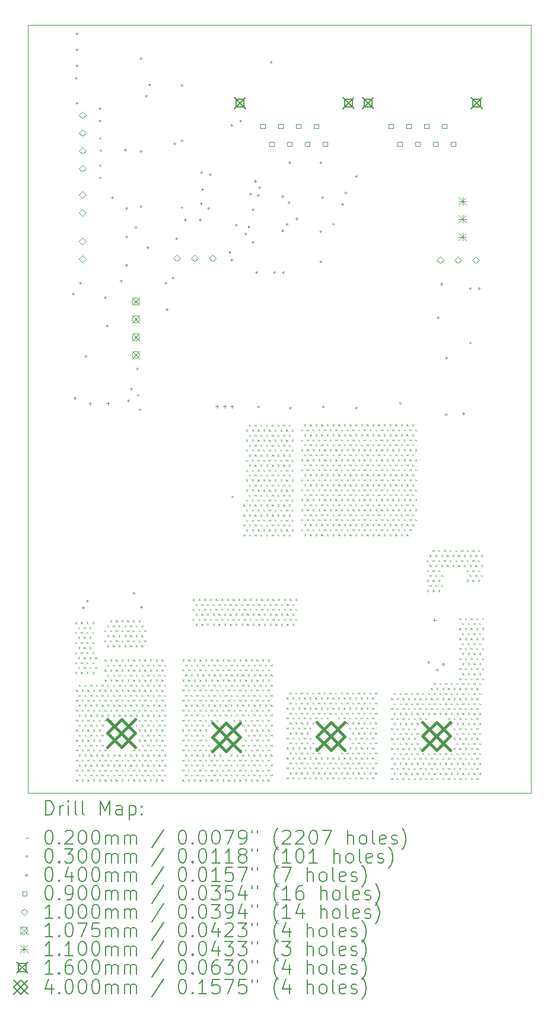
<source format=gbr>
%TF.GenerationSoftware,KiCad,Pcbnew,(6.0.9)*%
%TF.CreationDate,2022-11-24T15:29:17-03:00*%
%TF.ProjectId,main,6d61696e-2e6b-4696-9361-645f70636258,rev?*%
%TF.SameCoordinates,Original*%
%TF.FileFunction,Drillmap*%
%TF.FilePolarity,Positive*%
%FSLAX45Y45*%
G04 Gerber Fmt 4.5, Leading zero omitted, Abs format (unit mm)*
G04 Created by KiCad (PCBNEW (6.0.9)) date 2022-11-24 15:29:17*
%MOMM*%
%LPD*%
G01*
G04 APERTURE LIST*
%ADD10C,0.100000*%
%ADD11C,0.200000*%
%ADD12C,0.020000*%
%ADD13C,0.030000*%
%ADD14C,0.040000*%
%ADD15C,0.090000*%
%ADD16C,0.107500*%
%ADD17C,0.110000*%
%ADD18C,0.160000*%
%ADD19C,0.400000*%
G04 APERTURE END LIST*
D10*
X1282700Y-19202400D02*
X8458200Y-19202400D01*
X8458200Y-19202400D02*
X8458200Y-8255000D01*
X8458200Y-8255000D02*
X1282700Y-8255000D01*
X1282700Y-8255000D02*
X1282700Y-19202400D01*
D11*
D12*
X1955960Y-16769240D02*
X1975960Y-16789240D01*
X1975960Y-16769240D02*
X1955960Y-16789240D01*
X1955960Y-16911480D02*
X1975960Y-16931480D01*
X1975960Y-16911480D02*
X1955960Y-16931480D01*
X1955960Y-17056260D02*
X1975960Y-17076260D01*
X1975960Y-17056260D02*
X1955960Y-17076260D01*
X1955960Y-17198500D02*
X1975960Y-17218500D01*
X1975960Y-17198500D02*
X1955960Y-17218500D01*
X1955960Y-17340740D02*
X1975960Y-17360740D01*
X1975960Y-17340740D02*
X1955960Y-17360740D01*
X1955960Y-17482980D02*
X1975960Y-17502980D01*
X1975960Y-17482980D02*
X1955960Y-17502980D01*
X1968660Y-17734440D02*
X1988660Y-17754440D01*
X1988660Y-17734440D02*
X1968660Y-17754440D01*
X1968660Y-17876680D02*
X1988660Y-17896680D01*
X1988660Y-17876680D02*
X1968660Y-17896680D01*
X1968660Y-18018920D02*
X1988660Y-18038920D01*
X1988660Y-18018920D02*
X1968660Y-18038920D01*
X1968660Y-18161160D02*
X1988660Y-18181160D01*
X1988660Y-18161160D02*
X1968660Y-18181160D01*
X1968660Y-18303400D02*
X1988660Y-18323400D01*
X1988660Y-18303400D02*
X1968660Y-18323400D01*
X1968660Y-18445640D02*
X1988660Y-18465640D01*
X1988660Y-18445640D02*
X1968660Y-18465640D01*
X1968660Y-18587880D02*
X1988660Y-18607880D01*
X1988660Y-18587880D02*
X1968660Y-18607880D01*
X1968660Y-18730120D02*
X1988660Y-18750120D01*
X1988660Y-18730120D02*
X1968660Y-18750120D01*
X1968660Y-18872360D02*
X1988660Y-18892360D01*
X1988660Y-18872360D02*
X1968660Y-18892360D01*
X1968660Y-19014600D02*
X1988660Y-19034600D01*
X1988660Y-19014600D02*
X1968660Y-19034600D01*
X1996600Y-16840360D02*
X2016600Y-16860360D01*
X2016600Y-16840360D02*
X1996600Y-16860360D01*
X1996600Y-16982600D02*
X2016600Y-17002600D01*
X2016600Y-16982600D02*
X1996600Y-17002600D01*
X1996600Y-17127380D02*
X2016600Y-17147380D01*
X2016600Y-17127380D02*
X1996600Y-17147380D01*
X1996600Y-17269620D02*
X2016600Y-17289620D01*
X2016600Y-17269620D02*
X1996600Y-17289620D01*
X1996600Y-17411860D02*
X2016600Y-17431860D01*
X2016600Y-17411860D02*
X1996600Y-17431860D01*
X2009300Y-17663320D02*
X2029300Y-17683320D01*
X2029300Y-17663320D02*
X2009300Y-17683320D01*
X2009300Y-17805560D02*
X2029300Y-17825560D01*
X2029300Y-17805560D02*
X2009300Y-17825560D01*
X2009300Y-17947800D02*
X2029300Y-17967800D01*
X2029300Y-17947800D02*
X2009300Y-17967800D01*
X2009300Y-18090040D02*
X2029300Y-18110040D01*
X2029300Y-18090040D02*
X2009300Y-18110040D01*
X2009300Y-18232280D02*
X2029300Y-18252280D01*
X2029300Y-18232280D02*
X2009300Y-18252280D01*
X2009300Y-18374520D02*
X2029300Y-18394520D01*
X2029300Y-18374520D02*
X2009300Y-18394520D01*
X2009300Y-18516760D02*
X2029300Y-18536760D01*
X2029300Y-18516760D02*
X2009300Y-18536760D01*
X2009300Y-18659000D02*
X2029300Y-18679000D01*
X2029300Y-18659000D02*
X2009300Y-18679000D01*
X2009300Y-18801240D02*
X2029300Y-18821240D01*
X2029300Y-18801240D02*
X2009300Y-18821240D01*
X2009300Y-18943480D02*
X2029300Y-18963480D01*
X2029300Y-18943480D02*
X2009300Y-18963480D01*
X2037240Y-16769240D02*
X2057240Y-16789240D01*
X2057240Y-16769240D02*
X2037240Y-16789240D01*
X2037240Y-16911480D02*
X2057240Y-16931480D01*
X2057240Y-16911480D02*
X2037240Y-16931480D01*
X2037240Y-17056260D02*
X2057240Y-17076260D01*
X2057240Y-17056260D02*
X2037240Y-17076260D01*
X2037240Y-17198500D02*
X2057240Y-17218500D01*
X2057240Y-17198500D02*
X2037240Y-17218500D01*
X2037240Y-17340740D02*
X2057240Y-17360740D01*
X2057240Y-17340740D02*
X2037240Y-17360740D01*
X2037240Y-17482980D02*
X2057240Y-17502980D01*
X2057240Y-17482980D02*
X2037240Y-17502980D01*
X2049940Y-17734440D02*
X2069940Y-17754440D01*
X2069940Y-17734440D02*
X2049940Y-17754440D01*
X2049940Y-17876680D02*
X2069940Y-17896680D01*
X2069940Y-17876680D02*
X2049940Y-17896680D01*
X2049940Y-18018920D02*
X2069940Y-18038920D01*
X2069940Y-18018920D02*
X2049940Y-18038920D01*
X2049940Y-18161160D02*
X2069940Y-18181160D01*
X2069940Y-18161160D02*
X2049940Y-18181160D01*
X2049940Y-18303400D02*
X2069940Y-18323400D01*
X2069940Y-18303400D02*
X2049940Y-18323400D01*
X2049940Y-18445640D02*
X2069940Y-18465640D01*
X2069940Y-18445640D02*
X2049940Y-18465640D01*
X2049940Y-18587880D02*
X2069940Y-18607880D01*
X2069940Y-18587880D02*
X2049940Y-18607880D01*
X2049940Y-18730120D02*
X2069940Y-18750120D01*
X2069940Y-18730120D02*
X2049940Y-18750120D01*
X2049940Y-18872360D02*
X2069940Y-18892360D01*
X2069940Y-18872360D02*
X2049940Y-18892360D01*
X2049940Y-19014600D02*
X2069940Y-19034600D01*
X2069940Y-19014600D02*
X2049940Y-19034600D01*
X2077880Y-16840360D02*
X2097880Y-16860360D01*
X2097880Y-16840360D02*
X2077880Y-16860360D01*
X2077880Y-16982600D02*
X2097880Y-17002600D01*
X2097880Y-16982600D02*
X2077880Y-17002600D01*
X2077880Y-17127380D02*
X2097880Y-17147380D01*
X2097880Y-17127380D02*
X2077880Y-17147380D01*
X2077880Y-17269620D02*
X2097880Y-17289620D01*
X2097880Y-17269620D02*
X2077880Y-17289620D01*
X2077880Y-17411860D02*
X2097880Y-17431860D01*
X2097880Y-17411860D02*
X2077880Y-17431860D01*
X2090580Y-17663320D02*
X2110580Y-17683320D01*
X2110580Y-17663320D02*
X2090580Y-17683320D01*
X2090580Y-17805560D02*
X2110580Y-17825560D01*
X2110580Y-17805560D02*
X2090580Y-17825560D01*
X2090580Y-17947800D02*
X2110580Y-17967800D01*
X2110580Y-17947800D02*
X2090580Y-17967800D01*
X2090580Y-18090040D02*
X2110580Y-18110040D01*
X2110580Y-18090040D02*
X2090580Y-18110040D01*
X2090580Y-18232280D02*
X2110580Y-18252280D01*
X2110580Y-18232280D02*
X2090580Y-18252280D01*
X2090580Y-18374520D02*
X2110580Y-18394520D01*
X2110580Y-18374520D02*
X2090580Y-18394520D01*
X2090580Y-18516760D02*
X2110580Y-18536760D01*
X2110580Y-18516760D02*
X2090580Y-18536760D01*
X2090580Y-18659000D02*
X2110580Y-18679000D01*
X2110580Y-18659000D02*
X2090580Y-18679000D01*
X2090580Y-18801240D02*
X2110580Y-18821240D01*
X2110580Y-18801240D02*
X2090580Y-18821240D01*
X2090580Y-18943480D02*
X2110580Y-18963480D01*
X2110580Y-18943480D02*
X2090580Y-18963480D01*
X2118520Y-16769240D02*
X2138520Y-16789240D01*
X2138520Y-16769240D02*
X2118520Y-16789240D01*
X2118520Y-16911480D02*
X2138520Y-16931480D01*
X2138520Y-16911480D02*
X2118520Y-16931480D01*
X2118520Y-17056260D02*
X2138520Y-17076260D01*
X2138520Y-17056260D02*
X2118520Y-17076260D01*
X2118520Y-17198500D02*
X2138520Y-17218500D01*
X2138520Y-17198500D02*
X2118520Y-17218500D01*
X2118520Y-17340740D02*
X2138520Y-17360740D01*
X2138520Y-17340740D02*
X2118520Y-17360740D01*
X2118520Y-17482980D02*
X2138520Y-17502980D01*
X2138520Y-17482980D02*
X2118520Y-17502980D01*
X2131220Y-17734440D02*
X2151220Y-17754440D01*
X2151220Y-17734440D02*
X2131220Y-17754440D01*
X2131220Y-17876680D02*
X2151220Y-17896680D01*
X2151220Y-17876680D02*
X2131220Y-17896680D01*
X2131220Y-18018920D02*
X2151220Y-18038920D01*
X2151220Y-18018920D02*
X2131220Y-18038920D01*
X2131220Y-18161160D02*
X2151220Y-18181160D01*
X2151220Y-18161160D02*
X2131220Y-18181160D01*
X2131220Y-18303400D02*
X2151220Y-18323400D01*
X2151220Y-18303400D02*
X2131220Y-18323400D01*
X2131220Y-18445640D02*
X2151220Y-18465640D01*
X2151220Y-18445640D02*
X2131220Y-18465640D01*
X2131220Y-18587880D02*
X2151220Y-18607880D01*
X2151220Y-18587880D02*
X2131220Y-18607880D01*
X2131220Y-18730120D02*
X2151220Y-18750120D01*
X2151220Y-18730120D02*
X2131220Y-18750120D01*
X2131220Y-18872360D02*
X2151220Y-18892360D01*
X2151220Y-18872360D02*
X2131220Y-18892360D01*
X2131220Y-19014600D02*
X2151220Y-19034600D01*
X2151220Y-19014600D02*
X2131220Y-19034600D01*
X2159160Y-16840360D02*
X2179160Y-16860360D01*
X2179160Y-16840360D02*
X2159160Y-16860360D01*
X2159160Y-16982600D02*
X2179160Y-17002600D01*
X2179160Y-16982600D02*
X2159160Y-17002600D01*
X2159160Y-17127380D02*
X2179160Y-17147380D01*
X2179160Y-17127380D02*
X2159160Y-17147380D01*
X2159160Y-17269620D02*
X2179160Y-17289620D01*
X2179160Y-17269620D02*
X2159160Y-17289620D01*
X2159160Y-17411860D02*
X2179160Y-17431860D01*
X2179160Y-17411860D02*
X2159160Y-17431860D01*
X2171860Y-17663320D02*
X2191860Y-17683320D01*
X2191860Y-17663320D02*
X2171860Y-17683320D01*
X2171860Y-17805560D02*
X2191860Y-17825560D01*
X2191860Y-17805560D02*
X2171860Y-17825560D01*
X2171860Y-17947800D02*
X2191860Y-17967800D01*
X2191860Y-17947800D02*
X2171860Y-17967800D01*
X2171860Y-18090040D02*
X2191860Y-18110040D01*
X2191860Y-18090040D02*
X2171860Y-18110040D01*
X2171860Y-18232280D02*
X2191860Y-18252280D01*
X2191860Y-18232280D02*
X2171860Y-18252280D01*
X2171860Y-18374520D02*
X2191860Y-18394520D01*
X2191860Y-18374520D02*
X2171860Y-18394520D01*
X2171860Y-18516760D02*
X2191860Y-18536760D01*
X2191860Y-18516760D02*
X2171860Y-18536760D01*
X2171860Y-18659000D02*
X2191860Y-18679000D01*
X2191860Y-18659000D02*
X2171860Y-18679000D01*
X2171860Y-18801240D02*
X2191860Y-18821240D01*
X2191860Y-18801240D02*
X2171860Y-18821240D01*
X2171860Y-18943480D02*
X2191860Y-18963480D01*
X2191860Y-18943480D02*
X2171860Y-18963480D01*
X2199800Y-16769240D02*
X2219800Y-16789240D01*
X2219800Y-16769240D02*
X2199800Y-16789240D01*
X2199800Y-16911480D02*
X2219800Y-16931480D01*
X2219800Y-16911480D02*
X2199800Y-16931480D01*
X2199800Y-17056260D02*
X2219800Y-17076260D01*
X2219800Y-17056260D02*
X2199800Y-17076260D01*
X2199800Y-17198500D02*
X2219800Y-17218500D01*
X2219800Y-17198500D02*
X2199800Y-17218500D01*
X2199800Y-17340740D02*
X2219800Y-17360740D01*
X2219800Y-17340740D02*
X2199800Y-17360740D01*
X2199800Y-17482980D02*
X2219800Y-17502980D01*
X2219800Y-17482980D02*
X2199800Y-17502980D01*
X2212500Y-17734440D02*
X2232500Y-17754440D01*
X2232500Y-17734440D02*
X2212500Y-17754440D01*
X2212500Y-17876680D02*
X2232500Y-17896680D01*
X2232500Y-17876680D02*
X2212500Y-17896680D01*
X2212500Y-18018920D02*
X2232500Y-18038920D01*
X2232500Y-18018920D02*
X2212500Y-18038920D01*
X2212500Y-18161160D02*
X2232500Y-18181160D01*
X2232500Y-18161160D02*
X2212500Y-18181160D01*
X2212500Y-18303400D02*
X2232500Y-18323400D01*
X2232500Y-18303400D02*
X2212500Y-18323400D01*
X2212500Y-18445640D02*
X2232500Y-18465640D01*
X2232500Y-18445640D02*
X2212500Y-18465640D01*
X2212500Y-18587880D02*
X2232500Y-18607880D01*
X2232500Y-18587880D02*
X2212500Y-18607880D01*
X2212500Y-18730120D02*
X2232500Y-18750120D01*
X2232500Y-18730120D02*
X2212500Y-18750120D01*
X2212500Y-18872360D02*
X2232500Y-18892360D01*
X2232500Y-18872360D02*
X2212500Y-18892360D01*
X2212500Y-19014600D02*
X2232500Y-19034600D01*
X2232500Y-19014600D02*
X2212500Y-19034600D01*
X2240440Y-17269620D02*
X2260440Y-17289620D01*
X2260440Y-17269620D02*
X2240440Y-17289620D01*
X2240440Y-17411860D02*
X2260440Y-17431860D01*
X2260440Y-17411860D02*
X2240440Y-17431860D01*
X2253140Y-17663320D02*
X2273140Y-17683320D01*
X2273140Y-17663320D02*
X2253140Y-17683320D01*
X2253140Y-17805560D02*
X2273140Y-17825560D01*
X2273140Y-17805560D02*
X2253140Y-17825560D01*
X2253140Y-17947800D02*
X2273140Y-17967800D01*
X2273140Y-17947800D02*
X2253140Y-17967800D01*
X2253140Y-18090040D02*
X2273140Y-18110040D01*
X2273140Y-18090040D02*
X2253140Y-18110040D01*
X2253140Y-18232280D02*
X2273140Y-18252280D01*
X2273140Y-18232280D02*
X2253140Y-18252280D01*
X2253140Y-18374520D02*
X2273140Y-18394520D01*
X2273140Y-18374520D02*
X2253140Y-18394520D01*
X2253140Y-18516760D02*
X2273140Y-18536760D01*
X2273140Y-18516760D02*
X2253140Y-18536760D01*
X2253140Y-18659000D02*
X2273140Y-18679000D01*
X2273140Y-18659000D02*
X2253140Y-18679000D01*
X2253140Y-18801240D02*
X2273140Y-18821240D01*
X2273140Y-18801240D02*
X2253140Y-18821240D01*
X2253140Y-18943480D02*
X2273140Y-18963480D01*
X2273140Y-18943480D02*
X2253140Y-18963480D01*
X2293780Y-17734440D02*
X2313780Y-17754440D01*
X2313780Y-17734440D02*
X2293780Y-17754440D01*
X2293780Y-17876680D02*
X2313780Y-17896680D01*
X2313780Y-17876680D02*
X2293780Y-17896680D01*
X2293780Y-18018920D02*
X2313780Y-18038920D01*
X2313780Y-18018920D02*
X2293780Y-18038920D01*
X2293780Y-18161160D02*
X2313780Y-18181160D01*
X2313780Y-18161160D02*
X2293780Y-18181160D01*
X2293780Y-18303400D02*
X2313780Y-18323400D01*
X2313780Y-18303400D02*
X2293780Y-18323400D01*
X2293780Y-18445640D02*
X2313780Y-18465640D01*
X2313780Y-18445640D02*
X2293780Y-18465640D01*
X2293780Y-18587880D02*
X2313780Y-18607880D01*
X2313780Y-18587880D02*
X2293780Y-18607880D01*
X2293780Y-18730120D02*
X2313780Y-18750120D01*
X2313780Y-18730120D02*
X2293780Y-18750120D01*
X2293780Y-18872360D02*
X2313780Y-18892360D01*
X2313780Y-18872360D02*
X2293780Y-18892360D01*
X2293780Y-19014600D02*
X2313780Y-19034600D01*
X2313780Y-19014600D02*
X2293780Y-19034600D01*
X2334420Y-17663320D02*
X2354420Y-17683320D01*
X2354420Y-17663320D02*
X2334420Y-17683320D01*
X2334420Y-17805560D02*
X2354420Y-17825560D01*
X2354420Y-17805560D02*
X2334420Y-17825560D01*
X2334420Y-17947800D02*
X2354420Y-17967800D01*
X2354420Y-17947800D02*
X2334420Y-17967800D01*
X2334420Y-18090040D02*
X2354420Y-18110040D01*
X2354420Y-18090040D02*
X2334420Y-18110040D01*
X2334420Y-18232280D02*
X2354420Y-18252280D01*
X2354420Y-18232280D02*
X2334420Y-18252280D01*
X2334420Y-18374520D02*
X2354420Y-18394520D01*
X2354420Y-18374520D02*
X2334420Y-18394520D01*
X2334420Y-18516760D02*
X2354420Y-18536760D01*
X2354420Y-18516760D02*
X2334420Y-18536760D01*
X2334420Y-18659000D02*
X2354420Y-18679000D01*
X2354420Y-18659000D02*
X2334420Y-18679000D01*
X2334420Y-18801240D02*
X2354420Y-18821240D01*
X2354420Y-18801240D02*
X2334420Y-18821240D01*
X2334420Y-18943480D02*
X2354420Y-18963480D01*
X2354420Y-18943480D02*
X2334420Y-18963480D01*
X2372520Y-16886080D02*
X2392520Y-16906080D01*
X2392520Y-16886080D02*
X2372520Y-16906080D01*
X2372520Y-17028320D02*
X2392520Y-17048320D01*
X2392520Y-17028320D02*
X2372520Y-17048320D01*
X2375060Y-17305180D02*
X2395060Y-17325180D01*
X2395060Y-17305180D02*
X2375060Y-17325180D01*
X2375060Y-17447420D02*
X2395060Y-17467420D01*
X2395060Y-17447420D02*
X2375060Y-17467420D01*
X2375060Y-17592200D02*
X2395060Y-17612200D01*
X2395060Y-17592200D02*
X2375060Y-17612200D01*
X2375060Y-17734440D02*
X2395060Y-17754440D01*
X2395060Y-17734440D02*
X2375060Y-17754440D01*
X2375060Y-17876680D02*
X2395060Y-17896680D01*
X2395060Y-17876680D02*
X2375060Y-17896680D01*
X2375060Y-18018920D02*
X2395060Y-18038920D01*
X2395060Y-18018920D02*
X2375060Y-18038920D01*
X2375060Y-18161160D02*
X2395060Y-18181160D01*
X2395060Y-18161160D02*
X2375060Y-18181160D01*
X2375060Y-18587880D02*
X2395060Y-18607880D01*
X2395060Y-18587880D02*
X2375060Y-18607880D01*
X2375060Y-18730120D02*
X2395060Y-18750120D01*
X2395060Y-18730120D02*
X2375060Y-18750120D01*
X2375060Y-18872360D02*
X2395060Y-18892360D01*
X2395060Y-18872360D02*
X2375060Y-18892360D01*
X2375060Y-19014600D02*
X2395060Y-19034600D01*
X2395060Y-19014600D02*
X2375060Y-19034600D01*
X2413160Y-16814960D02*
X2433160Y-16834960D01*
X2433160Y-16814960D02*
X2413160Y-16834960D01*
X2413160Y-16957200D02*
X2433160Y-16977200D01*
X2433160Y-16957200D02*
X2413160Y-16977200D01*
X2413160Y-17099440D02*
X2433160Y-17119440D01*
X2433160Y-17099440D02*
X2413160Y-17119440D01*
X2415700Y-17376300D02*
X2435700Y-17396300D01*
X2435700Y-17376300D02*
X2415700Y-17396300D01*
X2415700Y-17518540D02*
X2435700Y-17538540D01*
X2435700Y-17518540D02*
X2415700Y-17538540D01*
X2415700Y-17663320D02*
X2435700Y-17683320D01*
X2435700Y-17663320D02*
X2415700Y-17683320D01*
X2415700Y-17805560D02*
X2435700Y-17825560D01*
X2435700Y-17805560D02*
X2415700Y-17825560D01*
X2415700Y-17947800D02*
X2435700Y-17967800D01*
X2435700Y-17947800D02*
X2415700Y-17967800D01*
X2415700Y-18090040D02*
X2435700Y-18110040D01*
X2435700Y-18090040D02*
X2415700Y-18110040D01*
X2415700Y-18659000D02*
X2435700Y-18679000D01*
X2435700Y-18659000D02*
X2415700Y-18679000D01*
X2415700Y-18801240D02*
X2435700Y-18821240D01*
X2435700Y-18801240D02*
X2415700Y-18821240D01*
X2415700Y-18943480D02*
X2435700Y-18963480D01*
X2435700Y-18943480D02*
X2415700Y-18963480D01*
X2453800Y-16743840D02*
X2473800Y-16763840D01*
X2473800Y-16743840D02*
X2453800Y-16763840D01*
X2453800Y-16886080D02*
X2473800Y-16906080D01*
X2473800Y-16886080D02*
X2453800Y-16906080D01*
X2453800Y-17028320D02*
X2473800Y-17048320D01*
X2473800Y-17028320D02*
X2453800Y-17048320D01*
X2456340Y-17305180D02*
X2476340Y-17325180D01*
X2476340Y-17305180D02*
X2456340Y-17325180D01*
X2456340Y-17447420D02*
X2476340Y-17467420D01*
X2476340Y-17447420D02*
X2456340Y-17467420D01*
X2456340Y-17592200D02*
X2476340Y-17612200D01*
X2476340Y-17592200D02*
X2456340Y-17612200D01*
X2456340Y-17734440D02*
X2476340Y-17754440D01*
X2476340Y-17734440D02*
X2456340Y-17754440D01*
X2456340Y-17876680D02*
X2476340Y-17896680D01*
X2476340Y-17876680D02*
X2456340Y-17896680D01*
X2456340Y-18018920D02*
X2476340Y-18038920D01*
X2476340Y-18018920D02*
X2456340Y-18038920D01*
X2456340Y-18161160D02*
X2476340Y-18181160D01*
X2476340Y-18161160D02*
X2456340Y-18181160D01*
X2456340Y-18730120D02*
X2476340Y-18750120D01*
X2476340Y-18730120D02*
X2456340Y-18750120D01*
X2456340Y-18872360D02*
X2476340Y-18892360D01*
X2476340Y-18872360D02*
X2456340Y-18892360D01*
X2456340Y-19014600D02*
X2476340Y-19034600D01*
X2476340Y-19014600D02*
X2456340Y-19034600D01*
X2494440Y-16814960D02*
X2514440Y-16834960D01*
X2514440Y-16814960D02*
X2494440Y-16834960D01*
X2494440Y-16957200D02*
X2514440Y-16977200D01*
X2514440Y-16957200D02*
X2494440Y-16977200D01*
X2494440Y-17099440D02*
X2514440Y-17119440D01*
X2514440Y-17099440D02*
X2494440Y-17119440D01*
X2496980Y-17376300D02*
X2516980Y-17396300D01*
X2516980Y-17376300D02*
X2496980Y-17396300D01*
X2496980Y-17518540D02*
X2516980Y-17538540D01*
X2516980Y-17518540D02*
X2496980Y-17538540D01*
X2496980Y-17663320D02*
X2516980Y-17683320D01*
X2516980Y-17663320D02*
X2496980Y-17683320D01*
X2496980Y-17805560D02*
X2516980Y-17825560D01*
X2516980Y-17805560D02*
X2496980Y-17825560D01*
X2496980Y-17947800D02*
X2516980Y-17967800D01*
X2516980Y-17947800D02*
X2496980Y-17967800D01*
X2496980Y-18090040D02*
X2516980Y-18110040D01*
X2516980Y-18090040D02*
X2496980Y-18110040D01*
X2496980Y-18659000D02*
X2516980Y-18679000D01*
X2516980Y-18659000D02*
X2496980Y-18679000D01*
X2496980Y-18801240D02*
X2516980Y-18821240D01*
X2516980Y-18801240D02*
X2496980Y-18821240D01*
X2496980Y-18943480D02*
X2516980Y-18963480D01*
X2516980Y-18943480D02*
X2496980Y-18963480D01*
X2535080Y-16743840D02*
X2555080Y-16763840D01*
X2555080Y-16743840D02*
X2535080Y-16763840D01*
X2535080Y-16886080D02*
X2555080Y-16906080D01*
X2555080Y-16886080D02*
X2535080Y-16906080D01*
X2535080Y-17028320D02*
X2555080Y-17048320D01*
X2555080Y-17028320D02*
X2535080Y-17048320D01*
X2537620Y-17305180D02*
X2557620Y-17325180D01*
X2557620Y-17305180D02*
X2537620Y-17325180D01*
X2537620Y-17447420D02*
X2557620Y-17467420D01*
X2557620Y-17447420D02*
X2537620Y-17467420D01*
X2537620Y-17592200D02*
X2557620Y-17612200D01*
X2557620Y-17592200D02*
X2537620Y-17612200D01*
X2537620Y-17734440D02*
X2557620Y-17754440D01*
X2557620Y-17734440D02*
X2537620Y-17754440D01*
X2537620Y-17876680D02*
X2557620Y-17896680D01*
X2557620Y-17876680D02*
X2537620Y-17896680D01*
X2537620Y-18018920D02*
X2557620Y-18038920D01*
X2557620Y-18018920D02*
X2537620Y-18038920D01*
X2537620Y-18730120D02*
X2557620Y-18750120D01*
X2557620Y-18730120D02*
X2537620Y-18750120D01*
X2537620Y-18872360D02*
X2557620Y-18892360D01*
X2557620Y-18872360D02*
X2537620Y-18892360D01*
X2537620Y-19014600D02*
X2557620Y-19034600D01*
X2557620Y-19014600D02*
X2537620Y-19034600D01*
X2575720Y-16814960D02*
X2595720Y-16834960D01*
X2595720Y-16814960D02*
X2575720Y-16834960D01*
X2575720Y-16957200D02*
X2595720Y-16977200D01*
X2595720Y-16957200D02*
X2575720Y-16977200D01*
X2575720Y-17099440D02*
X2595720Y-17119440D01*
X2595720Y-17099440D02*
X2575720Y-17119440D01*
X2578260Y-17376300D02*
X2598260Y-17396300D01*
X2598260Y-17376300D02*
X2578260Y-17396300D01*
X2578260Y-17518540D02*
X2598260Y-17538540D01*
X2598260Y-17518540D02*
X2578260Y-17538540D01*
X2578260Y-17663320D02*
X2598260Y-17683320D01*
X2598260Y-17663320D02*
X2578260Y-17683320D01*
X2578260Y-17805560D02*
X2598260Y-17825560D01*
X2598260Y-17805560D02*
X2578260Y-17825560D01*
X2578260Y-17947800D02*
X2598260Y-17967800D01*
X2598260Y-17947800D02*
X2578260Y-17967800D01*
X2578260Y-18090040D02*
X2598260Y-18110040D01*
X2598260Y-18090040D02*
X2578260Y-18110040D01*
X2578260Y-18659000D02*
X2598260Y-18679000D01*
X2598260Y-18659000D02*
X2578260Y-18679000D01*
X2578260Y-18801240D02*
X2598260Y-18821240D01*
X2598260Y-18801240D02*
X2578260Y-18821240D01*
X2578260Y-18943480D02*
X2598260Y-18963480D01*
X2598260Y-18943480D02*
X2578260Y-18963480D01*
X2616360Y-16743840D02*
X2636360Y-16763840D01*
X2636360Y-16743840D02*
X2616360Y-16763840D01*
X2616360Y-16886080D02*
X2636360Y-16906080D01*
X2636360Y-16886080D02*
X2616360Y-16906080D01*
X2616360Y-17028320D02*
X2636360Y-17048320D01*
X2636360Y-17028320D02*
X2616360Y-17048320D01*
X2618900Y-17305180D02*
X2638900Y-17325180D01*
X2638900Y-17305180D02*
X2618900Y-17325180D01*
X2618900Y-17447420D02*
X2638900Y-17467420D01*
X2638900Y-17447420D02*
X2618900Y-17467420D01*
X2618900Y-17592200D02*
X2638900Y-17612200D01*
X2638900Y-17592200D02*
X2618900Y-17612200D01*
X2618900Y-17734440D02*
X2638900Y-17754440D01*
X2638900Y-17734440D02*
X2618900Y-17754440D01*
X2618900Y-17876680D02*
X2638900Y-17896680D01*
X2638900Y-17876680D02*
X2618900Y-17896680D01*
X2618900Y-18018920D02*
X2638900Y-18038920D01*
X2638900Y-18018920D02*
X2618900Y-18038920D01*
X2618900Y-18730120D02*
X2638900Y-18750120D01*
X2638900Y-18730120D02*
X2618900Y-18750120D01*
X2618900Y-18872360D02*
X2638900Y-18892360D01*
X2638900Y-18872360D02*
X2618900Y-18892360D01*
X2618900Y-19014600D02*
X2638900Y-19034600D01*
X2638900Y-19014600D02*
X2618900Y-19034600D01*
X2657000Y-16814960D02*
X2677000Y-16834960D01*
X2677000Y-16814960D02*
X2657000Y-16834960D01*
X2657000Y-16957200D02*
X2677000Y-16977200D01*
X2677000Y-16957200D02*
X2657000Y-16977200D01*
X2657000Y-17099440D02*
X2677000Y-17119440D01*
X2677000Y-17099440D02*
X2657000Y-17119440D01*
X2659540Y-17376300D02*
X2679540Y-17396300D01*
X2679540Y-17376300D02*
X2659540Y-17396300D01*
X2659540Y-17518540D02*
X2679540Y-17538540D01*
X2679540Y-17518540D02*
X2659540Y-17538540D01*
X2659540Y-17663320D02*
X2679540Y-17683320D01*
X2679540Y-17663320D02*
X2659540Y-17683320D01*
X2659540Y-17805560D02*
X2679540Y-17825560D01*
X2679540Y-17805560D02*
X2659540Y-17825560D01*
X2659540Y-17947800D02*
X2679540Y-17967800D01*
X2679540Y-17947800D02*
X2659540Y-17967800D01*
X2659540Y-18090040D02*
X2679540Y-18110040D01*
X2679540Y-18090040D02*
X2659540Y-18110040D01*
X2659540Y-18659000D02*
X2679540Y-18679000D01*
X2679540Y-18659000D02*
X2659540Y-18679000D01*
X2659540Y-18801240D02*
X2679540Y-18821240D01*
X2679540Y-18801240D02*
X2659540Y-18821240D01*
X2659540Y-18943480D02*
X2679540Y-18963480D01*
X2679540Y-18943480D02*
X2659540Y-18963480D01*
X2697640Y-16743840D02*
X2717640Y-16763840D01*
X2717640Y-16743840D02*
X2697640Y-16763840D01*
X2697640Y-16886080D02*
X2717640Y-16906080D01*
X2717640Y-16886080D02*
X2697640Y-16906080D01*
X2697640Y-17028320D02*
X2717640Y-17048320D01*
X2717640Y-17028320D02*
X2697640Y-17048320D01*
X2700180Y-17305180D02*
X2720180Y-17325180D01*
X2720180Y-17305180D02*
X2700180Y-17325180D01*
X2700180Y-17447420D02*
X2720180Y-17467420D01*
X2720180Y-17447420D02*
X2700180Y-17467420D01*
X2700180Y-17592200D02*
X2720180Y-17612200D01*
X2720180Y-17592200D02*
X2700180Y-17612200D01*
X2700180Y-17734440D02*
X2720180Y-17754440D01*
X2720180Y-17734440D02*
X2700180Y-17754440D01*
X2700180Y-17876680D02*
X2720180Y-17896680D01*
X2720180Y-17876680D02*
X2700180Y-17896680D01*
X2700180Y-18018920D02*
X2720180Y-18038920D01*
X2720180Y-18018920D02*
X2700180Y-18038920D01*
X2700180Y-18730120D02*
X2720180Y-18750120D01*
X2720180Y-18730120D02*
X2700180Y-18750120D01*
X2700180Y-18872360D02*
X2720180Y-18892360D01*
X2720180Y-18872360D02*
X2700180Y-18892360D01*
X2700180Y-19014600D02*
X2720180Y-19034600D01*
X2720180Y-19014600D02*
X2700180Y-19034600D01*
X2738280Y-16814960D02*
X2758280Y-16834960D01*
X2758280Y-16814960D02*
X2738280Y-16834960D01*
X2738280Y-16957200D02*
X2758280Y-16977200D01*
X2758280Y-16957200D02*
X2738280Y-16977200D01*
X2738280Y-17099440D02*
X2758280Y-17119440D01*
X2758280Y-17099440D02*
X2738280Y-17119440D01*
X2740820Y-17376300D02*
X2760820Y-17396300D01*
X2760820Y-17376300D02*
X2740820Y-17396300D01*
X2740820Y-17518540D02*
X2760820Y-17538540D01*
X2760820Y-17518540D02*
X2740820Y-17538540D01*
X2740820Y-17663320D02*
X2760820Y-17683320D01*
X2760820Y-17663320D02*
X2740820Y-17683320D01*
X2740820Y-17805560D02*
X2760820Y-17825560D01*
X2760820Y-17805560D02*
X2740820Y-17825560D01*
X2740820Y-17947800D02*
X2760820Y-17967800D01*
X2760820Y-17947800D02*
X2740820Y-17967800D01*
X2740820Y-18090040D02*
X2760820Y-18110040D01*
X2760820Y-18090040D02*
X2740820Y-18110040D01*
X2740820Y-18659000D02*
X2760820Y-18679000D01*
X2760820Y-18659000D02*
X2740820Y-18679000D01*
X2740820Y-18801240D02*
X2760820Y-18821240D01*
X2760820Y-18801240D02*
X2740820Y-18821240D01*
X2740820Y-18943480D02*
X2760820Y-18963480D01*
X2760820Y-18943480D02*
X2740820Y-18963480D01*
X2778920Y-16743840D02*
X2798920Y-16763840D01*
X2798920Y-16743840D02*
X2778920Y-16763840D01*
X2778920Y-16886080D02*
X2798920Y-16906080D01*
X2798920Y-16886080D02*
X2778920Y-16906080D01*
X2778920Y-17028320D02*
X2798920Y-17048320D01*
X2798920Y-17028320D02*
X2778920Y-17048320D01*
X2781460Y-17305180D02*
X2801460Y-17325180D01*
X2801460Y-17305180D02*
X2781460Y-17325180D01*
X2781460Y-17447420D02*
X2801460Y-17467420D01*
X2801460Y-17447420D02*
X2781460Y-17467420D01*
X2781460Y-17592200D02*
X2801460Y-17612200D01*
X2801460Y-17592200D02*
X2781460Y-17612200D01*
X2781460Y-17734440D02*
X2801460Y-17754440D01*
X2801460Y-17734440D02*
X2781460Y-17754440D01*
X2781460Y-17876680D02*
X2801460Y-17896680D01*
X2801460Y-17876680D02*
X2781460Y-17896680D01*
X2781460Y-18018920D02*
X2801460Y-18038920D01*
X2801460Y-18018920D02*
X2781460Y-18038920D01*
X2781460Y-18161160D02*
X2801460Y-18181160D01*
X2801460Y-18161160D02*
X2781460Y-18181160D01*
X2781460Y-18587880D02*
X2801460Y-18607880D01*
X2801460Y-18587880D02*
X2781460Y-18607880D01*
X2781460Y-18730120D02*
X2801460Y-18750120D01*
X2801460Y-18730120D02*
X2781460Y-18750120D01*
X2781460Y-18872360D02*
X2801460Y-18892360D01*
X2801460Y-18872360D02*
X2781460Y-18892360D01*
X2781460Y-19014600D02*
X2801460Y-19034600D01*
X2801460Y-19014600D02*
X2781460Y-19034600D01*
X2819560Y-16814960D02*
X2839560Y-16834960D01*
X2839560Y-16814960D02*
X2819560Y-16834960D01*
X2819560Y-16957200D02*
X2839560Y-16977200D01*
X2839560Y-16957200D02*
X2819560Y-16977200D01*
X2819560Y-17099440D02*
X2839560Y-17119440D01*
X2839560Y-17099440D02*
X2819560Y-17119440D01*
X2822100Y-17376300D02*
X2842100Y-17396300D01*
X2842100Y-17376300D02*
X2822100Y-17396300D01*
X2822100Y-17518540D02*
X2842100Y-17538540D01*
X2842100Y-17518540D02*
X2822100Y-17538540D01*
X2822100Y-17663320D02*
X2842100Y-17683320D01*
X2842100Y-17663320D02*
X2822100Y-17683320D01*
X2822100Y-17805560D02*
X2842100Y-17825560D01*
X2842100Y-17805560D02*
X2822100Y-17825560D01*
X2822100Y-17947800D02*
X2842100Y-17967800D01*
X2842100Y-17947800D02*
X2822100Y-17967800D01*
X2822100Y-18090040D02*
X2842100Y-18110040D01*
X2842100Y-18090040D02*
X2822100Y-18110040D01*
X2822100Y-18232280D02*
X2842100Y-18252280D01*
X2842100Y-18232280D02*
X2822100Y-18252280D01*
X2822100Y-18659000D02*
X2842100Y-18679000D01*
X2842100Y-18659000D02*
X2822100Y-18679000D01*
X2822100Y-18801240D02*
X2842100Y-18821240D01*
X2842100Y-18801240D02*
X2822100Y-18821240D01*
X2822100Y-18943480D02*
X2842100Y-18963480D01*
X2842100Y-18943480D02*
X2822100Y-18963480D01*
X2860200Y-16743840D02*
X2880200Y-16763840D01*
X2880200Y-16743840D02*
X2860200Y-16763840D01*
X2860200Y-16886080D02*
X2880200Y-16906080D01*
X2880200Y-16886080D02*
X2860200Y-16906080D01*
X2860200Y-17028320D02*
X2880200Y-17048320D01*
X2880200Y-17028320D02*
X2860200Y-17048320D01*
X2862740Y-17305180D02*
X2882740Y-17325180D01*
X2882740Y-17305180D02*
X2862740Y-17325180D01*
X2862740Y-17447420D02*
X2882740Y-17467420D01*
X2882740Y-17447420D02*
X2862740Y-17467420D01*
X2862740Y-17592200D02*
X2882740Y-17612200D01*
X2882740Y-17592200D02*
X2862740Y-17612200D01*
X2862740Y-17734440D02*
X2882740Y-17754440D01*
X2882740Y-17734440D02*
X2862740Y-17754440D01*
X2862740Y-17876680D02*
X2882740Y-17896680D01*
X2882740Y-17876680D02*
X2862740Y-17896680D01*
X2862740Y-18018920D02*
X2882740Y-18038920D01*
X2882740Y-18018920D02*
X2862740Y-18038920D01*
X2862740Y-18161160D02*
X2882740Y-18181160D01*
X2882740Y-18161160D02*
X2862740Y-18181160D01*
X2862740Y-18303400D02*
X2882740Y-18323400D01*
X2882740Y-18303400D02*
X2862740Y-18323400D01*
X2862740Y-18445640D02*
X2882740Y-18465640D01*
X2882740Y-18445640D02*
X2862740Y-18465640D01*
X2862740Y-18587880D02*
X2882740Y-18607880D01*
X2882740Y-18587880D02*
X2862740Y-18607880D01*
X2862740Y-18730120D02*
X2882740Y-18750120D01*
X2882740Y-18730120D02*
X2862740Y-18750120D01*
X2862740Y-18872360D02*
X2882740Y-18892360D01*
X2882740Y-18872360D02*
X2862740Y-18892360D01*
X2862740Y-19014600D02*
X2882740Y-19034600D01*
X2882740Y-19014600D02*
X2862740Y-19034600D01*
X2900840Y-16814960D02*
X2920840Y-16834960D01*
X2920840Y-16814960D02*
X2900840Y-16834960D01*
X2900840Y-16957200D02*
X2920840Y-16977200D01*
X2920840Y-16957200D02*
X2900840Y-16977200D01*
X2900840Y-17099440D02*
X2920840Y-17119440D01*
X2920840Y-17099440D02*
X2900840Y-17119440D01*
X2903380Y-17376300D02*
X2923380Y-17396300D01*
X2923380Y-17376300D02*
X2903380Y-17396300D01*
X2903380Y-17518540D02*
X2923380Y-17538540D01*
X2923380Y-17518540D02*
X2903380Y-17538540D01*
X2903380Y-17663320D02*
X2923380Y-17683320D01*
X2923380Y-17663320D02*
X2903380Y-17683320D01*
X2903380Y-17805560D02*
X2923380Y-17825560D01*
X2923380Y-17805560D02*
X2903380Y-17825560D01*
X2903380Y-17947800D02*
X2923380Y-17967800D01*
X2923380Y-17947800D02*
X2903380Y-17967800D01*
X2903380Y-18090040D02*
X2923380Y-18110040D01*
X2923380Y-18090040D02*
X2903380Y-18110040D01*
X2903380Y-18232280D02*
X2923380Y-18252280D01*
X2923380Y-18232280D02*
X2903380Y-18252280D01*
X2903380Y-18374520D02*
X2923380Y-18394520D01*
X2923380Y-18374520D02*
X2903380Y-18394520D01*
X2903380Y-18516760D02*
X2923380Y-18536760D01*
X2923380Y-18516760D02*
X2903380Y-18536760D01*
X2903380Y-18659000D02*
X2923380Y-18679000D01*
X2923380Y-18659000D02*
X2903380Y-18679000D01*
X2903380Y-18801240D02*
X2923380Y-18821240D01*
X2923380Y-18801240D02*
X2903380Y-18821240D01*
X2903380Y-18943480D02*
X2923380Y-18963480D01*
X2923380Y-18943480D02*
X2903380Y-18963480D01*
X2941480Y-16886080D02*
X2961480Y-16906080D01*
X2961480Y-16886080D02*
X2941480Y-16906080D01*
X2941480Y-17028320D02*
X2961480Y-17048320D01*
X2961480Y-17028320D02*
X2941480Y-17048320D01*
X2944020Y-17305180D02*
X2964020Y-17325180D01*
X2964020Y-17305180D02*
X2944020Y-17325180D01*
X2944020Y-17447420D02*
X2964020Y-17467420D01*
X2964020Y-17447420D02*
X2944020Y-17467420D01*
X2944020Y-17592200D02*
X2964020Y-17612200D01*
X2964020Y-17592200D02*
X2944020Y-17612200D01*
X2944020Y-17734440D02*
X2964020Y-17754440D01*
X2964020Y-17734440D02*
X2944020Y-17754440D01*
X2944020Y-17876680D02*
X2964020Y-17896680D01*
X2964020Y-17876680D02*
X2944020Y-17896680D01*
X2944020Y-18018920D02*
X2964020Y-18038920D01*
X2964020Y-18018920D02*
X2944020Y-18038920D01*
X2944020Y-18161160D02*
X2964020Y-18181160D01*
X2964020Y-18161160D02*
X2944020Y-18181160D01*
X2944020Y-18303400D02*
X2964020Y-18323400D01*
X2964020Y-18303400D02*
X2944020Y-18323400D01*
X2944020Y-18445640D02*
X2964020Y-18465640D01*
X2964020Y-18445640D02*
X2944020Y-18465640D01*
X2944020Y-18587880D02*
X2964020Y-18607880D01*
X2964020Y-18587880D02*
X2944020Y-18607880D01*
X2944020Y-18730120D02*
X2964020Y-18750120D01*
X2964020Y-18730120D02*
X2944020Y-18750120D01*
X2944020Y-18872360D02*
X2964020Y-18892360D01*
X2964020Y-18872360D02*
X2944020Y-18892360D01*
X2944020Y-19014600D02*
X2964020Y-19034600D01*
X2964020Y-19014600D02*
X2944020Y-19034600D01*
X2984660Y-17376300D02*
X3004660Y-17396300D01*
X3004660Y-17376300D02*
X2984660Y-17396300D01*
X2984660Y-17518540D02*
X3004660Y-17538540D01*
X3004660Y-17518540D02*
X2984660Y-17538540D01*
X2984660Y-17663320D02*
X3004660Y-17683320D01*
X3004660Y-17663320D02*
X2984660Y-17683320D01*
X2984660Y-17805560D02*
X3004660Y-17825560D01*
X3004660Y-17805560D02*
X2984660Y-17825560D01*
X2984660Y-17947800D02*
X3004660Y-17967800D01*
X3004660Y-17947800D02*
X2984660Y-17967800D01*
X2984660Y-18090040D02*
X3004660Y-18110040D01*
X3004660Y-18090040D02*
X2984660Y-18110040D01*
X2984660Y-18232280D02*
X3004660Y-18252280D01*
X3004660Y-18232280D02*
X2984660Y-18252280D01*
X2984660Y-18374520D02*
X3004660Y-18394520D01*
X3004660Y-18374520D02*
X2984660Y-18394520D01*
X2984660Y-18516760D02*
X3004660Y-18536760D01*
X3004660Y-18516760D02*
X2984660Y-18536760D01*
X2984660Y-18659000D02*
X3004660Y-18679000D01*
X3004660Y-18659000D02*
X2984660Y-18679000D01*
X2984660Y-18801240D02*
X3004660Y-18821240D01*
X3004660Y-18801240D02*
X2984660Y-18821240D01*
X2984660Y-18943480D02*
X3004660Y-18963480D01*
X3004660Y-18943480D02*
X2984660Y-18963480D01*
X3025300Y-17305180D02*
X3045300Y-17325180D01*
X3045300Y-17305180D02*
X3025300Y-17325180D01*
X3025300Y-17447420D02*
X3045300Y-17467420D01*
X3045300Y-17447420D02*
X3025300Y-17467420D01*
X3025300Y-17592200D02*
X3045300Y-17612200D01*
X3045300Y-17592200D02*
X3025300Y-17612200D01*
X3025300Y-17734440D02*
X3045300Y-17754440D01*
X3045300Y-17734440D02*
X3025300Y-17754440D01*
X3025300Y-17876680D02*
X3045300Y-17896680D01*
X3045300Y-17876680D02*
X3025300Y-17896680D01*
X3025300Y-18018920D02*
X3045300Y-18038920D01*
X3045300Y-18018920D02*
X3025300Y-18038920D01*
X3025300Y-18161160D02*
X3045300Y-18181160D01*
X3045300Y-18161160D02*
X3025300Y-18181160D01*
X3025300Y-18303400D02*
X3045300Y-18323400D01*
X3045300Y-18303400D02*
X3025300Y-18323400D01*
X3025300Y-18445640D02*
X3045300Y-18465640D01*
X3045300Y-18445640D02*
X3025300Y-18465640D01*
X3025300Y-18587880D02*
X3045300Y-18607880D01*
X3045300Y-18587880D02*
X3025300Y-18607880D01*
X3025300Y-18730120D02*
X3045300Y-18750120D01*
X3045300Y-18730120D02*
X3025300Y-18750120D01*
X3025300Y-18872360D02*
X3045300Y-18892360D01*
X3045300Y-18872360D02*
X3025300Y-18892360D01*
X3025300Y-19014600D02*
X3045300Y-19034600D01*
X3045300Y-19014600D02*
X3025300Y-19034600D01*
X3065940Y-17376300D02*
X3085940Y-17396300D01*
X3085940Y-17376300D02*
X3065940Y-17396300D01*
X3065940Y-17518540D02*
X3085940Y-17538540D01*
X3085940Y-17518540D02*
X3065940Y-17538540D01*
X3065940Y-17663320D02*
X3085940Y-17683320D01*
X3085940Y-17663320D02*
X3065940Y-17683320D01*
X3065940Y-17805560D02*
X3085940Y-17825560D01*
X3085940Y-17805560D02*
X3065940Y-17825560D01*
X3065940Y-17947800D02*
X3085940Y-17967800D01*
X3085940Y-17947800D02*
X3065940Y-17967800D01*
X3065940Y-18090040D02*
X3085940Y-18110040D01*
X3085940Y-18090040D02*
X3065940Y-18110040D01*
X3065940Y-18232280D02*
X3085940Y-18252280D01*
X3085940Y-18232280D02*
X3065940Y-18252280D01*
X3065940Y-18374520D02*
X3085940Y-18394520D01*
X3085940Y-18374520D02*
X3065940Y-18394520D01*
X3065940Y-18516760D02*
X3085940Y-18536760D01*
X3085940Y-18516760D02*
X3065940Y-18536760D01*
X3065940Y-18659000D02*
X3085940Y-18679000D01*
X3085940Y-18659000D02*
X3065940Y-18679000D01*
X3065940Y-18801240D02*
X3085940Y-18821240D01*
X3085940Y-18801240D02*
X3065940Y-18821240D01*
X3065940Y-18943480D02*
X3085940Y-18963480D01*
X3085940Y-18943480D02*
X3065940Y-18963480D01*
X3106580Y-17305180D02*
X3126580Y-17325180D01*
X3126580Y-17305180D02*
X3106580Y-17325180D01*
X3106580Y-17447420D02*
X3126580Y-17467420D01*
X3126580Y-17447420D02*
X3106580Y-17467420D01*
X3106580Y-17592200D02*
X3126580Y-17612200D01*
X3126580Y-17592200D02*
X3106580Y-17612200D01*
X3106580Y-17734440D02*
X3126580Y-17754440D01*
X3126580Y-17734440D02*
X3106580Y-17754440D01*
X3106580Y-17876680D02*
X3126580Y-17896680D01*
X3126580Y-17876680D02*
X3106580Y-17896680D01*
X3106580Y-18018920D02*
X3126580Y-18038920D01*
X3126580Y-18018920D02*
X3106580Y-18038920D01*
X3106580Y-18161160D02*
X3126580Y-18181160D01*
X3126580Y-18161160D02*
X3106580Y-18181160D01*
X3106580Y-18303400D02*
X3126580Y-18323400D01*
X3126580Y-18303400D02*
X3106580Y-18323400D01*
X3106580Y-18445640D02*
X3126580Y-18465640D01*
X3126580Y-18445640D02*
X3106580Y-18465640D01*
X3106580Y-18587880D02*
X3126580Y-18607880D01*
X3126580Y-18587880D02*
X3106580Y-18607880D01*
X3106580Y-18730120D02*
X3126580Y-18750120D01*
X3126580Y-18730120D02*
X3106580Y-18750120D01*
X3106580Y-18872360D02*
X3126580Y-18892360D01*
X3126580Y-18872360D02*
X3106580Y-18892360D01*
X3106580Y-19014600D02*
X3126580Y-19034600D01*
X3126580Y-19014600D02*
X3106580Y-19034600D01*
X3147220Y-17376300D02*
X3167220Y-17396300D01*
X3167220Y-17376300D02*
X3147220Y-17396300D01*
X3147220Y-17518540D02*
X3167220Y-17538540D01*
X3167220Y-17518540D02*
X3147220Y-17538540D01*
X3147220Y-17663320D02*
X3167220Y-17683320D01*
X3167220Y-17663320D02*
X3147220Y-17683320D01*
X3147220Y-17805560D02*
X3167220Y-17825560D01*
X3167220Y-17805560D02*
X3147220Y-17825560D01*
X3147220Y-17947800D02*
X3167220Y-17967800D01*
X3167220Y-17947800D02*
X3147220Y-17967800D01*
X3147220Y-18090040D02*
X3167220Y-18110040D01*
X3167220Y-18090040D02*
X3147220Y-18110040D01*
X3147220Y-18232280D02*
X3167220Y-18252280D01*
X3167220Y-18232280D02*
X3147220Y-18252280D01*
X3147220Y-18374520D02*
X3167220Y-18394520D01*
X3167220Y-18374520D02*
X3147220Y-18394520D01*
X3147220Y-18516760D02*
X3167220Y-18536760D01*
X3167220Y-18516760D02*
X3147220Y-18536760D01*
X3147220Y-18659000D02*
X3167220Y-18679000D01*
X3167220Y-18659000D02*
X3147220Y-18679000D01*
X3147220Y-18801240D02*
X3167220Y-18821240D01*
X3167220Y-18801240D02*
X3147220Y-18821240D01*
X3147220Y-18943480D02*
X3167220Y-18963480D01*
X3167220Y-18943480D02*
X3147220Y-18963480D01*
X3187860Y-17305180D02*
X3207860Y-17325180D01*
X3207860Y-17305180D02*
X3187860Y-17325180D01*
X3187860Y-17447420D02*
X3207860Y-17467420D01*
X3207860Y-17447420D02*
X3187860Y-17467420D01*
X3187860Y-17592200D02*
X3207860Y-17612200D01*
X3207860Y-17592200D02*
X3187860Y-17612200D01*
X3187860Y-17734440D02*
X3207860Y-17754440D01*
X3207860Y-17734440D02*
X3187860Y-17754440D01*
X3187860Y-17876680D02*
X3207860Y-17896680D01*
X3207860Y-17876680D02*
X3187860Y-17896680D01*
X3187860Y-18018920D02*
X3207860Y-18038920D01*
X3207860Y-18018920D02*
X3187860Y-18038920D01*
X3187860Y-18161160D02*
X3207860Y-18181160D01*
X3207860Y-18161160D02*
X3187860Y-18181160D01*
X3187860Y-18303400D02*
X3207860Y-18323400D01*
X3207860Y-18303400D02*
X3187860Y-18323400D01*
X3187860Y-18445640D02*
X3207860Y-18465640D01*
X3207860Y-18445640D02*
X3187860Y-18465640D01*
X3187860Y-18587880D02*
X3207860Y-18607880D01*
X3207860Y-18587880D02*
X3187860Y-18607880D01*
X3187860Y-18730120D02*
X3207860Y-18750120D01*
X3207860Y-18730120D02*
X3187860Y-18750120D01*
X3187860Y-18872360D02*
X3207860Y-18892360D01*
X3207860Y-18872360D02*
X3187860Y-18892360D01*
X3187860Y-19014600D02*
X3207860Y-19034600D01*
X3207860Y-19014600D02*
X3187860Y-19034600D01*
X3228500Y-17376300D02*
X3248500Y-17396300D01*
X3248500Y-17376300D02*
X3228500Y-17396300D01*
X3228500Y-17518540D02*
X3248500Y-17538540D01*
X3248500Y-17518540D02*
X3228500Y-17538540D01*
X3228500Y-17663320D02*
X3248500Y-17683320D01*
X3248500Y-17663320D02*
X3228500Y-17683320D01*
X3228500Y-17805560D02*
X3248500Y-17825560D01*
X3248500Y-17805560D02*
X3228500Y-17825560D01*
X3228500Y-17947800D02*
X3248500Y-17967800D01*
X3248500Y-17947800D02*
X3228500Y-17967800D01*
X3228500Y-18090040D02*
X3248500Y-18110040D01*
X3248500Y-18090040D02*
X3228500Y-18110040D01*
X3228500Y-18232280D02*
X3248500Y-18252280D01*
X3248500Y-18232280D02*
X3228500Y-18252280D01*
X3228500Y-18374520D02*
X3248500Y-18394520D01*
X3248500Y-18374520D02*
X3228500Y-18394520D01*
X3228500Y-18516760D02*
X3248500Y-18536760D01*
X3248500Y-18516760D02*
X3228500Y-18536760D01*
X3228500Y-18659000D02*
X3248500Y-18679000D01*
X3248500Y-18659000D02*
X3228500Y-18679000D01*
X3228500Y-18801240D02*
X3248500Y-18821240D01*
X3248500Y-18801240D02*
X3228500Y-18821240D01*
X3228500Y-18943480D02*
X3248500Y-18963480D01*
X3248500Y-18943480D02*
X3228500Y-18963480D01*
X3484987Y-17734040D02*
X3504987Y-17754040D01*
X3504987Y-17734040D02*
X3484987Y-17754040D01*
X3484987Y-17876280D02*
X3504987Y-17896280D01*
X3504987Y-17876280D02*
X3484987Y-17896280D01*
X3484987Y-18018520D02*
X3504987Y-18038520D01*
X3504987Y-18018520D02*
X3484987Y-18038520D01*
X3484987Y-18160760D02*
X3504987Y-18180760D01*
X3504987Y-18160760D02*
X3484987Y-18180760D01*
X3484987Y-18303000D02*
X3504987Y-18323000D01*
X3504987Y-18303000D02*
X3484987Y-18323000D01*
X3484987Y-18445240D02*
X3504987Y-18465240D01*
X3504987Y-18445240D02*
X3484987Y-18465240D01*
X3484987Y-18587480D02*
X3504987Y-18607480D01*
X3504987Y-18587480D02*
X3484987Y-18607480D01*
X3484987Y-18729720D02*
X3504987Y-18749720D01*
X3504987Y-18729720D02*
X3484987Y-18749720D01*
X3484987Y-18871960D02*
X3504987Y-18891960D01*
X3504987Y-18871960D02*
X3484987Y-18891960D01*
X3484987Y-19014200D02*
X3504987Y-19034200D01*
X3504987Y-19014200D02*
X3484987Y-19034200D01*
X3487580Y-17302640D02*
X3507580Y-17322640D01*
X3507580Y-17302640D02*
X3487580Y-17322640D01*
X3487580Y-17444880D02*
X3507580Y-17464880D01*
X3507580Y-17444880D02*
X3487580Y-17464880D01*
X3487580Y-17592200D02*
X3507580Y-17612200D01*
X3507580Y-17592200D02*
X3487580Y-17612200D01*
X3525627Y-17805160D02*
X3545627Y-17825160D01*
X3545627Y-17805160D02*
X3525627Y-17825160D01*
X3525627Y-17947400D02*
X3545627Y-17967400D01*
X3545627Y-17947400D02*
X3525627Y-17967400D01*
X3525627Y-18089640D02*
X3545627Y-18109640D01*
X3545627Y-18089640D02*
X3525627Y-18109640D01*
X3525627Y-18231880D02*
X3545627Y-18251880D01*
X3545627Y-18231880D02*
X3525627Y-18251880D01*
X3525627Y-18374120D02*
X3545627Y-18394120D01*
X3545627Y-18374120D02*
X3525627Y-18394120D01*
X3525627Y-18516360D02*
X3545627Y-18536360D01*
X3545627Y-18516360D02*
X3525627Y-18536360D01*
X3525627Y-18658600D02*
X3545627Y-18678600D01*
X3545627Y-18658600D02*
X3525627Y-18678600D01*
X3525627Y-18800840D02*
X3545627Y-18820840D01*
X3545627Y-18800840D02*
X3525627Y-18820840D01*
X3525627Y-18943080D02*
X3545627Y-18963080D01*
X3545627Y-18943080D02*
X3525627Y-18963080D01*
X3528220Y-17373760D02*
X3548220Y-17393760D01*
X3548220Y-17373760D02*
X3528220Y-17393760D01*
X3528220Y-17516000D02*
X3548220Y-17536000D01*
X3548220Y-17516000D02*
X3528220Y-17536000D01*
X3528220Y-17663320D02*
X3548220Y-17683320D01*
X3548220Y-17663320D02*
X3528220Y-17683320D01*
X3566267Y-17734040D02*
X3586267Y-17754040D01*
X3586267Y-17734040D02*
X3566267Y-17754040D01*
X3566267Y-17876280D02*
X3586267Y-17896280D01*
X3586267Y-17876280D02*
X3566267Y-17896280D01*
X3566267Y-18018520D02*
X3586267Y-18038520D01*
X3586267Y-18018520D02*
X3566267Y-18038520D01*
X3566267Y-18160760D02*
X3586267Y-18180760D01*
X3586267Y-18160760D02*
X3566267Y-18180760D01*
X3566267Y-18303000D02*
X3586267Y-18323000D01*
X3586267Y-18303000D02*
X3566267Y-18323000D01*
X3566267Y-18445240D02*
X3586267Y-18465240D01*
X3586267Y-18445240D02*
X3566267Y-18465240D01*
X3566267Y-18587480D02*
X3586267Y-18607480D01*
X3586267Y-18587480D02*
X3566267Y-18607480D01*
X3566267Y-18729720D02*
X3586267Y-18749720D01*
X3586267Y-18729720D02*
X3566267Y-18749720D01*
X3566267Y-18871960D02*
X3586267Y-18891960D01*
X3586267Y-18871960D02*
X3566267Y-18891960D01*
X3566267Y-19014200D02*
X3586267Y-19034200D01*
X3586267Y-19014200D02*
X3566267Y-19034200D01*
X3568860Y-17302640D02*
X3588860Y-17322640D01*
X3588860Y-17302640D02*
X3568860Y-17322640D01*
X3568860Y-17444880D02*
X3588860Y-17464880D01*
X3588860Y-17444880D02*
X3568860Y-17464880D01*
X3568860Y-17592200D02*
X3588860Y-17612200D01*
X3588860Y-17592200D02*
X3568860Y-17612200D01*
X3606907Y-17805160D02*
X3626907Y-17825160D01*
X3626907Y-17805160D02*
X3606907Y-17825160D01*
X3606907Y-17947400D02*
X3626907Y-17967400D01*
X3626907Y-17947400D02*
X3606907Y-17967400D01*
X3606907Y-18089640D02*
X3626907Y-18109640D01*
X3626907Y-18089640D02*
X3606907Y-18109640D01*
X3606907Y-18231880D02*
X3626907Y-18251880D01*
X3626907Y-18231880D02*
X3606907Y-18251880D01*
X3606907Y-18374120D02*
X3626907Y-18394120D01*
X3626907Y-18374120D02*
X3606907Y-18394120D01*
X3606907Y-18516360D02*
X3626907Y-18536360D01*
X3626907Y-18516360D02*
X3606907Y-18536360D01*
X3606907Y-18658600D02*
X3626907Y-18678600D01*
X3626907Y-18658600D02*
X3606907Y-18678600D01*
X3606907Y-18800840D02*
X3626907Y-18820840D01*
X3626907Y-18800840D02*
X3606907Y-18820840D01*
X3606907Y-18943080D02*
X3626907Y-18963080D01*
X3626907Y-18943080D02*
X3606907Y-18963080D01*
X3609500Y-17373760D02*
X3629500Y-17393760D01*
X3629500Y-17373760D02*
X3609500Y-17393760D01*
X3609500Y-17516000D02*
X3629500Y-17536000D01*
X3629500Y-17516000D02*
X3609500Y-17536000D01*
X3609500Y-17663320D02*
X3629500Y-17683320D01*
X3629500Y-17663320D02*
X3609500Y-17683320D01*
X3634900Y-16439040D02*
X3654900Y-16459040D01*
X3654900Y-16439040D02*
X3634900Y-16459040D01*
X3634900Y-16581280D02*
X3654900Y-16601280D01*
X3654900Y-16581280D02*
X3634900Y-16601280D01*
X3634900Y-16723520D02*
X3654900Y-16743520D01*
X3654900Y-16723520D02*
X3634900Y-16743520D01*
X3647547Y-17734040D02*
X3667547Y-17754040D01*
X3667547Y-17734040D02*
X3647547Y-17754040D01*
X3647547Y-17876280D02*
X3667547Y-17896280D01*
X3667547Y-17876280D02*
X3647547Y-17896280D01*
X3647547Y-18018520D02*
X3667547Y-18038520D01*
X3667547Y-18018520D02*
X3647547Y-18038520D01*
X3647547Y-18160760D02*
X3667547Y-18180760D01*
X3667547Y-18160760D02*
X3647547Y-18180760D01*
X3647547Y-18303000D02*
X3667547Y-18323000D01*
X3667547Y-18303000D02*
X3647547Y-18323000D01*
X3647547Y-18445240D02*
X3667547Y-18465240D01*
X3667547Y-18445240D02*
X3647547Y-18465240D01*
X3647547Y-18587480D02*
X3667547Y-18607480D01*
X3667547Y-18587480D02*
X3647547Y-18607480D01*
X3647547Y-18729720D02*
X3667547Y-18749720D01*
X3667547Y-18729720D02*
X3647547Y-18749720D01*
X3647547Y-18871960D02*
X3667547Y-18891960D01*
X3667547Y-18871960D02*
X3647547Y-18891960D01*
X3647547Y-19014200D02*
X3667547Y-19034200D01*
X3667547Y-19014200D02*
X3647547Y-19034200D01*
X3650140Y-17302640D02*
X3670140Y-17322640D01*
X3670140Y-17302640D02*
X3650140Y-17322640D01*
X3650140Y-17444880D02*
X3670140Y-17464880D01*
X3670140Y-17444880D02*
X3650140Y-17464880D01*
X3650140Y-17592200D02*
X3670140Y-17612200D01*
X3670140Y-17592200D02*
X3650140Y-17612200D01*
X3675540Y-16510160D02*
X3695540Y-16530160D01*
X3695540Y-16510160D02*
X3675540Y-16530160D01*
X3675540Y-16652400D02*
X3695540Y-16672400D01*
X3695540Y-16652400D02*
X3675540Y-16672400D01*
X3675540Y-16794640D02*
X3695540Y-16814640D01*
X3695540Y-16794640D02*
X3675540Y-16814640D01*
X3688187Y-17805160D02*
X3708187Y-17825160D01*
X3708187Y-17805160D02*
X3688187Y-17825160D01*
X3688187Y-17947400D02*
X3708187Y-17967400D01*
X3708187Y-17947400D02*
X3688187Y-17967400D01*
X3688187Y-18089640D02*
X3708187Y-18109640D01*
X3708187Y-18089640D02*
X3688187Y-18109640D01*
X3688187Y-18231880D02*
X3708187Y-18251880D01*
X3708187Y-18231880D02*
X3688187Y-18251880D01*
X3688187Y-18374120D02*
X3708187Y-18394120D01*
X3708187Y-18374120D02*
X3688187Y-18394120D01*
X3688187Y-18516360D02*
X3708187Y-18536360D01*
X3708187Y-18516360D02*
X3688187Y-18536360D01*
X3688187Y-18658600D02*
X3708187Y-18678600D01*
X3708187Y-18658600D02*
X3688187Y-18678600D01*
X3688187Y-18800840D02*
X3708187Y-18820840D01*
X3708187Y-18800840D02*
X3688187Y-18820840D01*
X3688187Y-18943080D02*
X3708187Y-18963080D01*
X3708187Y-18943080D02*
X3688187Y-18963080D01*
X3690780Y-17373760D02*
X3710780Y-17393760D01*
X3710780Y-17373760D02*
X3690780Y-17393760D01*
X3690780Y-17516000D02*
X3710780Y-17536000D01*
X3710780Y-17516000D02*
X3690780Y-17536000D01*
X3690780Y-17663320D02*
X3710780Y-17683320D01*
X3710780Y-17663320D02*
X3690780Y-17683320D01*
X3716180Y-16439040D02*
X3736180Y-16459040D01*
X3736180Y-16439040D02*
X3716180Y-16459040D01*
X3716180Y-16581280D02*
X3736180Y-16601280D01*
X3736180Y-16581280D02*
X3716180Y-16601280D01*
X3716180Y-16723520D02*
X3736180Y-16743520D01*
X3736180Y-16723520D02*
X3716180Y-16743520D01*
X3728827Y-17734040D02*
X3748827Y-17754040D01*
X3748827Y-17734040D02*
X3728827Y-17754040D01*
X3728827Y-17876280D02*
X3748827Y-17896280D01*
X3748827Y-17876280D02*
X3728827Y-17896280D01*
X3728827Y-18018520D02*
X3748827Y-18038520D01*
X3748827Y-18018520D02*
X3728827Y-18038520D01*
X3728827Y-18160760D02*
X3748827Y-18180760D01*
X3748827Y-18160760D02*
X3728827Y-18180760D01*
X3728827Y-18303000D02*
X3748827Y-18323000D01*
X3748827Y-18303000D02*
X3728827Y-18323000D01*
X3728827Y-18445240D02*
X3748827Y-18465240D01*
X3748827Y-18445240D02*
X3728827Y-18465240D01*
X3728827Y-18587480D02*
X3748827Y-18607480D01*
X3748827Y-18587480D02*
X3728827Y-18607480D01*
X3728827Y-18729720D02*
X3748827Y-18749720D01*
X3748827Y-18729720D02*
X3728827Y-18749720D01*
X3728827Y-18871960D02*
X3748827Y-18891960D01*
X3748827Y-18871960D02*
X3728827Y-18891960D01*
X3728827Y-19014200D02*
X3748827Y-19034200D01*
X3748827Y-19014200D02*
X3728827Y-19034200D01*
X3731420Y-17302640D02*
X3751420Y-17322640D01*
X3751420Y-17302640D02*
X3731420Y-17322640D01*
X3731420Y-17444880D02*
X3751420Y-17464880D01*
X3751420Y-17444880D02*
X3731420Y-17464880D01*
X3731420Y-17592200D02*
X3751420Y-17612200D01*
X3751420Y-17592200D02*
X3731420Y-17612200D01*
X3756820Y-16510160D02*
X3776820Y-16530160D01*
X3776820Y-16510160D02*
X3756820Y-16530160D01*
X3756820Y-16652400D02*
X3776820Y-16672400D01*
X3776820Y-16652400D02*
X3756820Y-16672400D01*
X3756820Y-16794640D02*
X3776820Y-16814640D01*
X3776820Y-16794640D02*
X3756820Y-16814640D01*
X3769467Y-17805160D02*
X3789467Y-17825160D01*
X3789467Y-17805160D02*
X3769467Y-17825160D01*
X3769467Y-17947400D02*
X3789467Y-17967400D01*
X3789467Y-17947400D02*
X3769467Y-17967400D01*
X3769467Y-18089640D02*
X3789467Y-18109640D01*
X3789467Y-18089640D02*
X3769467Y-18109640D01*
X3769467Y-18231880D02*
X3789467Y-18251880D01*
X3789467Y-18231880D02*
X3769467Y-18251880D01*
X3769467Y-18374120D02*
X3789467Y-18394120D01*
X3789467Y-18374120D02*
X3769467Y-18394120D01*
X3769467Y-18516360D02*
X3789467Y-18536360D01*
X3789467Y-18516360D02*
X3769467Y-18536360D01*
X3769467Y-18658600D02*
X3789467Y-18678600D01*
X3789467Y-18658600D02*
X3769467Y-18678600D01*
X3769467Y-18800840D02*
X3789467Y-18820840D01*
X3789467Y-18800840D02*
X3769467Y-18820840D01*
X3769467Y-18943080D02*
X3789467Y-18963080D01*
X3789467Y-18943080D02*
X3769467Y-18963080D01*
X3772060Y-17373760D02*
X3792060Y-17393760D01*
X3792060Y-17373760D02*
X3772060Y-17393760D01*
X3772060Y-17516000D02*
X3792060Y-17536000D01*
X3792060Y-17516000D02*
X3772060Y-17536000D01*
X3772060Y-17663320D02*
X3792060Y-17683320D01*
X3792060Y-17663320D02*
X3772060Y-17683320D01*
X3797460Y-16439040D02*
X3817460Y-16459040D01*
X3817460Y-16439040D02*
X3797460Y-16459040D01*
X3797460Y-16581280D02*
X3817460Y-16601280D01*
X3817460Y-16581280D02*
X3797460Y-16601280D01*
X3797460Y-16723520D02*
X3817460Y-16743520D01*
X3817460Y-16723520D02*
X3797460Y-16743520D01*
X3810107Y-17734040D02*
X3830107Y-17754040D01*
X3830107Y-17734040D02*
X3810107Y-17754040D01*
X3810107Y-17876280D02*
X3830107Y-17896280D01*
X3830107Y-17876280D02*
X3810107Y-17896280D01*
X3810107Y-18018520D02*
X3830107Y-18038520D01*
X3830107Y-18018520D02*
X3810107Y-18038520D01*
X3810107Y-18160760D02*
X3830107Y-18180760D01*
X3830107Y-18160760D02*
X3810107Y-18180760D01*
X3810107Y-18303000D02*
X3830107Y-18323000D01*
X3830107Y-18303000D02*
X3810107Y-18323000D01*
X3810107Y-18445240D02*
X3830107Y-18465240D01*
X3830107Y-18445240D02*
X3810107Y-18465240D01*
X3810107Y-18587480D02*
X3830107Y-18607480D01*
X3830107Y-18587480D02*
X3810107Y-18607480D01*
X3810107Y-18729720D02*
X3830107Y-18749720D01*
X3830107Y-18729720D02*
X3810107Y-18749720D01*
X3810107Y-18871960D02*
X3830107Y-18891960D01*
X3830107Y-18871960D02*
X3810107Y-18891960D01*
X3810107Y-19014200D02*
X3830107Y-19034200D01*
X3830107Y-19014200D02*
X3810107Y-19034200D01*
X3812700Y-17302640D02*
X3832700Y-17322640D01*
X3832700Y-17302640D02*
X3812700Y-17322640D01*
X3812700Y-17444880D02*
X3832700Y-17464880D01*
X3832700Y-17444880D02*
X3812700Y-17464880D01*
X3812700Y-17592200D02*
X3832700Y-17612200D01*
X3832700Y-17592200D02*
X3812700Y-17612200D01*
X3838100Y-16510160D02*
X3858100Y-16530160D01*
X3858100Y-16510160D02*
X3838100Y-16530160D01*
X3838100Y-16652400D02*
X3858100Y-16672400D01*
X3858100Y-16652400D02*
X3838100Y-16672400D01*
X3838100Y-16794640D02*
X3858100Y-16814640D01*
X3858100Y-16794640D02*
X3838100Y-16814640D01*
X3850747Y-17805160D02*
X3870747Y-17825160D01*
X3870747Y-17805160D02*
X3850747Y-17825160D01*
X3850747Y-17947400D02*
X3870747Y-17967400D01*
X3870747Y-17947400D02*
X3850747Y-17967400D01*
X3850747Y-18089640D02*
X3870747Y-18109640D01*
X3870747Y-18089640D02*
X3850747Y-18109640D01*
X3850747Y-18231880D02*
X3870747Y-18251880D01*
X3870747Y-18231880D02*
X3850747Y-18251880D01*
X3850747Y-18516360D02*
X3870747Y-18536360D01*
X3870747Y-18516360D02*
X3850747Y-18536360D01*
X3850747Y-18658600D02*
X3870747Y-18678600D01*
X3870747Y-18658600D02*
X3850747Y-18678600D01*
X3850747Y-18800840D02*
X3870747Y-18820840D01*
X3870747Y-18800840D02*
X3850747Y-18820840D01*
X3850747Y-18943080D02*
X3870747Y-18963080D01*
X3870747Y-18943080D02*
X3850747Y-18963080D01*
X3853340Y-17373760D02*
X3873340Y-17393760D01*
X3873340Y-17373760D02*
X3853340Y-17393760D01*
X3853340Y-17516000D02*
X3873340Y-17536000D01*
X3873340Y-17516000D02*
X3853340Y-17536000D01*
X3853340Y-17663320D02*
X3873340Y-17683320D01*
X3873340Y-17663320D02*
X3853340Y-17683320D01*
X3878740Y-16439040D02*
X3898740Y-16459040D01*
X3898740Y-16439040D02*
X3878740Y-16459040D01*
X3878740Y-16581280D02*
X3898740Y-16601280D01*
X3898740Y-16581280D02*
X3878740Y-16601280D01*
X3878740Y-16723520D02*
X3898740Y-16743520D01*
X3898740Y-16723520D02*
X3878740Y-16743520D01*
X3891387Y-17734040D02*
X3911387Y-17754040D01*
X3911387Y-17734040D02*
X3891387Y-17754040D01*
X3891387Y-17876280D02*
X3911387Y-17896280D01*
X3911387Y-17876280D02*
X3891387Y-17896280D01*
X3891387Y-18018520D02*
X3911387Y-18038520D01*
X3911387Y-18018520D02*
X3891387Y-18038520D01*
X3891387Y-18160760D02*
X3911387Y-18180760D01*
X3911387Y-18160760D02*
X3891387Y-18180760D01*
X3891387Y-18587480D02*
X3911387Y-18607480D01*
X3911387Y-18587480D02*
X3891387Y-18607480D01*
X3891387Y-18729720D02*
X3911387Y-18749720D01*
X3911387Y-18729720D02*
X3891387Y-18749720D01*
X3891387Y-18871960D02*
X3911387Y-18891960D01*
X3911387Y-18871960D02*
X3891387Y-18891960D01*
X3891387Y-19014200D02*
X3911387Y-19034200D01*
X3911387Y-19014200D02*
X3891387Y-19034200D01*
X3893980Y-17302640D02*
X3913980Y-17322640D01*
X3913980Y-17302640D02*
X3893980Y-17322640D01*
X3893980Y-17444880D02*
X3913980Y-17464880D01*
X3913980Y-17444880D02*
X3893980Y-17464880D01*
X3893980Y-17592200D02*
X3913980Y-17612200D01*
X3913980Y-17592200D02*
X3893980Y-17612200D01*
X3919380Y-16510160D02*
X3939380Y-16530160D01*
X3939380Y-16510160D02*
X3919380Y-16530160D01*
X3919380Y-16652400D02*
X3939380Y-16672400D01*
X3939380Y-16652400D02*
X3919380Y-16672400D01*
X3919380Y-16794640D02*
X3939380Y-16814640D01*
X3939380Y-16794640D02*
X3919380Y-16814640D01*
X3932027Y-17805160D02*
X3952027Y-17825160D01*
X3952027Y-17805160D02*
X3932027Y-17825160D01*
X3932027Y-17947400D02*
X3952027Y-17967400D01*
X3952027Y-17947400D02*
X3932027Y-17967400D01*
X3932027Y-18089640D02*
X3952027Y-18109640D01*
X3952027Y-18089640D02*
X3932027Y-18109640D01*
X3932027Y-18658600D02*
X3952027Y-18678600D01*
X3952027Y-18658600D02*
X3932027Y-18678600D01*
X3932027Y-18800840D02*
X3952027Y-18820840D01*
X3952027Y-18800840D02*
X3932027Y-18820840D01*
X3932027Y-18943080D02*
X3952027Y-18963080D01*
X3952027Y-18943080D02*
X3932027Y-18963080D01*
X3934620Y-17373760D02*
X3954620Y-17393760D01*
X3954620Y-17373760D02*
X3934620Y-17393760D01*
X3934620Y-17516000D02*
X3954620Y-17536000D01*
X3954620Y-17516000D02*
X3934620Y-17536000D01*
X3934620Y-17663320D02*
X3954620Y-17683320D01*
X3954620Y-17663320D02*
X3934620Y-17683320D01*
X3960020Y-16439040D02*
X3980020Y-16459040D01*
X3980020Y-16439040D02*
X3960020Y-16459040D01*
X3960020Y-16581280D02*
X3980020Y-16601280D01*
X3980020Y-16581280D02*
X3960020Y-16601280D01*
X3960020Y-16723520D02*
X3980020Y-16743520D01*
X3980020Y-16723520D02*
X3960020Y-16743520D01*
X3972667Y-17734040D02*
X3992667Y-17754040D01*
X3992667Y-17734040D02*
X3972667Y-17754040D01*
X3972667Y-17876280D02*
X3992667Y-17896280D01*
X3992667Y-17876280D02*
X3972667Y-17896280D01*
X3972667Y-18018520D02*
X3992667Y-18038520D01*
X3992667Y-18018520D02*
X3972667Y-18038520D01*
X3972667Y-18160760D02*
X3992667Y-18180760D01*
X3992667Y-18160760D02*
X3972667Y-18180760D01*
X3972667Y-18729720D02*
X3992667Y-18749720D01*
X3992667Y-18729720D02*
X3972667Y-18749720D01*
X3972667Y-18871960D02*
X3992667Y-18891960D01*
X3992667Y-18871960D02*
X3972667Y-18891960D01*
X3972667Y-19014200D02*
X3992667Y-19034200D01*
X3992667Y-19014200D02*
X3972667Y-19034200D01*
X3975260Y-17302640D02*
X3995260Y-17322640D01*
X3995260Y-17302640D02*
X3975260Y-17322640D01*
X3975260Y-17444880D02*
X3995260Y-17464880D01*
X3995260Y-17444880D02*
X3975260Y-17464880D01*
X3975260Y-17592200D02*
X3995260Y-17612200D01*
X3995260Y-17592200D02*
X3975260Y-17612200D01*
X4000660Y-16510160D02*
X4020660Y-16530160D01*
X4020660Y-16510160D02*
X4000660Y-16530160D01*
X4000660Y-16652400D02*
X4020660Y-16672400D01*
X4020660Y-16652400D02*
X4000660Y-16672400D01*
X4000660Y-16794640D02*
X4020660Y-16814640D01*
X4020660Y-16794640D02*
X4000660Y-16814640D01*
X4013307Y-17805160D02*
X4033307Y-17825160D01*
X4033307Y-17805160D02*
X4013307Y-17825160D01*
X4013307Y-17947400D02*
X4033307Y-17967400D01*
X4033307Y-17947400D02*
X4013307Y-17967400D01*
X4013307Y-18089640D02*
X4033307Y-18109640D01*
X4033307Y-18089640D02*
X4013307Y-18109640D01*
X4013307Y-18658600D02*
X4033307Y-18678600D01*
X4033307Y-18658600D02*
X4013307Y-18678600D01*
X4013307Y-18800840D02*
X4033307Y-18820840D01*
X4033307Y-18800840D02*
X4013307Y-18820840D01*
X4013307Y-18943080D02*
X4033307Y-18963080D01*
X4033307Y-18943080D02*
X4013307Y-18963080D01*
X4015900Y-17373760D02*
X4035900Y-17393760D01*
X4035900Y-17373760D02*
X4015900Y-17393760D01*
X4015900Y-17516000D02*
X4035900Y-17536000D01*
X4035900Y-17516000D02*
X4015900Y-17536000D01*
X4015900Y-17663320D02*
X4035900Y-17683320D01*
X4035900Y-17663320D02*
X4015900Y-17683320D01*
X4041300Y-16439040D02*
X4061300Y-16459040D01*
X4061300Y-16439040D02*
X4041300Y-16459040D01*
X4041300Y-16581280D02*
X4061300Y-16601280D01*
X4061300Y-16581280D02*
X4041300Y-16601280D01*
X4041300Y-16723520D02*
X4061300Y-16743520D01*
X4061300Y-16723520D02*
X4041300Y-16743520D01*
X4053947Y-17734040D02*
X4073947Y-17754040D01*
X4073947Y-17734040D02*
X4053947Y-17754040D01*
X4053947Y-17876280D02*
X4073947Y-17896280D01*
X4073947Y-17876280D02*
X4053947Y-17896280D01*
X4053947Y-18018520D02*
X4073947Y-18038520D01*
X4073947Y-18018520D02*
X4053947Y-18038520D01*
X4053947Y-18729720D02*
X4073947Y-18749720D01*
X4073947Y-18729720D02*
X4053947Y-18749720D01*
X4053947Y-18871960D02*
X4073947Y-18891960D01*
X4073947Y-18871960D02*
X4053947Y-18891960D01*
X4053947Y-19014200D02*
X4073947Y-19034200D01*
X4073947Y-19014200D02*
X4053947Y-19034200D01*
X4056540Y-17302640D02*
X4076540Y-17322640D01*
X4076540Y-17302640D02*
X4056540Y-17322640D01*
X4056540Y-17444880D02*
X4076540Y-17464880D01*
X4076540Y-17444880D02*
X4056540Y-17464880D01*
X4056540Y-17592200D02*
X4076540Y-17612200D01*
X4076540Y-17592200D02*
X4056540Y-17612200D01*
X4081940Y-16510160D02*
X4101940Y-16530160D01*
X4101940Y-16510160D02*
X4081940Y-16530160D01*
X4081940Y-16652400D02*
X4101940Y-16672400D01*
X4101940Y-16652400D02*
X4081940Y-16672400D01*
X4081940Y-16794640D02*
X4101940Y-16814640D01*
X4101940Y-16794640D02*
X4081940Y-16814640D01*
X4094587Y-17805160D02*
X4114587Y-17825160D01*
X4114587Y-17805160D02*
X4094587Y-17825160D01*
X4094587Y-17947400D02*
X4114587Y-17967400D01*
X4114587Y-17947400D02*
X4094587Y-17967400D01*
X4094587Y-18089640D02*
X4114587Y-18109640D01*
X4114587Y-18089640D02*
X4094587Y-18109640D01*
X4094587Y-18800840D02*
X4114587Y-18820840D01*
X4114587Y-18800840D02*
X4094587Y-18820840D01*
X4094587Y-18943080D02*
X4114587Y-18963080D01*
X4114587Y-18943080D02*
X4094587Y-18963080D01*
X4097180Y-17373760D02*
X4117180Y-17393760D01*
X4117180Y-17373760D02*
X4097180Y-17393760D01*
X4097180Y-17516000D02*
X4117180Y-17536000D01*
X4117180Y-17516000D02*
X4097180Y-17536000D01*
X4097180Y-17663320D02*
X4117180Y-17683320D01*
X4117180Y-17663320D02*
X4097180Y-17683320D01*
X4122580Y-16439040D02*
X4142580Y-16459040D01*
X4142580Y-16439040D02*
X4122580Y-16459040D01*
X4122580Y-16581280D02*
X4142580Y-16601280D01*
X4142580Y-16581280D02*
X4122580Y-16601280D01*
X4122580Y-16723520D02*
X4142580Y-16743520D01*
X4142580Y-16723520D02*
X4122580Y-16743520D01*
X4135227Y-17734040D02*
X4155227Y-17754040D01*
X4155227Y-17734040D02*
X4135227Y-17754040D01*
X4135227Y-17876280D02*
X4155227Y-17896280D01*
X4155227Y-17876280D02*
X4135227Y-17896280D01*
X4135227Y-18018520D02*
X4155227Y-18038520D01*
X4155227Y-18018520D02*
X4135227Y-18038520D01*
X4135227Y-18729720D02*
X4155227Y-18749720D01*
X4155227Y-18729720D02*
X4135227Y-18749720D01*
X4135227Y-18871960D02*
X4155227Y-18891960D01*
X4155227Y-18871960D02*
X4135227Y-18891960D01*
X4135227Y-19014200D02*
X4155227Y-19034200D01*
X4155227Y-19014200D02*
X4135227Y-19034200D01*
X4137820Y-17302640D02*
X4157820Y-17322640D01*
X4157820Y-17302640D02*
X4137820Y-17322640D01*
X4137820Y-17444880D02*
X4157820Y-17464880D01*
X4157820Y-17444880D02*
X4137820Y-17464880D01*
X4137820Y-17592200D02*
X4157820Y-17612200D01*
X4157820Y-17592200D02*
X4137820Y-17612200D01*
X4163220Y-16510160D02*
X4183220Y-16530160D01*
X4183220Y-16510160D02*
X4163220Y-16530160D01*
X4163220Y-16652400D02*
X4183220Y-16672400D01*
X4183220Y-16652400D02*
X4163220Y-16672400D01*
X4163220Y-16794640D02*
X4183220Y-16814640D01*
X4183220Y-16794640D02*
X4163220Y-16814640D01*
X4175867Y-17805160D02*
X4195867Y-17825160D01*
X4195867Y-17805160D02*
X4175867Y-17825160D01*
X4175867Y-17947400D02*
X4195867Y-17967400D01*
X4195867Y-17947400D02*
X4175867Y-17967400D01*
X4175867Y-18089640D02*
X4195867Y-18109640D01*
X4195867Y-18089640D02*
X4175867Y-18109640D01*
X4175867Y-18658600D02*
X4195867Y-18678600D01*
X4195867Y-18658600D02*
X4175867Y-18678600D01*
X4175867Y-18800840D02*
X4195867Y-18820840D01*
X4195867Y-18800840D02*
X4175867Y-18820840D01*
X4175867Y-18943080D02*
X4195867Y-18963080D01*
X4195867Y-18943080D02*
X4175867Y-18963080D01*
X4178460Y-17373760D02*
X4198460Y-17393760D01*
X4198460Y-17373760D02*
X4178460Y-17393760D01*
X4178460Y-17516000D02*
X4198460Y-17536000D01*
X4198460Y-17516000D02*
X4178460Y-17536000D01*
X4178460Y-17663320D02*
X4198460Y-17683320D01*
X4198460Y-17663320D02*
X4178460Y-17683320D01*
X4203860Y-16439040D02*
X4223860Y-16459040D01*
X4223860Y-16439040D02*
X4203860Y-16459040D01*
X4203860Y-16581280D02*
X4223860Y-16601280D01*
X4223860Y-16581280D02*
X4203860Y-16601280D01*
X4203860Y-16723520D02*
X4223860Y-16743520D01*
X4223860Y-16723520D02*
X4203860Y-16743520D01*
X4216507Y-17734040D02*
X4236507Y-17754040D01*
X4236507Y-17734040D02*
X4216507Y-17754040D01*
X4216507Y-17876280D02*
X4236507Y-17896280D01*
X4236507Y-17876280D02*
X4216507Y-17896280D01*
X4216507Y-18018520D02*
X4236507Y-18038520D01*
X4236507Y-18018520D02*
X4216507Y-18038520D01*
X4216507Y-18160760D02*
X4236507Y-18180760D01*
X4236507Y-18160760D02*
X4216507Y-18180760D01*
X4216507Y-18729720D02*
X4236507Y-18749720D01*
X4236507Y-18729720D02*
X4216507Y-18749720D01*
X4216507Y-18871960D02*
X4236507Y-18891960D01*
X4236507Y-18871960D02*
X4216507Y-18891960D01*
X4216507Y-19014200D02*
X4236507Y-19034200D01*
X4236507Y-19014200D02*
X4216507Y-19034200D01*
X4219100Y-17302640D02*
X4239100Y-17322640D01*
X4239100Y-17302640D02*
X4219100Y-17322640D01*
X4219100Y-17444880D02*
X4239100Y-17464880D01*
X4239100Y-17444880D02*
X4219100Y-17464880D01*
X4219100Y-17592200D02*
X4239100Y-17612200D01*
X4239100Y-17592200D02*
X4219100Y-17612200D01*
X4244500Y-16510160D02*
X4264500Y-16530160D01*
X4264500Y-16510160D02*
X4244500Y-16530160D01*
X4244500Y-16652400D02*
X4264500Y-16672400D01*
X4264500Y-16652400D02*
X4244500Y-16672400D01*
X4244500Y-16794640D02*
X4264500Y-16814640D01*
X4264500Y-16794640D02*
X4244500Y-16814640D01*
X4257147Y-17805160D02*
X4277147Y-17825160D01*
X4277147Y-17805160D02*
X4257147Y-17825160D01*
X4257147Y-17947400D02*
X4277147Y-17967400D01*
X4277147Y-17947400D02*
X4257147Y-17967400D01*
X4257147Y-18089640D02*
X4277147Y-18109640D01*
X4277147Y-18089640D02*
X4257147Y-18109640D01*
X4257147Y-18658600D02*
X4277147Y-18678600D01*
X4277147Y-18658600D02*
X4257147Y-18678600D01*
X4257147Y-18800840D02*
X4277147Y-18820840D01*
X4277147Y-18800840D02*
X4257147Y-18820840D01*
X4257147Y-18943080D02*
X4277147Y-18963080D01*
X4277147Y-18943080D02*
X4257147Y-18963080D01*
X4259740Y-17373760D02*
X4279740Y-17393760D01*
X4279740Y-17373760D02*
X4259740Y-17393760D01*
X4259740Y-17516000D02*
X4279740Y-17536000D01*
X4279740Y-17516000D02*
X4259740Y-17536000D01*
X4259740Y-17663320D02*
X4279740Y-17683320D01*
X4279740Y-17663320D02*
X4259740Y-17683320D01*
X4285140Y-16439040D02*
X4305140Y-16459040D01*
X4305140Y-16439040D02*
X4285140Y-16459040D01*
X4285140Y-16581280D02*
X4305140Y-16601280D01*
X4305140Y-16581280D02*
X4285140Y-16601280D01*
X4285140Y-16723520D02*
X4305140Y-16743520D01*
X4305140Y-16723520D02*
X4285140Y-16743520D01*
X4297787Y-17734040D02*
X4317787Y-17754040D01*
X4317787Y-17734040D02*
X4297787Y-17754040D01*
X4297787Y-17876280D02*
X4317787Y-17896280D01*
X4317787Y-17876280D02*
X4297787Y-17896280D01*
X4297787Y-18018520D02*
X4317787Y-18038520D01*
X4317787Y-18018520D02*
X4297787Y-18038520D01*
X4297787Y-18160760D02*
X4317787Y-18180760D01*
X4317787Y-18160760D02*
X4297787Y-18180760D01*
X4297787Y-18587480D02*
X4317787Y-18607480D01*
X4317787Y-18587480D02*
X4297787Y-18607480D01*
X4297787Y-18729720D02*
X4317787Y-18749720D01*
X4317787Y-18729720D02*
X4297787Y-18749720D01*
X4297787Y-18871960D02*
X4317787Y-18891960D01*
X4317787Y-18871960D02*
X4297787Y-18891960D01*
X4297787Y-19014200D02*
X4317787Y-19034200D01*
X4317787Y-19014200D02*
X4297787Y-19034200D01*
X4300380Y-17302640D02*
X4320380Y-17322640D01*
X4320380Y-17302640D02*
X4300380Y-17322640D01*
X4300380Y-17444880D02*
X4320380Y-17464880D01*
X4320380Y-17444880D02*
X4300380Y-17464880D01*
X4300380Y-17592200D02*
X4320380Y-17612200D01*
X4320380Y-17592200D02*
X4300380Y-17612200D01*
X4325780Y-16510160D02*
X4345780Y-16530160D01*
X4345780Y-16510160D02*
X4325780Y-16530160D01*
X4325780Y-16652400D02*
X4345780Y-16672400D01*
X4345780Y-16652400D02*
X4325780Y-16672400D01*
X4325780Y-16794640D02*
X4345780Y-16814640D01*
X4345780Y-16794640D02*
X4325780Y-16814640D01*
X4338427Y-17805160D02*
X4358427Y-17825160D01*
X4358427Y-17805160D02*
X4338427Y-17825160D01*
X4338427Y-17947400D02*
X4358427Y-17967400D01*
X4358427Y-17947400D02*
X4338427Y-17967400D01*
X4338427Y-18089640D02*
X4358427Y-18109640D01*
X4358427Y-18089640D02*
X4338427Y-18109640D01*
X4338427Y-18231880D02*
X4358427Y-18251880D01*
X4358427Y-18231880D02*
X4338427Y-18251880D01*
X4338427Y-18516360D02*
X4358427Y-18536360D01*
X4358427Y-18516360D02*
X4338427Y-18536360D01*
X4338427Y-18658600D02*
X4358427Y-18678600D01*
X4358427Y-18658600D02*
X4338427Y-18678600D01*
X4338427Y-18800840D02*
X4358427Y-18820840D01*
X4358427Y-18800840D02*
X4338427Y-18820840D01*
X4338427Y-18943080D02*
X4358427Y-18963080D01*
X4358427Y-18943080D02*
X4338427Y-18963080D01*
X4341020Y-17373760D02*
X4361020Y-17393760D01*
X4361020Y-17373760D02*
X4341020Y-17393760D01*
X4341020Y-17516000D02*
X4361020Y-17536000D01*
X4361020Y-17516000D02*
X4341020Y-17536000D01*
X4341020Y-17663320D02*
X4361020Y-17683320D01*
X4361020Y-17663320D02*
X4341020Y-17683320D01*
X4356260Y-15095380D02*
X4376260Y-15115380D01*
X4376260Y-15095380D02*
X4356260Y-15115380D01*
X4356260Y-15237620D02*
X4376260Y-15257620D01*
X4376260Y-15237620D02*
X4356260Y-15257620D01*
X4356260Y-15379860D02*
X4376260Y-15399860D01*
X4376260Y-15379860D02*
X4356260Y-15399860D01*
X4356260Y-15522100D02*
X4376260Y-15542100D01*
X4376260Y-15522100D02*
X4356260Y-15542100D01*
X4366420Y-16439040D02*
X4386420Y-16459040D01*
X4386420Y-16439040D02*
X4366420Y-16459040D01*
X4366420Y-16581280D02*
X4386420Y-16601280D01*
X4386420Y-16581280D02*
X4366420Y-16601280D01*
X4366420Y-16723520D02*
X4386420Y-16743520D01*
X4386420Y-16723520D02*
X4366420Y-16743520D01*
X4379067Y-17734040D02*
X4399067Y-17754040D01*
X4399067Y-17734040D02*
X4379067Y-17754040D01*
X4379067Y-17876280D02*
X4399067Y-17896280D01*
X4399067Y-17876280D02*
X4379067Y-17896280D01*
X4379067Y-18018520D02*
X4399067Y-18038520D01*
X4399067Y-18018520D02*
X4379067Y-18038520D01*
X4379067Y-18160760D02*
X4399067Y-18180760D01*
X4399067Y-18160760D02*
X4379067Y-18180760D01*
X4379067Y-18303000D02*
X4399067Y-18323000D01*
X4399067Y-18303000D02*
X4379067Y-18323000D01*
X4379067Y-18445240D02*
X4399067Y-18465240D01*
X4399067Y-18445240D02*
X4379067Y-18465240D01*
X4379067Y-18587480D02*
X4399067Y-18607480D01*
X4399067Y-18587480D02*
X4379067Y-18607480D01*
X4379067Y-18729720D02*
X4399067Y-18749720D01*
X4399067Y-18729720D02*
X4379067Y-18749720D01*
X4379067Y-18871960D02*
X4399067Y-18891960D01*
X4399067Y-18871960D02*
X4379067Y-18891960D01*
X4379067Y-19014200D02*
X4399067Y-19034200D01*
X4399067Y-19014200D02*
X4379067Y-19034200D01*
X4381660Y-17302640D02*
X4401660Y-17322640D01*
X4401660Y-17302640D02*
X4381660Y-17322640D01*
X4381660Y-17444880D02*
X4401660Y-17464880D01*
X4401660Y-17444880D02*
X4381660Y-17464880D01*
X4381660Y-17592200D02*
X4401660Y-17612200D01*
X4401660Y-17592200D02*
X4381660Y-17612200D01*
X4396900Y-14597540D02*
X4416900Y-14617540D01*
X4416900Y-14597540D02*
X4396900Y-14617540D01*
X4396900Y-14739780D02*
X4416900Y-14759780D01*
X4416900Y-14739780D02*
X4396900Y-14759780D01*
X4396900Y-14882020D02*
X4416900Y-14902020D01*
X4416900Y-14882020D02*
X4396900Y-14902020D01*
X4396900Y-15024260D02*
X4416900Y-15044260D01*
X4416900Y-15024260D02*
X4396900Y-15044260D01*
X4396900Y-15166500D02*
X4416900Y-15186500D01*
X4416900Y-15166500D02*
X4396900Y-15186500D01*
X4396900Y-15308740D02*
X4416900Y-15328740D01*
X4416900Y-15308740D02*
X4396900Y-15328740D01*
X4396900Y-15450980D02*
X4416900Y-15470980D01*
X4416900Y-15450980D02*
X4396900Y-15470980D01*
X4396900Y-14028580D02*
X4416900Y-14048580D01*
X4416900Y-14028580D02*
X4396900Y-14048580D01*
X4396900Y-14170820D02*
X4416900Y-14190820D01*
X4416900Y-14170820D02*
X4396900Y-14190820D01*
X4396900Y-14313060D02*
X4416900Y-14333060D01*
X4416900Y-14313060D02*
X4396900Y-14333060D01*
X4396900Y-14455300D02*
X4416900Y-14475300D01*
X4416900Y-14455300D02*
X4396900Y-14475300D01*
X4407060Y-16510160D02*
X4427060Y-16530160D01*
X4427060Y-16510160D02*
X4407060Y-16530160D01*
X4407060Y-16652400D02*
X4427060Y-16672400D01*
X4427060Y-16652400D02*
X4407060Y-16672400D01*
X4407060Y-16794640D02*
X4427060Y-16814640D01*
X4427060Y-16794640D02*
X4407060Y-16814640D01*
X4419707Y-17805160D02*
X4439707Y-17825160D01*
X4439707Y-17805160D02*
X4419707Y-17825160D01*
X4419707Y-17947400D02*
X4439707Y-17967400D01*
X4439707Y-17947400D02*
X4419707Y-17967400D01*
X4419707Y-18089640D02*
X4439707Y-18109640D01*
X4439707Y-18089640D02*
X4419707Y-18109640D01*
X4419707Y-18231880D02*
X4439707Y-18251880D01*
X4439707Y-18231880D02*
X4419707Y-18251880D01*
X4419707Y-18374120D02*
X4439707Y-18394120D01*
X4439707Y-18374120D02*
X4419707Y-18394120D01*
X4419707Y-18516360D02*
X4439707Y-18536360D01*
X4439707Y-18516360D02*
X4419707Y-18536360D01*
X4419707Y-18658600D02*
X4439707Y-18678600D01*
X4439707Y-18658600D02*
X4419707Y-18678600D01*
X4419707Y-18800840D02*
X4439707Y-18820840D01*
X4439707Y-18800840D02*
X4419707Y-18820840D01*
X4419707Y-18943080D02*
X4439707Y-18963080D01*
X4439707Y-18943080D02*
X4419707Y-18963080D01*
X4422300Y-17373760D02*
X4442300Y-17393760D01*
X4442300Y-17373760D02*
X4422300Y-17393760D01*
X4422300Y-17516000D02*
X4442300Y-17536000D01*
X4442300Y-17516000D02*
X4422300Y-17536000D01*
X4422300Y-17663320D02*
X4442300Y-17683320D01*
X4442300Y-17663320D02*
X4422300Y-17683320D01*
X4437540Y-14526420D02*
X4457540Y-14546420D01*
X4457540Y-14526420D02*
X4437540Y-14546420D01*
X4437540Y-14668660D02*
X4457540Y-14688660D01*
X4457540Y-14668660D02*
X4437540Y-14688660D01*
X4437540Y-14810900D02*
X4457540Y-14830900D01*
X4457540Y-14810900D02*
X4437540Y-14830900D01*
X4437540Y-14953140D02*
X4457540Y-14973140D01*
X4457540Y-14953140D02*
X4437540Y-14973140D01*
X4437540Y-15095380D02*
X4457540Y-15115380D01*
X4457540Y-15095380D02*
X4437540Y-15115380D01*
X4437540Y-15237620D02*
X4457540Y-15257620D01*
X4457540Y-15237620D02*
X4437540Y-15257620D01*
X4437540Y-15379860D02*
X4457540Y-15399860D01*
X4457540Y-15379860D02*
X4437540Y-15399860D01*
X4437540Y-15522100D02*
X4457540Y-15542100D01*
X4457540Y-15522100D02*
X4437540Y-15542100D01*
X4437540Y-13957460D02*
X4457540Y-13977460D01*
X4457540Y-13957460D02*
X4437540Y-13977460D01*
X4437540Y-14099700D02*
X4457540Y-14119700D01*
X4457540Y-14099700D02*
X4437540Y-14119700D01*
X4437540Y-14241940D02*
X4457540Y-14261940D01*
X4457540Y-14241940D02*
X4437540Y-14261940D01*
X4437540Y-14384180D02*
X4457540Y-14404180D01*
X4457540Y-14384180D02*
X4437540Y-14404180D01*
X4447700Y-16439040D02*
X4467700Y-16459040D01*
X4467700Y-16439040D02*
X4447700Y-16459040D01*
X4447700Y-16581280D02*
X4467700Y-16601280D01*
X4467700Y-16581280D02*
X4447700Y-16601280D01*
X4447700Y-16723520D02*
X4467700Y-16743520D01*
X4467700Y-16723520D02*
X4447700Y-16743520D01*
X4460347Y-17734040D02*
X4480347Y-17754040D01*
X4480347Y-17734040D02*
X4460347Y-17754040D01*
X4460347Y-17876280D02*
X4480347Y-17896280D01*
X4480347Y-17876280D02*
X4460347Y-17896280D01*
X4460347Y-18018520D02*
X4480347Y-18038520D01*
X4480347Y-18018520D02*
X4460347Y-18038520D01*
X4460347Y-18160760D02*
X4480347Y-18180760D01*
X4480347Y-18160760D02*
X4460347Y-18180760D01*
X4460347Y-18303000D02*
X4480347Y-18323000D01*
X4480347Y-18303000D02*
X4460347Y-18323000D01*
X4460347Y-18445240D02*
X4480347Y-18465240D01*
X4480347Y-18445240D02*
X4460347Y-18465240D01*
X4460347Y-18587480D02*
X4480347Y-18607480D01*
X4480347Y-18587480D02*
X4460347Y-18607480D01*
X4460347Y-18729720D02*
X4480347Y-18749720D01*
X4480347Y-18729720D02*
X4460347Y-18749720D01*
X4460347Y-18871960D02*
X4480347Y-18891960D01*
X4480347Y-18871960D02*
X4460347Y-18891960D01*
X4460347Y-19014200D02*
X4480347Y-19034200D01*
X4480347Y-19014200D02*
X4460347Y-19034200D01*
X4462940Y-17302640D02*
X4482940Y-17322640D01*
X4482940Y-17302640D02*
X4462940Y-17322640D01*
X4462940Y-17444880D02*
X4482940Y-17464880D01*
X4482940Y-17444880D02*
X4462940Y-17464880D01*
X4462940Y-17592200D02*
X4482940Y-17612200D01*
X4482940Y-17592200D02*
X4462940Y-17612200D01*
X4478180Y-14597540D02*
X4498180Y-14617540D01*
X4498180Y-14597540D02*
X4478180Y-14617540D01*
X4478180Y-14739780D02*
X4498180Y-14759780D01*
X4498180Y-14739780D02*
X4478180Y-14759780D01*
X4478180Y-14882020D02*
X4498180Y-14902020D01*
X4498180Y-14882020D02*
X4478180Y-14902020D01*
X4478180Y-15024260D02*
X4498180Y-15044260D01*
X4498180Y-15024260D02*
X4478180Y-15044260D01*
X4478180Y-15166500D02*
X4498180Y-15186500D01*
X4498180Y-15166500D02*
X4478180Y-15186500D01*
X4478180Y-15308740D02*
X4498180Y-15328740D01*
X4498180Y-15308740D02*
X4478180Y-15328740D01*
X4478180Y-15450980D02*
X4498180Y-15470980D01*
X4498180Y-15450980D02*
X4478180Y-15470980D01*
X4478180Y-14028580D02*
X4498180Y-14048580D01*
X4498180Y-14028580D02*
X4478180Y-14048580D01*
X4478180Y-14170820D02*
X4498180Y-14190820D01*
X4498180Y-14170820D02*
X4478180Y-14190820D01*
X4478180Y-14313060D02*
X4498180Y-14333060D01*
X4498180Y-14313060D02*
X4478180Y-14333060D01*
X4478180Y-14455300D02*
X4498180Y-14475300D01*
X4498180Y-14455300D02*
X4478180Y-14475300D01*
X4488340Y-16510160D02*
X4508340Y-16530160D01*
X4508340Y-16510160D02*
X4488340Y-16530160D01*
X4488340Y-16652400D02*
X4508340Y-16672400D01*
X4508340Y-16652400D02*
X4488340Y-16672400D01*
X4488340Y-16794640D02*
X4508340Y-16814640D01*
X4508340Y-16794640D02*
X4488340Y-16814640D01*
X4500987Y-17805160D02*
X4520987Y-17825160D01*
X4520987Y-17805160D02*
X4500987Y-17825160D01*
X4500987Y-17947400D02*
X4520987Y-17967400D01*
X4520987Y-17947400D02*
X4500987Y-17967400D01*
X4500987Y-18089640D02*
X4520987Y-18109640D01*
X4520987Y-18089640D02*
X4500987Y-18109640D01*
X4500987Y-18231880D02*
X4520987Y-18251880D01*
X4520987Y-18231880D02*
X4500987Y-18251880D01*
X4500987Y-18374120D02*
X4520987Y-18394120D01*
X4520987Y-18374120D02*
X4500987Y-18394120D01*
X4500987Y-18516360D02*
X4520987Y-18536360D01*
X4520987Y-18516360D02*
X4500987Y-18536360D01*
X4500987Y-18658600D02*
X4520987Y-18678600D01*
X4520987Y-18658600D02*
X4500987Y-18678600D01*
X4500987Y-18800840D02*
X4520987Y-18820840D01*
X4520987Y-18800840D02*
X4500987Y-18820840D01*
X4500987Y-18943080D02*
X4520987Y-18963080D01*
X4520987Y-18943080D02*
X4500987Y-18963080D01*
X4503580Y-17373760D02*
X4523580Y-17393760D01*
X4523580Y-17373760D02*
X4503580Y-17393760D01*
X4503580Y-17516000D02*
X4523580Y-17536000D01*
X4523580Y-17516000D02*
X4503580Y-17536000D01*
X4503580Y-17663320D02*
X4523580Y-17683320D01*
X4523580Y-17663320D02*
X4503580Y-17683320D01*
X4518820Y-14526420D02*
X4538820Y-14546420D01*
X4538820Y-14526420D02*
X4518820Y-14546420D01*
X4518820Y-14668660D02*
X4538820Y-14688660D01*
X4538820Y-14668660D02*
X4518820Y-14688660D01*
X4518820Y-14810900D02*
X4538820Y-14830900D01*
X4538820Y-14810900D02*
X4518820Y-14830900D01*
X4518820Y-14953140D02*
X4538820Y-14973140D01*
X4538820Y-14953140D02*
X4518820Y-14973140D01*
X4518820Y-15095380D02*
X4538820Y-15115380D01*
X4538820Y-15095380D02*
X4518820Y-15115380D01*
X4518820Y-15237620D02*
X4538820Y-15257620D01*
X4538820Y-15237620D02*
X4518820Y-15257620D01*
X4518820Y-15379860D02*
X4538820Y-15399860D01*
X4538820Y-15379860D02*
X4518820Y-15399860D01*
X4518820Y-15522100D02*
X4538820Y-15542100D01*
X4538820Y-15522100D02*
X4518820Y-15542100D01*
X4518820Y-13957460D02*
X4538820Y-13977460D01*
X4538820Y-13957460D02*
X4518820Y-13977460D01*
X4518820Y-14099700D02*
X4538820Y-14119700D01*
X4538820Y-14099700D02*
X4518820Y-14119700D01*
X4518820Y-14241940D02*
X4538820Y-14261940D01*
X4538820Y-14241940D02*
X4518820Y-14261940D01*
X4518820Y-14384180D02*
X4538820Y-14404180D01*
X4538820Y-14384180D02*
X4518820Y-14404180D01*
X4528980Y-16439040D02*
X4548980Y-16459040D01*
X4548980Y-16439040D02*
X4528980Y-16459040D01*
X4528980Y-16581280D02*
X4548980Y-16601280D01*
X4548980Y-16581280D02*
X4528980Y-16601280D01*
X4528980Y-16723520D02*
X4548980Y-16743520D01*
X4548980Y-16723520D02*
X4528980Y-16743520D01*
X4541627Y-17734040D02*
X4561627Y-17754040D01*
X4561627Y-17734040D02*
X4541627Y-17754040D01*
X4541627Y-17876280D02*
X4561627Y-17896280D01*
X4561627Y-17876280D02*
X4541627Y-17896280D01*
X4541627Y-18018520D02*
X4561627Y-18038520D01*
X4561627Y-18018520D02*
X4541627Y-18038520D01*
X4541627Y-18160760D02*
X4561627Y-18180760D01*
X4561627Y-18160760D02*
X4541627Y-18180760D01*
X4541627Y-18303000D02*
X4561627Y-18323000D01*
X4561627Y-18303000D02*
X4541627Y-18323000D01*
X4541627Y-18445240D02*
X4561627Y-18465240D01*
X4561627Y-18445240D02*
X4541627Y-18465240D01*
X4541627Y-18587480D02*
X4561627Y-18607480D01*
X4561627Y-18587480D02*
X4541627Y-18607480D01*
X4541627Y-18729720D02*
X4561627Y-18749720D01*
X4561627Y-18729720D02*
X4541627Y-18749720D01*
X4541627Y-18871960D02*
X4561627Y-18891960D01*
X4561627Y-18871960D02*
X4541627Y-18891960D01*
X4541627Y-19014200D02*
X4561627Y-19034200D01*
X4561627Y-19014200D02*
X4541627Y-19034200D01*
X4544220Y-17302640D02*
X4564220Y-17322640D01*
X4564220Y-17302640D02*
X4544220Y-17322640D01*
X4544220Y-17444880D02*
X4564220Y-17464880D01*
X4564220Y-17444880D02*
X4544220Y-17464880D01*
X4544220Y-17592200D02*
X4564220Y-17612200D01*
X4564220Y-17592200D02*
X4544220Y-17612200D01*
X4559460Y-14597540D02*
X4579460Y-14617540D01*
X4579460Y-14597540D02*
X4559460Y-14617540D01*
X4559460Y-14739780D02*
X4579460Y-14759780D01*
X4579460Y-14739780D02*
X4559460Y-14759780D01*
X4559460Y-14882020D02*
X4579460Y-14902020D01*
X4579460Y-14882020D02*
X4559460Y-14902020D01*
X4559460Y-15024260D02*
X4579460Y-15044260D01*
X4579460Y-15024260D02*
X4559460Y-15044260D01*
X4559460Y-15166500D02*
X4579460Y-15186500D01*
X4579460Y-15166500D02*
X4559460Y-15186500D01*
X4559460Y-15308740D02*
X4579460Y-15328740D01*
X4579460Y-15308740D02*
X4559460Y-15328740D01*
X4559460Y-15450980D02*
X4579460Y-15470980D01*
X4579460Y-15450980D02*
X4559460Y-15470980D01*
X4559460Y-14028580D02*
X4579460Y-14048580D01*
X4579460Y-14028580D02*
X4559460Y-14048580D01*
X4559460Y-14170820D02*
X4579460Y-14190820D01*
X4579460Y-14170820D02*
X4559460Y-14190820D01*
X4559460Y-14313060D02*
X4579460Y-14333060D01*
X4579460Y-14313060D02*
X4559460Y-14333060D01*
X4559460Y-14455300D02*
X4579460Y-14475300D01*
X4579460Y-14455300D02*
X4559460Y-14475300D01*
X4569620Y-16510160D02*
X4589620Y-16530160D01*
X4589620Y-16510160D02*
X4569620Y-16530160D01*
X4569620Y-16652400D02*
X4589620Y-16672400D01*
X4589620Y-16652400D02*
X4569620Y-16672400D01*
X4569620Y-16794640D02*
X4589620Y-16814640D01*
X4589620Y-16794640D02*
X4569620Y-16814640D01*
X4582267Y-17805160D02*
X4602267Y-17825160D01*
X4602267Y-17805160D02*
X4582267Y-17825160D01*
X4582267Y-17947400D02*
X4602267Y-17967400D01*
X4602267Y-17947400D02*
X4582267Y-17967400D01*
X4582267Y-18089640D02*
X4602267Y-18109640D01*
X4602267Y-18089640D02*
X4582267Y-18109640D01*
X4582267Y-18231880D02*
X4602267Y-18251880D01*
X4602267Y-18231880D02*
X4582267Y-18251880D01*
X4582267Y-18374120D02*
X4602267Y-18394120D01*
X4602267Y-18374120D02*
X4582267Y-18394120D01*
X4582267Y-18516360D02*
X4602267Y-18536360D01*
X4602267Y-18516360D02*
X4582267Y-18536360D01*
X4582267Y-18658600D02*
X4602267Y-18678600D01*
X4602267Y-18658600D02*
X4582267Y-18678600D01*
X4582267Y-18800840D02*
X4602267Y-18820840D01*
X4602267Y-18800840D02*
X4582267Y-18820840D01*
X4582267Y-18943080D02*
X4602267Y-18963080D01*
X4602267Y-18943080D02*
X4582267Y-18963080D01*
X4584860Y-17373760D02*
X4604860Y-17393760D01*
X4604860Y-17373760D02*
X4584860Y-17393760D01*
X4584860Y-17516000D02*
X4604860Y-17536000D01*
X4604860Y-17516000D02*
X4584860Y-17536000D01*
X4584860Y-17663320D02*
X4604860Y-17683320D01*
X4604860Y-17663320D02*
X4584860Y-17683320D01*
X4600100Y-14526420D02*
X4620100Y-14546420D01*
X4620100Y-14526420D02*
X4600100Y-14546420D01*
X4600100Y-14668660D02*
X4620100Y-14688660D01*
X4620100Y-14668660D02*
X4600100Y-14688660D01*
X4600100Y-14810900D02*
X4620100Y-14830900D01*
X4620100Y-14810900D02*
X4600100Y-14830900D01*
X4600100Y-14953140D02*
X4620100Y-14973140D01*
X4620100Y-14953140D02*
X4600100Y-14973140D01*
X4600100Y-15095380D02*
X4620100Y-15115380D01*
X4620100Y-15095380D02*
X4600100Y-15115380D01*
X4600100Y-15237620D02*
X4620100Y-15257620D01*
X4620100Y-15237620D02*
X4600100Y-15257620D01*
X4600100Y-15379860D02*
X4620100Y-15399860D01*
X4620100Y-15379860D02*
X4600100Y-15399860D01*
X4600100Y-15522100D02*
X4620100Y-15542100D01*
X4620100Y-15522100D02*
X4600100Y-15542100D01*
X4600100Y-13957460D02*
X4620100Y-13977460D01*
X4620100Y-13957460D02*
X4600100Y-13977460D01*
X4600100Y-14099700D02*
X4620100Y-14119700D01*
X4620100Y-14099700D02*
X4600100Y-14119700D01*
X4600100Y-14241940D02*
X4620100Y-14261940D01*
X4620100Y-14241940D02*
X4600100Y-14261940D01*
X4600100Y-14384180D02*
X4620100Y-14404180D01*
X4620100Y-14384180D02*
X4600100Y-14404180D01*
X4610260Y-16439040D02*
X4630260Y-16459040D01*
X4630260Y-16439040D02*
X4610260Y-16459040D01*
X4610260Y-16581280D02*
X4630260Y-16601280D01*
X4630260Y-16581280D02*
X4610260Y-16601280D01*
X4610260Y-16723520D02*
X4630260Y-16743520D01*
X4630260Y-16723520D02*
X4610260Y-16743520D01*
X4622907Y-17734040D02*
X4642907Y-17754040D01*
X4642907Y-17734040D02*
X4622907Y-17754040D01*
X4622907Y-17876280D02*
X4642907Y-17896280D01*
X4642907Y-17876280D02*
X4622907Y-17896280D01*
X4622907Y-18018520D02*
X4642907Y-18038520D01*
X4642907Y-18018520D02*
X4622907Y-18038520D01*
X4622907Y-18160760D02*
X4642907Y-18180760D01*
X4642907Y-18160760D02*
X4622907Y-18180760D01*
X4622907Y-18303000D02*
X4642907Y-18323000D01*
X4642907Y-18303000D02*
X4622907Y-18323000D01*
X4622907Y-18445240D02*
X4642907Y-18465240D01*
X4642907Y-18445240D02*
X4622907Y-18465240D01*
X4622907Y-18587480D02*
X4642907Y-18607480D01*
X4642907Y-18587480D02*
X4622907Y-18607480D01*
X4622907Y-18729720D02*
X4642907Y-18749720D01*
X4642907Y-18729720D02*
X4622907Y-18749720D01*
X4622907Y-18871960D02*
X4642907Y-18891960D01*
X4642907Y-18871960D02*
X4622907Y-18891960D01*
X4622907Y-19014200D02*
X4642907Y-19034200D01*
X4642907Y-19014200D02*
X4622907Y-19034200D01*
X4625500Y-17302640D02*
X4645500Y-17322640D01*
X4645500Y-17302640D02*
X4625500Y-17322640D01*
X4625500Y-17444880D02*
X4645500Y-17464880D01*
X4645500Y-17444880D02*
X4625500Y-17464880D01*
X4625500Y-17592200D02*
X4645500Y-17612200D01*
X4645500Y-17592200D02*
X4625500Y-17612200D01*
X4640740Y-14597540D02*
X4660740Y-14617540D01*
X4660740Y-14597540D02*
X4640740Y-14617540D01*
X4640740Y-14739780D02*
X4660740Y-14759780D01*
X4660740Y-14739780D02*
X4640740Y-14759780D01*
X4640740Y-14882020D02*
X4660740Y-14902020D01*
X4660740Y-14882020D02*
X4640740Y-14902020D01*
X4640740Y-15024260D02*
X4660740Y-15044260D01*
X4660740Y-15024260D02*
X4640740Y-15044260D01*
X4640740Y-15166500D02*
X4660740Y-15186500D01*
X4660740Y-15166500D02*
X4640740Y-15186500D01*
X4640740Y-15308740D02*
X4660740Y-15328740D01*
X4660740Y-15308740D02*
X4640740Y-15328740D01*
X4640740Y-15450980D02*
X4660740Y-15470980D01*
X4660740Y-15450980D02*
X4640740Y-15470980D01*
X4640740Y-14028580D02*
X4660740Y-14048580D01*
X4660740Y-14028580D02*
X4640740Y-14048580D01*
X4640740Y-14170820D02*
X4660740Y-14190820D01*
X4660740Y-14170820D02*
X4640740Y-14190820D01*
X4640740Y-14313060D02*
X4660740Y-14333060D01*
X4660740Y-14313060D02*
X4640740Y-14333060D01*
X4640740Y-14455300D02*
X4660740Y-14475300D01*
X4660740Y-14455300D02*
X4640740Y-14475300D01*
X4650900Y-16510160D02*
X4670900Y-16530160D01*
X4670900Y-16510160D02*
X4650900Y-16530160D01*
X4650900Y-16652400D02*
X4670900Y-16672400D01*
X4670900Y-16652400D02*
X4650900Y-16672400D01*
X4650900Y-16794640D02*
X4670900Y-16814640D01*
X4670900Y-16794640D02*
X4650900Y-16814640D01*
X4663547Y-17805160D02*
X4683547Y-17825160D01*
X4683547Y-17805160D02*
X4663547Y-17825160D01*
X4663547Y-17947400D02*
X4683547Y-17967400D01*
X4683547Y-17947400D02*
X4663547Y-17967400D01*
X4663547Y-18089640D02*
X4683547Y-18109640D01*
X4683547Y-18089640D02*
X4663547Y-18109640D01*
X4663547Y-18231880D02*
X4683547Y-18251880D01*
X4683547Y-18231880D02*
X4663547Y-18251880D01*
X4663547Y-18374120D02*
X4683547Y-18394120D01*
X4683547Y-18374120D02*
X4663547Y-18394120D01*
X4663547Y-18516360D02*
X4683547Y-18536360D01*
X4683547Y-18516360D02*
X4663547Y-18536360D01*
X4663547Y-18658600D02*
X4683547Y-18678600D01*
X4683547Y-18658600D02*
X4663547Y-18678600D01*
X4663547Y-18800840D02*
X4683547Y-18820840D01*
X4683547Y-18800840D02*
X4663547Y-18820840D01*
X4663547Y-18943080D02*
X4683547Y-18963080D01*
X4683547Y-18943080D02*
X4663547Y-18963080D01*
X4666140Y-17373760D02*
X4686140Y-17393760D01*
X4686140Y-17373760D02*
X4666140Y-17393760D01*
X4666140Y-17516000D02*
X4686140Y-17536000D01*
X4686140Y-17516000D02*
X4666140Y-17536000D01*
X4666140Y-17663320D02*
X4686140Y-17683320D01*
X4686140Y-17663320D02*
X4666140Y-17683320D01*
X4681380Y-14526420D02*
X4701380Y-14546420D01*
X4701380Y-14526420D02*
X4681380Y-14546420D01*
X4681380Y-14668660D02*
X4701380Y-14688660D01*
X4701380Y-14668660D02*
X4681380Y-14688660D01*
X4681380Y-14810900D02*
X4701380Y-14830900D01*
X4701380Y-14810900D02*
X4681380Y-14830900D01*
X4681380Y-14953140D02*
X4701380Y-14973140D01*
X4701380Y-14953140D02*
X4681380Y-14973140D01*
X4681380Y-15095380D02*
X4701380Y-15115380D01*
X4701380Y-15095380D02*
X4681380Y-15115380D01*
X4681380Y-15237620D02*
X4701380Y-15257620D01*
X4701380Y-15237620D02*
X4681380Y-15257620D01*
X4681380Y-15379860D02*
X4701380Y-15399860D01*
X4701380Y-15379860D02*
X4681380Y-15399860D01*
X4681380Y-15522100D02*
X4701380Y-15542100D01*
X4701380Y-15522100D02*
X4681380Y-15542100D01*
X4681380Y-13957460D02*
X4701380Y-13977460D01*
X4701380Y-13957460D02*
X4681380Y-13977460D01*
X4681380Y-14099700D02*
X4701380Y-14119700D01*
X4701380Y-14099700D02*
X4681380Y-14119700D01*
X4681380Y-14241940D02*
X4701380Y-14261940D01*
X4701380Y-14241940D02*
X4681380Y-14261940D01*
X4681380Y-14384180D02*
X4701380Y-14404180D01*
X4701380Y-14384180D02*
X4681380Y-14404180D01*
X4691540Y-16439040D02*
X4711540Y-16459040D01*
X4711540Y-16439040D02*
X4691540Y-16459040D01*
X4691540Y-16581280D02*
X4711540Y-16601280D01*
X4711540Y-16581280D02*
X4691540Y-16601280D01*
X4691540Y-16723520D02*
X4711540Y-16743520D01*
X4711540Y-16723520D02*
X4691540Y-16743520D01*
X4704187Y-17734040D02*
X4724187Y-17754040D01*
X4724187Y-17734040D02*
X4704187Y-17754040D01*
X4704187Y-17876280D02*
X4724187Y-17896280D01*
X4724187Y-17876280D02*
X4704187Y-17896280D01*
X4704187Y-18018520D02*
X4724187Y-18038520D01*
X4724187Y-18018520D02*
X4704187Y-18038520D01*
X4704187Y-18160760D02*
X4724187Y-18180760D01*
X4724187Y-18160760D02*
X4704187Y-18180760D01*
X4704187Y-18303000D02*
X4724187Y-18323000D01*
X4724187Y-18303000D02*
X4704187Y-18323000D01*
X4704187Y-18445240D02*
X4724187Y-18465240D01*
X4724187Y-18445240D02*
X4704187Y-18465240D01*
X4704187Y-18587480D02*
X4724187Y-18607480D01*
X4724187Y-18587480D02*
X4704187Y-18607480D01*
X4704187Y-18729720D02*
X4724187Y-18749720D01*
X4724187Y-18729720D02*
X4704187Y-18749720D01*
X4704187Y-18871960D02*
X4724187Y-18891960D01*
X4724187Y-18871960D02*
X4704187Y-18891960D01*
X4704187Y-19014200D02*
X4724187Y-19034200D01*
X4724187Y-19014200D02*
X4704187Y-19034200D01*
X4706780Y-17302640D02*
X4726780Y-17322640D01*
X4726780Y-17302640D02*
X4706780Y-17322640D01*
X4706780Y-17444880D02*
X4726780Y-17464880D01*
X4726780Y-17444880D02*
X4706780Y-17464880D01*
X4706780Y-17592200D02*
X4726780Y-17612200D01*
X4726780Y-17592200D02*
X4706780Y-17612200D01*
X4722020Y-14597540D02*
X4742020Y-14617540D01*
X4742020Y-14597540D02*
X4722020Y-14617540D01*
X4722020Y-14739780D02*
X4742020Y-14759780D01*
X4742020Y-14739780D02*
X4722020Y-14759780D01*
X4722020Y-14882020D02*
X4742020Y-14902020D01*
X4742020Y-14882020D02*
X4722020Y-14902020D01*
X4722020Y-15024260D02*
X4742020Y-15044260D01*
X4742020Y-15024260D02*
X4722020Y-15044260D01*
X4722020Y-15166500D02*
X4742020Y-15186500D01*
X4742020Y-15166500D02*
X4722020Y-15186500D01*
X4722020Y-15308740D02*
X4742020Y-15328740D01*
X4742020Y-15308740D02*
X4722020Y-15328740D01*
X4722020Y-15450980D02*
X4742020Y-15470980D01*
X4742020Y-15450980D02*
X4722020Y-15470980D01*
X4722020Y-14028580D02*
X4742020Y-14048580D01*
X4742020Y-14028580D02*
X4722020Y-14048580D01*
X4722020Y-14170820D02*
X4742020Y-14190820D01*
X4742020Y-14170820D02*
X4722020Y-14190820D01*
X4722020Y-14313060D02*
X4742020Y-14333060D01*
X4742020Y-14313060D02*
X4722020Y-14333060D01*
X4722020Y-14455300D02*
X4742020Y-14475300D01*
X4742020Y-14455300D02*
X4722020Y-14475300D01*
X4732180Y-16510160D02*
X4752180Y-16530160D01*
X4752180Y-16510160D02*
X4732180Y-16530160D01*
X4732180Y-16652400D02*
X4752180Y-16672400D01*
X4752180Y-16652400D02*
X4732180Y-16672400D01*
X4732180Y-16794640D02*
X4752180Y-16814640D01*
X4752180Y-16794640D02*
X4732180Y-16814640D01*
X4744827Y-17805160D02*
X4764827Y-17825160D01*
X4764827Y-17805160D02*
X4744827Y-17825160D01*
X4744827Y-17947400D02*
X4764827Y-17967400D01*
X4764827Y-17947400D02*
X4744827Y-17967400D01*
X4744827Y-18089640D02*
X4764827Y-18109640D01*
X4764827Y-18089640D02*
X4744827Y-18109640D01*
X4744827Y-18231880D02*
X4764827Y-18251880D01*
X4764827Y-18231880D02*
X4744827Y-18251880D01*
X4744827Y-18374120D02*
X4764827Y-18394120D01*
X4764827Y-18374120D02*
X4744827Y-18394120D01*
X4744827Y-18516360D02*
X4764827Y-18536360D01*
X4764827Y-18516360D02*
X4744827Y-18536360D01*
X4744827Y-18658600D02*
X4764827Y-18678600D01*
X4764827Y-18658600D02*
X4744827Y-18678600D01*
X4744827Y-18800840D02*
X4764827Y-18820840D01*
X4764827Y-18800840D02*
X4744827Y-18820840D01*
X4744827Y-18943080D02*
X4764827Y-18963080D01*
X4764827Y-18943080D02*
X4744827Y-18963080D01*
X4747420Y-17373760D02*
X4767420Y-17393760D01*
X4767420Y-17373760D02*
X4747420Y-17393760D01*
X4747420Y-17516000D02*
X4767420Y-17536000D01*
X4767420Y-17516000D02*
X4747420Y-17536000D01*
X4747420Y-17663320D02*
X4767420Y-17683320D01*
X4767420Y-17663320D02*
X4747420Y-17683320D01*
X4762660Y-14526420D02*
X4782660Y-14546420D01*
X4782660Y-14526420D02*
X4762660Y-14546420D01*
X4762660Y-14668660D02*
X4782660Y-14688660D01*
X4782660Y-14668660D02*
X4762660Y-14688660D01*
X4762660Y-14810900D02*
X4782660Y-14830900D01*
X4782660Y-14810900D02*
X4762660Y-14830900D01*
X4762660Y-14953140D02*
X4782660Y-14973140D01*
X4782660Y-14953140D02*
X4762660Y-14973140D01*
X4762660Y-15095380D02*
X4782660Y-15115380D01*
X4782660Y-15095380D02*
X4762660Y-15115380D01*
X4762660Y-15237620D02*
X4782660Y-15257620D01*
X4782660Y-15237620D02*
X4762660Y-15257620D01*
X4762660Y-15379860D02*
X4782660Y-15399860D01*
X4782660Y-15379860D02*
X4762660Y-15399860D01*
X4762660Y-15522100D02*
X4782660Y-15542100D01*
X4782660Y-15522100D02*
X4762660Y-15542100D01*
X4762660Y-13957460D02*
X4782660Y-13977460D01*
X4782660Y-13957460D02*
X4762660Y-13977460D01*
X4762660Y-14099700D02*
X4782660Y-14119700D01*
X4782660Y-14099700D02*
X4762660Y-14119700D01*
X4762660Y-14241940D02*
X4782660Y-14261940D01*
X4782660Y-14241940D02*
X4762660Y-14261940D01*
X4762660Y-14384180D02*
X4782660Y-14404180D01*
X4782660Y-14384180D02*
X4762660Y-14404180D01*
X4772820Y-16439040D02*
X4792820Y-16459040D01*
X4792820Y-16439040D02*
X4772820Y-16459040D01*
X4772820Y-16581280D02*
X4792820Y-16601280D01*
X4792820Y-16581280D02*
X4772820Y-16601280D01*
X4772820Y-16723520D02*
X4792820Y-16743520D01*
X4792820Y-16723520D02*
X4772820Y-16743520D01*
X4803300Y-14597540D02*
X4823300Y-14617540D01*
X4823300Y-14597540D02*
X4803300Y-14617540D01*
X4803300Y-14739780D02*
X4823300Y-14759780D01*
X4823300Y-14739780D02*
X4803300Y-14759780D01*
X4803300Y-14882020D02*
X4823300Y-14902020D01*
X4823300Y-14882020D02*
X4803300Y-14902020D01*
X4803300Y-15024260D02*
X4823300Y-15044260D01*
X4823300Y-15024260D02*
X4803300Y-15044260D01*
X4803300Y-15166500D02*
X4823300Y-15186500D01*
X4823300Y-15166500D02*
X4803300Y-15186500D01*
X4803300Y-15308740D02*
X4823300Y-15328740D01*
X4823300Y-15308740D02*
X4803300Y-15328740D01*
X4803300Y-15450980D02*
X4823300Y-15470980D01*
X4823300Y-15450980D02*
X4803300Y-15470980D01*
X4803300Y-14028580D02*
X4823300Y-14048580D01*
X4823300Y-14028580D02*
X4803300Y-14048580D01*
X4803300Y-14170820D02*
X4823300Y-14190820D01*
X4823300Y-14170820D02*
X4803300Y-14190820D01*
X4803300Y-14313060D02*
X4823300Y-14333060D01*
X4823300Y-14313060D02*
X4803300Y-14333060D01*
X4803300Y-14455300D02*
X4823300Y-14475300D01*
X4823300Y-14455300D02*
X4803300Y-14475300D01*
X4813460Y-16510160D02*
X4833460Y-16530160D01*
X4833460Y-16510160D02*
X4813460Y-16530160D01*
X4813460Y-16652400D02*
X4833460Y-16672400D01*
X4833460Y-16652400D02*
X4813460Y-16672400D01*
X4813460Y-16794640D02*
X4833460Y-16814640D01*
X4833460Y-16794640D02*
X4813460Y-16814640D01*
X4843940Y-14526420D02*
X4863940Y-14546420D01*
X4863940Y-14526420D02*
X4843940Y-14546420D01*
X4843940Y-14668660D02*
X4863940Y-14688660D01*
X4863940Y-14668660D02*
X4843940Y-14688660D01*
X4843940Y-14810900D02*
X4863940Y-14830900D01*
X4863940Y-14810900D02*
X4843940Y-14830900D01*
X4843940Y-14953140D02*
X4863940Y-14973140D01*
X4863940Y-14953140D02*
X4843940Y-14973140D01*
X4843940Y-15237620D02*
X4863940Y-15257620D01*
X4863940Y-15237620D02*
X4843940Y-15257620D01*
X4843940Y-15379860D02*
X4863940Y-15399860D01*
X4863940Y-15379860D02*
X4843940Y-15399860D01*
X4843940Y-15522100D02*
X4863940Y-15542100D01*
X4863940Y-15522100D02*
X4843940Y-15542100D01*
X4843940Y-13957460D02*
X4863940Y-13977460D01*
X4863940Y-13957460D02*
X4843940Y-13977460D01*
X4843940Y-14099700D02*
X4863940Y-14119700D01*
X4863940Y-14099700D02*
X4843940Y-14119700D01*
X4843940Y-14241940D02*
X4863940Y-14261940D01*
X4863940Y-14241940D02*
X4843940Y-14261940D01*
X4843940Y-14384180D02*
X4863940Y-14404180D01*
X4863940Y-14384180D02*
X4843940Y-14404180D01*
X4843940Y-15095380D02*
X4863940Y-15115380D01*
X4863940Y-15095380D02*
X4843940Y-15115380D01*
X4854100Y-16439040D02*
X4874100Y-16459040D01*
X4874100Y-16439040D02*
X4854100Y-16459040D01*
X4854100Y-16581280D02*
X4874100Y-16601280D01*
X4874100Y-16581280D02*
X4854100Y-16601280D01*
X4854100Y-16723520D02*
X4874100Y-16743520D01*
X4874100Y-16723520D02*
X4854100Y-16743520D01*
X4884580Y-14597540D02*
X4904580Y-14617540D01*
X4904580Y-14597540D02*
X4884580Y-14617540D01*
X4884580Y-14739780D02*
X4904580Y-14759780D01*
X4904580Y-14739780D02*
X4884580Y-14759780D01*
X4884580Y-14882020D02*
X4904580Y-14902020D01*
X4904580Y-14882020D02*
X4884580Y-14902020D01*
X4884580Y-15024260D02*
X4904580Y-15044260D01*
X4904580Y-15024260D02*
X4884580Y-15044260D01*
X4884580Y-15166500D02*
X4904580Y-15186500D01*
X4904580Y-15166500D02*
X4884580Y-15186500D01*
X4884580Y-15308740D02*
X4904580Y-15328740D01*
X4904580Y-15308740D02*
X4884580Y-15328740D01*
X4884580Y-15450980D02*
X4904580Y-15470980D01*
X4904580Y-15450980D02*
X4884580Y-15470980D01*
X4884580Y-14028580D02*
X4904580Y-14048580D01*
X4904580Y-14028580D02*
X4884580Y-14048580D01*
X4884580Y-14170820D02*
X4904580Y-14190820D01*
X4904580Y-14170820D02*
X4884580Y-14190820D01*
X4884580Y-14313060D02*
X4904580Y-14333060D01*
X4904580Y-14313060D02*
X4884580Y-14333060D01*
X4884580Y-14455300D02*
X4904580Y-14475300D01*
X4904580Y-14455300D02*
X4884580Y-14475300D01*
X4894740Y-16510160D02*
X4914740Y-16530160D01*
X4914740Y-16510160D02*
X4894740Y-16530160D01*
X4894740Y-16652400D02*
X4914740Y-16672400D01*
X4914740Y-16652400D02*
X4894740Y-16672400D01*
X4894740Y-16794640D02*
X4914740Y-16814640D01*
X4914740Y-16794640D02*
X4894740Y-16814640D01*
X4925220Y-14526420D02*
X4945220Y-14546420D01*
X4945220Y-14526420D02*
X4925220Y-14546420D01*
X4925220Y-14668660D02*
X4945220Y-14688660D01*
X4945220Y-14668660D02*
X4925220Y-14688660D01*
X4925220Y-14810900D02*
X4945220Y-14830900D01*
X4945220Y-14810900D02*
X4925220Y-14830900D01*
X4925220Y-14953140D02*
X4945220Y-14973140D01*
X4945220Y-14953140D02*
X4925220Y-14973140D01*
X4925220Y-15095380D02*
X4945220Y-15115380D01*
X4945220Y-15095380D02*
X4925220Y-15115380D01*
X4925220Y-15237620D02*
X4945220Y-15257620D01*
X4945220Y-15237620D02*
X4925220Y-15257620D01*
X4925220Y-15379860D02*
X4945220Y-15399860D01*
X4945220Y-15379860D02*
X4925220Y-15399860D01*
X4925220Y-15522100D02*
X4945220Y-15542100D01*
X4945220Y-15522100D02*
X4925220Y-15542100D01*
X4925220Y-13957460D02*
X4945220Y-13977460D01*
X4945220Y-13957460D02*
X4925220Y-13977460D01*
X4925220Y-14099700D02*
X4945220Y-14119700D01*
X4945220Y-14099700D02*
X4925220Y-14119700D01*
X4925220Y-14241940D02*
X4945220Y-14261940D01*
X4945220Y-14241940D02*
X4925220Y-14261940D01*
X4925220Y-14384180D02*
X4945220Y-14404180D01*
X4945220Y-14384180D02*
X4925220Y-14404180D01*
X4935380Y-16439040D02*
X4955380Y-16459040D01*
X4955380Y-16439040D02*
X4935380Y-16459040D01*
X4935380Y-16581280D02*
X4955380Y-16601280D01*
X4955380Y-16581280D02*
X4935380Y-16601280D01*
X4935380Y-16723520D02*
X4955380Y-16743520D01*
X4955380Y-16723520D02*
X4935380Y-16743520D01*
X4965860Y-14597540D02*
X4985860Y-14617540D01*
X4985860Y-14597540D02*
X4965860Y-14617540D01*
X4965860Y-14739780D02*
X4985860Y-14759780D01*
X4985860Y-14739780D02*
X4965860Y-14759780D01*
X4965860Y-14882020D02*
X4985860Y-14902020D01*
X4985860Y-14882020D02*
X4965860Y-14902020D01*
X4965860Y-15024260D02*
X4985860Y-15044260D01*
X4985860Y-15024260D02*
X4965860Y-15044260D01*
X4965860Y-15166500D02*
X4985860Y-15186500D01*
X4985860Y-15166500D02*
X4965860Y-15186500D01*
X4965860Y-15308740D02*
X4985860Y-15328740D01*
X4985860Y-15308740D02*
X4965860Y-15328740D01*
X4965860Y-15450980D02*
X4985860Y-15470980D01*
X4985860Y-15450980D02*
X4965860Y-15470980D01*
X4965860Y-14028580D02*
X4985860Y-14048580D01*
X4985860Y-14028580D02*
X4965860Y-14048580D01*
X4965860Y-14170820D02*
X4985860Y-14190820D01*
X4985860Y-14170820D02*
X4965860Y-14190820D01*
X4965860Y-14313060D02*
X4985860Y-14333060D01*
X4985860Y-14313060D02*
X4965860Y-14333060D01*
X4965860Y-14455300D02*
X4985860Y-14475300D01*
X4985860Y-14455300D02*
X4965860Y-14475300D01*
X4976020Y-16510160D02*
X4996020Y-16530160D01*
X4996020Y-16510160D02*
X4976020Y-16530160D01*
X4976020Y-16652400D02*
X4996020Y-16672400D01*
X4996020Y-16652400D02*
X4976020Y-16672400D01*
X4976020Y-16794640D02*
X4996020Y-16814640D01*
X4996020Y-16794640D02*
X4976020Y-16814640D01*
X4976313Y-17846870D02*
X4996313Y-17866870D01*
X4996313Y-17846870D02*
X4976313Y-17866870D01*
X4976313Y-17989110D02*
X4996313Y-18009110D01*
X4996313Y-17989110D02*
X4976313Y-18009110D01*
X4976313Y-18131350D02*
X4996313Y-18151350D01*
X4996313Y-18131350D02*
X4976313Y-18151350D01*
X4976313Y-18273590D02*
X4996313Y-18293590D01*
X4996313Y-18273590D02*
X4976313Y-18293590D01*
X4976313Y-18415830D02*
X4996313Y-18435830D01*
X4996313Y-18415830D02*
X4976313Y-18435830D01*
X4976313Y-18558070D02*
X4996313Y-18578070D01*
X4996313Y-18558070D02*
X4976313Y-18578070D01*
X4976313Y-18700310D02*
X4996313Y-18720310D01*
X4996313Y-18700310D02*
X4976313Y-18720310D01*
X4976313Y-18842550D02*
X4996313Y-18862550D01*
X4996313Y-18842550D02*
X4976313Y-18862550D01*
X4976313Y-18984790D02*
X4996313Y-19004790D01*
X4996313Y-18984790D02*
X4976313Y-19004790D01*
X5006500Y-15095380D02*
X5026500Y-15115380D01*
X5026500Y-15095380D02*
X5006500Y-15115380D01*
X5006500Y-14526420D02*
X5026500Y-14546420D01*
X5026500Y-14526420D02*
X5006500Y-14546420D01*
X5006500Y-14668660D02*
X5026500Y-14688660D01*
X5026500Y-14668660D02*
X5006500Y-14688660D01*
X5006500Y-14810900D02*
X5026500Y-14830900D01*
X5026500Y-14810900D02*
X5006500Y-14830900D01*
X5006500Y-14953140D02*
X5026500Y-14973140D01*
X5026500Y-14953140D02*
X5006500Y-14973140D01*
X5006500Y-15237620D02*
X5026500Y-15257620D01*
X5026500Y-15237620D02*
X5006500Y-15257620D01*
X5006500Y-15379860D02*
X5026500Y-15399860D01*
X5026500Y-15379860D02*
X5006500Y-15399860D01*
X5006500Y-15522100D02*
X5026500Y-15542100D01*
X5026500Y-15522100D02*
X5006500Y-15542100D01*
X5006500Y-13957460D02*
X5026500Y-13977460D01*
X5026500Y-13957460D02*
X5006500Y-13977460D01*
X5006500Y-14099700D02*
X5026500Y-14119700D01*
X5026500Y-14099700D02*
X5006500Y-14119700D01*
X5006500Y-14241940D02*
X5026500Y-14261940D01*
X5026500Y-14241940D02*
X5006500Y-14261940D01*
X5006500Y-14384180D02*
X5026500Y-14404180D01*
X5026500Y-14384180D02*
X5006500Y-14404180D01*
X5016660Y-16439040D02*
X5036660Y-16459040D01*
X5036660Y-16439040D02*
X5016660Y-16459040D01*
X5016660Y-16581280D02*
X5036660Y-16601280D01*
X5036660Y-16581280D02*
X5016660Y-16601280D01*
X5016660Y-16723520D02*
X5036660Y-16743520D01*
X5036660Y-16723520D02*
X5016660Y-16743520D01*
X5016953Y-17775750D02*
X5036953Y-17795750D01*
X5036953Y-17775750D02*
X5016953Y-17795750D01*
X5016953Y-17917990D02*
X5036953Y-17937990D01*
X5036953Y-17917990D02*
X5016953Y-17937990D01*
X5016953Y-18060230D02*
X5036953Y-18080230D01*
X5036953Y-18060230D02*
X5016953Y-18080230D01*
X5016953Y-18202470D02*
X5036953Y-18222470D01*
X5036953Y-18202470D02*
X5016953Y-18222470D01*
X5016953Y-18344710D02*
X5036953Y-18364710D01*
X5036953Y-18344710D02*
X5016953Y-18364710D01*
X5016953Y-18486950D02*
X5036953Y-18506950D01*
X5036953Y-18486950D02*
X5016953Y-18506950D01*
X5016953Y-18629190D02*
X5036953Y-18649190D01*
X5036953Y-18629190D02*
X5016953Y-18649190D01*
X5016953Y-18771430D02*
X5036953Y-18791430D01*
X5036953Y-18771430D02*
X5016953Y-18791430D01*
X5016953Y-18913670D02*
X5036953Y-18933670D01*
X5036953Y-18913670D02*
X5016953Y-18933670D01*
X5047140Y-14597540D02*
X5067140Y-14617540D01*
X5067140Y-14597540D02*
X5047140Y-14617540D01*
X5047140Y-14739780D02*
X5067140Y-14759780D01*
X5067140Y-14739780D02*
X5047140Y-14759780D01*
X5047140Y-14882020D02*
X5067140Y-14902020D01*
X5067140Y-14882020D02*
X5047140Y-14902020D01*
X5047140Y-15024260D02*
X5067140Y-15044260D01*
X5067140Y-15024260D02*
X5047140Y-15044260D01*
X5047140Y-15166500D02*
X5067140Y-15186500D01*
X5067140Y-15166500D02*
X5047140Y-15186500D01*
X5047140Y-15308740D02*
X5067140Y-15328740D01*
X5067140Y-15308740D02*
X5047140Y-15328740D01*
X5047140Y-15450980D02*
X5067140Y-15470980D01*
X5067140Y-15450980D02*
X5047140Y-15470980D01*
X5047140Y-14028580D02*
X5067140Y-14048580D01*
X5067140Y-14028580D02*
X5047140Y-14048580D01*
X5047140Y-14170820D02*
X5067140Y-14190820D01*
X5067140Y-14170820D02*
X5047140Y-14190820D01*
X5047140Y-14313060D02*
X5067140Y-14333060D01*
X5067140Y-14313060D02*
X5047140Y-14333060D01*
X5047140Y-14455300D02*
X5067140Y-14475300D01*
X5067140Y-14455300D02*
X5047140Y-14475300D01*
X5057300Y-16510160D02*
X5077300Y-16530160D01*
X5077300Y-16510160D02*
X5057300Y-16530160D01*
X5057300Y-16652400D02*
X5077300Y-16672400D01*
X5077300Y-16652400D02*
X5057300Y-16672400D01*
X5057300Y-16794640D02*
X5077300Y-16814640D01*
X5077300Y-16794640D02*
X5057300Y-16814640D01*
X5057593Y-17846870D02*
X5077593Y-17866870D01*
X5077593Y-17846870D02*
X5057593Y-17866870D01*
X5057593Y-17989110D02*
X5077593Y-18009110D01*
X5077593Y-17989110D02*
X5057593Y-18009110D01*
X5057593Y-18131350D02*
X5077593Y-18151350D01*
X5077593Y-18131350D02*
X5057593Y-18151350D01*
X5057593Y-18273590D02*
X5077593Y-18293590D01*
X5077593Y-18273590D02*
X5057593Y-18293590D01*
X5057593Y-18415830D02*
X5077593Y-18435830D01*
X5077593Y-18415830D02*
X5057593Y-18435830D01*
X5057593Y-18558070D02*
X5077593Y-18578070D01*
X5077593Y-18558070D02*
X5057593Y-18578070D01*
X5057593Y-18700310D02*
X5077593Y-18720310D01*
X5077593Y-18700310D02*
X5057593Y-18720310D01*
X5057593Y-18842550D02*
X5077593Y-18862550D01*
X5077593Y-18842550D02*
X5057593Y-18862550D01*
X5057593Y-18984790D02*
X5077593Y-19004790D01*
X5077593Y-18984790D02*
X5057593Y-19004790D01*
X5097940Y-16439040D02*
X5117940Y-16459040D01*
X5117940Y-16439040D02*
X5097940Y-16459040D01*
X5097940Y-16581280D02*
X5117940Y-16601280D01*
X5117940Y-16581280D02*
X5097940Y-16601280D01*
X5097940Y-16723520D02*
X5117940Y-16743520D01*
X5117940Y-16723520D02*
X5097940Y-16743520D01*
X5098233Y-17775750D02*
X5118233Y-17795750D01*
X5118233Y-17775750D02*
X5098233Y-17795750D01*
X5098233Y-17917990D02*
X5118233Y-17937990D01*
X5118233Y-17917990D02*
X5098233Y-17937990D01*
X5098233Y-18060230D02*
X5118233Y-18080230D01*
X5118233Y-18060230D02*
X5098233Y-18080230D01*
X5098233Y-18202470D02*
X5118233Y-18222470D01*
X5118233Y-18202470D02*
X5098233Y-18222470D01*
X5098233Y-18344710D02*
X5118233Y-18364710D01*
X5118233Y-18344710D02*
X5098233Y-18364710D01*
X5098233Y-18486950D02*
X5118233Y-18506950D01*
X5118233Y-18486950D02*
X5098233Y-18506950D01*
X5098233Y-18629190D02*
X5118233Y-18649190D01*
X5118233Y-18629190D02*
X5098233Y-18649190D01*
X5098233Y-18771430D02*
X5118233Y-18791430D01*
X5118233Y-18771430D02*
X5098233Y-18791430D01*
X5098233Y-18913670D02*
X5118233Y-18933670D01*
X5118233Y-18913670D02*
X5098233Y-18933670D01*
X5138873Y-17846870D02*
X5158873Y-17866870D01*
X5158873Y-17846870D02*
X5138873Y-17866870D01*
X5138873Y-17989110D02*
X5158873Y-18009110D01*
X5158873Y-17989110D02*
X5138873Y-18009110D01*
X5138873Y-18131350D02*
X5158873Y-18151350D01*
X5158873Y-18131350D02*
X5138873Y-18151350D01*
X5138873Y-18273590D02*
X5158873Y-18293590D01*
X5158873Y-18273590D02*
X5138873Y-18293590D01*
X5138873Y-18415830D02*
X5158873Y-18435830D01*
X5158873Y-18415830D02*
X5138873Y-18435830D01*
X5138873Y-18558070D02*
X5158873Y-18578070D01*
X5158873Y-18558070D02*
X5138873Y-18578070D01*
X5138873Y-18700310D02*
X5158873Y-18720310D01*
X5158873Y-18700310D02*
X5138873Y-18720310D01*
X5138873Y-18842550D02*
X5158873Y-18862550D01*
X5158873Y-18842550D02*
X5138873Y-18862550D01*
X5138873Y-18984790D02*
X5158873Y-19004790D01*
X5158873Y-18984790D02*
X5138873Y-19004790D01*
X5179513Y-17775750D02*
X5199513Y-17795750D01*
X5199513Y-17775750D02*
X5179513Y-17795750D01*
X5179513Y-17917990D02*
X5199513Y-17937990D01*
X5199513Y-17917990D02*
X5179513Y-17937990D01*
X5179513Y-18060230D02*
X5199513Y-18080230D01*
X5199513Y-18060230D02*
X5179513Y-18080230D01*
X5179513Y-18202470D02*
X5199513Y-18222470D01*
X5199513Y-18202470D02*
X5179513Y-18222470D01*
X5179513Y-18344710D02*
X5199513Y-18364710D01*
X5199513Y-18344710D02*
X5179513Y-18364710D01*
X5179513Y-18486950D02*
X5199513Y-18506950D01*
X5199513Y-18486950D02*
X5179513Y-18506950D01*
X5179513Y-18629190D02*
X5199513Y-18649190D01*
X5199513Y-18629190D02*
X5179513Y-18649190D01*
X5179513Y-18771430D02*
X5199513Y-18791430D01*
X5199513Y-18771430D02*
X5179513Y-18791430D01*
X5179513Y-18913670D02*
X5199513Y-18933670D01*
X5199513Y-18913670D02*
X5179513Y-18933670D01*
X5181760Y-14592460D02*
X5201760Y-14612460D01*
X5201760Y-14592460D02*
X5181760Y-14612460D01*
X5181760Y-14734700D02*
X5201760Y-14754700D01*
X5201760Y-14734700D02*
X5181760Y-14754700D01*
X5181760Y-14876940D02*
X5201760Y-14896940D01*
X5201760Y-14876940D02*
X5181760Y-14896940D01*
X5181760Y-15019180D02*
X5201760Y-15039180D01*
X5201760Y-15019180D02*
X5181760Y-15039180D01*
X5181760Y-15161420D02*
X5201760Y-15181420D01*
X5201760Y-15161420D02*
X5181760Y-15181420D01*
X5181760Y-15303660D02*
X5201760Y-15323660D01*
X5201760Y-15303660D02*
X5181760Y-15323660D01*
X5181760Y-15445900D02*
X5201760Y-15465900D01*
X5201760Y-15445900D02*
X5181760Y-15465900D01*
X5181760Y-14023500D02*
X5201760Y-14043500D01*
X5201760Y-14023500D02*
X5181760Y-14043500D01*
X5181760Y-14165740D02*
X5201760Y-14185740D01*
X5201760Y-14165740D02*
X5181760Y-14185740D01*
X5181760Y-14307980D02*
X5201760Y-14327980D01*
X5201760Y-14307980D02*
X5181760Y-14327980D01*
X5181760Y-14450220D02*
X5201760Y-14470220D01*
X5201760Y-14450220D02*
X5181760Y-14470220D01*
X5220153Y-17846870D02*
X5240153Y-17866870D01*
X5240153Y-17846870D02*
X5220153Y-17866870D01*
X5220153Y-17989110D02*
X5240153Y-18009110D01*
X5240153Y-17989110D02*
X5220153Y-18009110D01*
X5220153Y-18131350D02*
X5240153Y-18151350D01*
X5240153Y-18131350D02*
X5220153Y-18151350D01*
X5220153Y-18273590D02*
X5240153Y-18293590D01*
X5240153Y-18273590D02*
X5220153Y-18293590D01*
X5220153Y-18415830D02*
X5240153Y-18435830D01*
X5240153Y-18415830D02*
X5220153Y-18435830D01*
X5220153Y-18558070D02*
X5240153Y-18578070D01*
X5240153Y-18558070D02*
X5220153Y-18578070D01*
X5220153Y-18700310D02*
X5240153Y-18720310D01*
X5240153Y-18700310D02*
X5220153Y-18720310D01*
X5220153Y-18842550D02*
X5240153Y-18862550D01*
X5240153Y-18842550D02*
X5220153Y-18862550D01*
X5220153Y-18984790D02*
X5240153Y-19004790D01*
X5240153Y-18984790D02*
X5220153Y-19004790D01*
X5222400Y-14521340D02*
X5242400Y-14541340D01*
X5242400Y-14521340D02*
X5222400Y-14541340D01*
X5222400Y-14663580D02*
X5242400Y-14683580D01*
X5242400Y-14663580D02*
X5222400Y-14683580D01*
X5222400Y-14805820D02*
X5242400Y-14825820D01*
X5242400Y-14805820D02*
X5222400Y-14825820D01*
X5222400Y-14948060D02*
X5242400Y-14968060D01*
X5242400Y-14948060D02*
X5222400Y-14968060D01*
X5222400Y-15090300D02*
X5242400Y-15110300D01*
X5242400Y-15090300D02*
X5222400Y-15110300D01*
X5222400Y-15232540D02*
X5242400Y-15252540D01*
X5242400Y-15232540D02*
X5222400Y-15252540D01*
X5222400Y-15374780D02*
X5242400Y-15394780D01*
X5242400Y-15374780D02*
X5222400Y-15394780D01*
X5222400Y-15517020D02*
X5242400Y-15537020D01*
X5242400Y-15517020D02*
X5222400Y-15537020D01*
X5222400Y-13952380D02*
X5242400Y-13972380D01*
X5242400Y-13952380D02*
X5222400Y-13972380D01*
X5222400Y-14094620D02*
X5242400Y-14114620D01*
X5242400Y-14094620D02*
X5222400Y-14114620D01*
X5222400Y-14236860D02*
X5242400Y-14256860D01*
X5242400Y-14236860D02*
X5222400Y-14256860D01*
X5222400Y-14379100D02*
X5242400Y-14399100D01*
X5242400Y-14379100D02*
X5222400Y-14399100D01*
X5260793Y-17775750D02*
X5280793Y-17795750D01*
X5280793Y-17775750D02*
X5260793Y-17795750D01*
X5260793Y-17917990D02*
X5280793Y-17937990D01*
X5280793Y-17917990D02*
X5260793Y-17937990D01*
X5260793Y-18060230D02*
X5280793Y-18080230D01*
X5280793Y-18060230D02*
X5260793Y-18080230D01*
X5260793Y-18202470D02*
X5280793Y-18222470D01*
X5280793Y-18202470D02*
X5260793Y-18222470D01*
X5260793Y-18344710D02*
X5280793Y-18364710D01*
X5280793Y-18344710D02*
X5260793Y-18364710D01*
X5260793Y-18486950D02*
X5280793Y-18506950D01*
X5280793Y-18486950D02*
X5260793Y-18506950D01*
X5260793Y-18629190D02*
X5280793Y-18649190D01*
X5280793Y-18629190D02*
X5260793Y-18649190D01*
X5260793Y-18771430D02*
X5280793Y-18791430D01*
X5280793Y-18771430D02*
X5260793Y-18791430D01*
X5260793Y-18913670D02*
X5280793Y-18933670D01*
X5280793Y-18913670D02*
X5260793Y-18933670D01*
X5263040Y-14592460D02*
X5283040Y-14612460D01*
X5283040Y-14592460D02*
X5263040Y-14612460D01*
X5263040Y-14734700D02*
X5283040Y-14754700D01*
X5283040Y-14734700D02*
X5263040Y-14754700D01*
X5263040Y-14876940D02*
X5283040Y-14896940D01*
X5283040Y-14876940D02*
X5263040Y-14896940D01*
X5263040Y-15019180D02*
X5283040Y-15039180D01*
X5283040Y-15019180D02*
X5263040Y-15039180D01*
X5263040Y-15161420D02*
X5283040Y-15181420D01*
X5283040Y-15161420D02*
X5263040Y-15181420D01*
X5263040Y-15303660D02*
X5283040Y-15323660D01*
X5283040Y-15303660D02*
X5263040Y-15323660D01*
X5263040Y-15445900D02*
X5283040Y-15465900D01*
X5283040Y-15445900D02*
X5263040Y-15465900D01*
X5263040Y-14023500D02*
X5283040Y-14043500D01*
X5283040Y-14023500D02*
X5263040Y-14043500D01*
X5263040Y-14165740D02*
X5283040Y-14185740D01*
X5283040Y-14165740D02*
X5263040Y-14185740D01*
X5263040Y-14307980D02*
X5283040Y-14327980D01*
X5283040Y-14307980D02*
X5263040Y-14327980D01*
X5263040Y-14450220D02*
X5283040Y-14470220D01*
X5283040Y-14450220D02*
X5263040Y-14470220D01*
X5301433Y-17846870D02*
X5321433Y-17866870D01*
X5321433Y-17846870D02*
X5301433Y-17866870D01*
X5301433Y-17989110D02*
X5321433Y-18009110D01*
X5321433Y-17989110D02*
X5301433Y-18009110D01*
X5301433Y-18131350D02*
X5321433Y-18151350D01*
X5321433Y-18131350D02*
X5301433Y-18151350D01*
X5301433Y-18273590D02*
X5321433Y-18293590D01*
X5321433Y-18273590D02*
X5301433Y-18293590D01*
X5301433Y-18415830D02*
X5321433Y-18435830D01*
X5321433Y-18415830D02*
X5301433Y-18435830D01*
X5301433Y-18558070D02*
X5321433Y-18578070D01*
X5321433Y-18558070D02*
X5301433Y-18578070D01*
X5301433Y-18700310D02*
X5321433Y-18720310D01*
X5321433Y-18700310D02*
X5301433Y-18720310D01*
X5301433Y-18842550D02*
X5321433Y-18862550D01*
X5321433Y-18842550D02*
X5301433Y-18862550D01*
X5301433Y-18984790D02*
X5321433Y-19004790D01*
X5321433Y-18984790D02*
X5301433Y-19004790D01*
X5303680Y-14521340D02*
X5323680Y-14541340D01*
X5323680Y-14521340D02*
X5303680Y-14541340D01*
X5303680Y-14663580D02*
X5323680Y-14683580D01*
X5323680Y-14663580D02*
X5303680Y-14683580D01*
X5303680Y-14805820D02*
X5323680Y-14825820D01*
X5323680Y-14805820D02*
X5303680Y-14825820D01*
X5303680Y-14948060D02*
X5323680Y-14968060D01*
X5323680Y-14948060D02*
X5303680Y-14968060D01*
X5303680Y-15090300D02*
X5323680Y-15110300D01*
X5323680Y-15090300D02*
X5303680Y-15110300D01*
X5303680Y-15232540D02*
X5323680Y-15252540D01*
X5323680Y-15232540D02*
X5303680Y-15252540D01*
X5303680Y-15374780D02*
X5323680Y-15394780D01*
X5323680Y-15374780D02*
X5303680Y-15394780D01*
X5303680Y-15517020D02*
X5323680Y-15537020D01*
X5323680Y-15517020D02*
X5303680Y-15537020D01*
X5303680Y-13952380D02*
X5323680Y-13972380D01*
X5323680Y-13952380D02*
X5303680Y-13972380D01*
X5303680Y-14094620D02*
X5323680Y-14114620D01*
X5323680Y-14094620D02*
X5303680Y-14114620D01*
X5303680Y-14236860D02*
X5323680Y-14256860D01*
X5323680Y-14236860D02*
X5303680Y-14256860D01*
X5303680Y-14379100D02*
X5323680Y-14399100D01*
X5323680Y-14379100D02*
X5303680Y-14399100D01*
X5342073Y-17775750D02*
X5362073Y-17795750D01*
X5362073Y-17775750D02*
X5342073Y-17795750D01*
X5342073Y-17917990D02*
X5362073Y-17937990D01*
X5362073Y-17917990D02*
X5342073Y-17937990D01*
X5342073Y-18060230D02*
X5362073Y-18080230D01*
X5362073Y-18060230D02*
X5342073Y-18080230D01*
X5342073Y-18202470D02*
X5362073Y-18222470D01*
X5362073Y-18202470D02*
X5342073Y-18222470D01*
X5342073Y-18486950D02*
X5362073Y-18506950D01*
X5362073Y-18486950D02*
X5342073Y-18506950D01*
X5342073Y-18629190D02*
X5362073Y-18649190D01*
X5362073Y-18629190D02*
X5342073Y-18649190D01*
X5342073Y-18771430D02*
X5362073Y-18791430D01*
X5362073Y-18771430D02*
X5342073Y-18791430D01*
X5342073Y-18913670D02*
X5362073Y-18933670D01*
X5362073Y-18913670D02*
X5342073Y-18933670D01*
X5344320Y-14592460D02*
X5364320Y-14612460D01*
X5364320Y-14592460D02*
X5344320Y-14612460D01*
X5344320Y-14734700D02*
X5364320Y-14754700D01*
X5364320Y-14734700D02*
X5344320Y-14754700D01*
X5344320Y-14876940D02*
X5364320Y-14896940D01*
X5364320Y-14876940D02*
X5344320Y-14896940D01*
X5344320Y-15019180D02*
X5364320Y-15039180D01*
X5364320Y-15019180D02*
X5344320Y-15039180D01*
X5344320Y-15161420D02*
X5364320Y-15181420D01*
X5364320Y-15161420D02*
X5344320Y-15181420D01*
X5344320Y-15303660D02*
X5364320Y-15323660D01*
X5364320Y-15303660D02*
X5344320Y-15323660D01*
X5344320Y-15445900D02*
X5364320Y-15465900D01*
X5364320Y-15445900D02*
X5344320Y-15465900D01*
X5344320Y-14023500D02*
X5364320Y-14043500D01*
X5364320Y-14023500D02*
X5344320Y-14043500D01*
X5344320Y-14165740D02*
X5364320Y-14185740D01*
X5364320Y-14165740D02*
X5344320Y-14185740D01*
X5344320Y-14307980D02*
X5364320Y-14327980D01*
X5364320Y-14307980D02*
X5344320Y-14327980D01*
X5344320Y-14450220D02*
X5364320Y-14470220D01*
X5364320Y-14450220D02*
X5344320Y-14470220D01*
X5382713Y-17846870D02*
X5402713Y-17866870D01*
X5402713Y-17846870D02*
X5382713Y-17866870D01*
X5382713Y-17989110D02*
X5402713Y-18009110D01*
X5402713Y-17989110D02*
X5382713Y-18009110D01*
X5382713Y-18131350D02*
X5402713Y-18151350D01*
X5402713Y-18131350D02*
X5382713Y-18151350D01*
X5382713Y-18558070D02*
X5402713Y-18578070D01*
X5402713Y-18558070D02*
X5382713Y-18578070D01*
X5382713Y-18700310D02*
X5402713Y-18720310D01*
X5402713Y-18700310D02*
X5382713Y-18720310D01*
X5382713Y-18842550D02*
X5402713Y-18862550D01*
X5402713Y-18842550D02*
X5382713Y-18862550D01*
X5382713Y-18984790D02*
X5402713Y-19004790D01*
X5402713Y-18984790D02*
X5382713Y-19004790D01*
X5384960Y-14521340D02*
X5404960Y-14541340D01*
X5404960Y-14521340D02*
X5384960Y-14541340D01*
X5384960Y-14663580D02*
X5404960Y-14683580D01*
X5404960Y-14663580D02*
X5384960Y-14683580D01*
X5384960Y-14805820D02*
X5404960Y-14825820D01*
X5404960Y-14805820D02*
X5384960Y-14825820D01*
X5384960Y-14948060D02*
X5404960Y-14968060D01*
X5404960Y-14948060D02*
X5384960Y-14968060D01*
X5384960Y-15090300D02*
X5404960Y-15110300D01*
X5404960Y-15090300D02*
X5384960Y-15110300D01*
X5384960Y-15232540D02*
X5404960Y-15252540D01*
X5404960Y-15232540D02*
X5384960Y-15252540D01*
X5384960Y-15374780D02*
X5404960Y-15394780D01*
X5404960Y-15374780D02*
X5384960Y-15394780D01*
X5384960Y-15517020D02*
X5404960Y-15537020D01*
X5404960Y-15517020D02*
X5384960Y-15537020D01*
X5384960Y-13952380D02*
X5404960Y-13972380D01*
X5404960Y-13952380D02*
X5384960Y-13972380D01*
X5384960Y-14094620D02*
X5404960Y-14114620D01*
X5404960Y-14094620D02*
X5384960Y-14114620D01*
X5384960Y-14236860D02*
X5404960Y-14256860D01*
X5404960Y-14236860D02*
X5384960Y-14256860D01*
X5384960Y-14379100D02*
X5404960Y-14399100D01*
X5404960Y-14379100D02*
X5384960Y-14399100D01*
X5423353Y-17775750D02*
X5443353Y-17795750D01*
X5443353Y-17775750D02*
X5423353Y-17795750D01*
X5423353Y-17917990D02*
X5443353Y-17937990D01*
X5443353Y-17917990D02*
X5423353Y-17937990D01*
X5423353Y-18060230D02*
X5443353Y-18080230D01*
X5443353Y-18060230D02*
X5423353Y-18080230D01*
X5423353Y-18629190D02*
X5443353Y-18649190D01*
X5443353Y-18629190D02*
X5423353Y-18649190D01*
X5423353Y-18771430D02*
X5443353Y-18791430D01*
X5443353Y-18771430D02*
X5423353Y-18791430D01*
X5423353Y-18913670D02*
X5443353Y-18933670D01*
X5443353Y-18913670D02*
X5423353Y-18933670D01*
X5425600Y-14592460D02*
X5445600Y-14612460D01*
X5445600Y-14592460D02*
X5425600Y-14612460D01*
X5425600Y-14734700D02*
X5445600Y-14754700D01*
X5445600Y-14734700D02*
X5425600Y-14754700D01*
X5425600Y-14876940D02*
X5445600Y-14896940D01*
X5445600Y-14876940D02*
X5425600Y-14896940D01*
X5425600Y-15019180D02*
X5445600Y-15039180D01*
X5445600Y-15019180D02*
X5425600Y-15039180D01*
X5425600Y-15161420D02*
X5445600Y-15181420D01*
X5445600Y-15161420D02*
X5425600Y-15181420D01*
X5425600Y-15303660D02*
X5445600Y-15323660D01*
X5445600Y-15303660D02*
X5425600Y-15323660D01*
X5425600Y-15445900D02*
X5445600Y-15465900D01*
X5445600Y-15445900D02*
X5425600Y-15465900D01*
X5425600Y-14023500D02*
X5445600Y-14043500D01*
X5445600Y-14023500D02*
X5425600Y-14043500D01*
X5425600Y-14165740D02*
X5445600Y-14185740D01*
X5445600Y-14165740D02*
X5425600Y-14185740D01*
X5425600Y-14307980D02*
X5445600Y-14327980D01*
X5445600Y-14307980D02*
X5425600Y-14327980D01*
X5425600Y-14450220D02*
X5445600Y-14470220D01*
X5445600Y-14450220D02*
X5425600Y-14470220D01*
X5463993Y-17846870D02*
X5483993Y-17866870D01*
X5483993Y-17846870D02*
X5463993Y-17866870D01*
X5463993Y-17989110D02*
X5483993Y-18009110D01*
X5483993Y-17989110D02*
X5463993Y-18009110D01*
X5463993Y-18131350D02*
X5483993Y-18151350D01*
X5483993Y-18131350D02*
X5463993Y-18151350D01*
X5463993Y-18700310D02*
X5483993Y-18720310D01*
X5483993Y-18700310D02*
X5463993Y-18720310D01*
X5463993Y-18842550D02*
X5483993Y-18862550D01*
X5483993Y-18842550D02*
X5463993Y-18862550D01*
X5463993Y-18984790D02*
X5483993Y-19004790D01*
X5483993Y-18984790D02*
X5463993Y-19004790D01*
X5466240Y-14521340D02*
X5486240Y-14541340D01*
X5486240Y-14521340D02*
X5466240Y-14541340D01*
X5466240Y-14663580D02*
X5486240Y-14683580D01*
X5486240Y-14663580D02*
X5466240Y-14683580D01*
X5466240Y-14805820D02*
X5486240Y-14825820D01*
X5486240Y-14805820D02*
X5466240Y-14825820D01*
X5466240Y-14948060D02*
X5486240Y-14968060D01*
X5486240Y-14948060D02*
X5466240Y-14968060D01*
X5466240Y-15232540D02*
X5486240Y-15252540D01*
X5486240Y-15232540D02*
X5466240Y-15252540D01*
X5466240Y-15374780D02*
X5486240Y-15394780D01*
X5486240Y-15374780D02*
X5466240Y-15394780D01*
X5466240Y-15517020D02*
X5486240Y-15537020D01*
X5486240Y-15517020D02*
X5466240Y-15537020D01*
X5466240Y-13952380D02*
X5486240Y-13972380D01*
X5486240Y-13952380D02*
X5466240Y-13972380D01*
X5466240Y-14094620D02*
X5486240Y-14114620D01*
X5486240Y-14094620D02*
X5466240Y-14114620D01*
X5466240Y-14236860D02*
X5486240Y-14256860D01*
X5486240Y-14236860D02*
X5466240Y-14256860D01*
X5466240Y-14379100D02*
X5486240Y-14399100D01*
X5486240Y-14379100D02*
X5466240Y-14399100D01*
X5466240Y-15090300D02*
X5486240Y-15110300D01*
X5486240Y-15090300D02*
X5466240Y-15110300D01*
X5504633Y-17775750D02*
X5524633Y-17795750D01*
X5524633Y-17775750D02*
X5504633Y-17795750D01*
X5504633Y-17917990D02*
X5524633Y-17937990D01*
X5524633Y-17917990D02*
X5504633Y-17937990D01*
X5504633Y-18060230D02*
X5524633Y-18080230D01*
X5524633Y-18060230D02*
X5504633Y-18080230D01*
X5504633Y-18771430D02*
X5524633Y-18791430D01*
X5524633Y-18771430D02*
X5504633Y-18791430D01*
X5504633Y-18913670D02*
X5524633Y-18933670D01*
X5524633Y-18913670D02*
X5504633Y-18933670D01*
X5506880Y-14592460D02*
X5526880Y-14612460D01*
X5526880Y-14592460D02*
X5506880Y-14612460D01*
X5506880Y-14734700D02*
X5526880Y-14754700D01*
X5526880Y-14734700D02*
X5506880Y-14754700D01*
X5506880Y-14876940D02*
X5526880Y-14896940D01*
X5526880Y-14876940D02*
X5506880Y-14896940D01*
X5506880Y-15019180D02*
X5526880Y-15039180D01*
X5526880Y-15019180D02*
X5506880Y-15039180D01*
X5506880Y-15161420D02*
X5526880Y-15181420D01*
X5526880Y-15161420D02*
X5506880Y-15181420D01*
X5506880Y-15303660D02*
X5526880Y-15323660D01*
X5526880Y-15303660D02*
X5506880Y-15323660D01*
X5506880Y-15445900D02*
X5526880Y-15465900D01*
X5526880Y-15445900D02*
X5506880Y-15465900D01*
X5506880Y-14023500D02*
X5526880Y-14043500D01*
X5526880Y-14023500D02*
X5506880Y-14043500D01*
X5506880Y-14165740D02*
X5526880Y-14185740D01*
X5526880Y-14165740D02*
X5506880Y-14185740D01*
X5506880Y-14307980D02*
X5526880Y-14327980D01*
X5526880Y-14307980D02*
X5506880Y-14327980D01*
X5506880Y-14450220D02*
X5526880Y-14470220D01*
X5526880Y-14450220D02*
X5506880Y-14470220D01*
X5545273Y-17846870D02*
X5565273Y-17866870D01*
X5565273Y-17846870D02*
X5545273Y-17866870D01*
X5545273Y-17989110D02*
X5565273Y-18009110D01*
X5565273Y-17989110D02*
X5545273Y-18009110D01*
X5545273Y-18131350D02*
X5565273Y-18151350D01*
X5565273Y-18131350D02*
X5545273Y-18151350D01*
X5545273Y-18700310D02*
X5565273Y-18720310D01*
X5565273Y-18700310D02*
X5545273Y-18720310D01*
X5545273Y-18842550D02*
X5565273Y-18862550D01*
X5565273Y-18842550D02*
X5545273Y-18862550D01*
X5545273Y-18984790D02*
X5565273Y-19004790D01*
X5565273Y-18984790D02*
X5545273Y-19004790D01*
X5547520Y-14521340D02*
X5567520Y-14541340D01*
X5567520Y-14521340D02*
X5547520Y-14541340D01*
X5547520Y-14663580D02*
X5567520Y-14683580D01*
X5567520Y-14663580D02*
X5547520Y-14683580D01*
X5547520Y-14805820D02*
X5567520Y-14825820D01*
X5567520Y-14805820D02*
X5547520Y-14825820D01*
X5547520Y-14948060D02*
X5567520Y-14968060D01*
X5567520Y-14948060D02*
X5547520Y-14968060D01*
X5547520Y-15090300D02*
X5567520Y-15110300D01*
X5567520Y-15090300D02*
X5547520Y-15110300D01*
X5547520Y-15232540D02*
X5567520Y-15252540D01*
X5567520Y-15232540D02*
X5547520Y-15252540D01*
X5547520Y-15374780D02*
X5567520Y-15394780D01*
X5567520Y-15374780D02*
X5547520Y-15394780D01*
X5547520Y-15517020D02*
X5567520Y-15537020D01*
X5567520Y-15517020D02*
X5547520Y-15537020D01*
X5547520Y-13952380D02*
X5567520Y-13972380D01*
X5567520Y-13952380D02*
X5547520Y-13972380D01*
X5547520Y-14094620D02*
X5567520Y-14114620D01*
X5567520Y-14094620D02*
X5547520Y-14114620D01*
X5547520Y-14236860D02*
X5567520Y-14256860D01*
X5567520Y-14236860D02*
X5547520Y-14256860D01*
X5547520Y-14379100D02*
X5567520Y-14399100D01*
X5567520Y-14379100D02*
X5547520Y-14399100D01*
X5585913Y-17775750D02*
X5605913Y-17795750D01*
X5605913Y-17775750D02*
X5585913Y-17795750D01*
X5585913Y-17917990D02*
X5605913Y-17937990D01*
X5605913Y-17917990D02*
X5585913Y-17937990D01*
X5585913Y-18060230D02*
X5605913Y-18080230D01*
X5605913Y-18060230D02*
X5585913Y-18080230D01*
X5585913Y-18771430D02*
X5605913Y-18791430D01*
X5605913Y-18771430D02*
X5585913Y-18791430D01*
X5585913Y-18913670D02*
X5605913Y-18933670D01*
X5605913Y-18913670D02*
X5585913Y-18933670D01*
X5588160Y-14592460D02*
X5608160Y-14612460D01*
X5608160Y-14592460D02*
X5588160Y-14612460D01*
X5588160Y-14734700D02*
X5608160Y-14754700D01*
X5608160Y-14734700D02*
X5588160Y-14754700D01*
X5588160Y-14876940D02*
X5608160Y-14896940D01*
X5608160Y-14876940D02*
X5588160Y-14896940D01*
X5588160Y-15019180D02*
X5608160Y-15039180D01*
X5608160Y-15019180D02*
X5588160Y-15039180D01*
X5588160Y-15161420D02*
X5608160Y-15181420D01*
X5608160Y-15161420D02*
X5588160Y-15181420D01*
X5588160Y-15303660D02*
X5608160Y-15323660D01*
X5608160Y-15303660D02*
X5588160Y-15323660D01*
X5588160Y-15445900D02*
X5608160Y-15465900D01*
X5608160Y-15445900D02*
X5588160Y-15465900D01*
X5588160Y-14023500D02*
X5608160Y-14043500D01*
X5608160Y-14023500D02*
X5588160Y-14043500D01*
X5588160Y-14165740D02*
X5608160Y-14185740D01*
X5608160Y-14165740D02*
X5588160Y-14185740D01*
X5588160Y-14307980D02*
X5608160Y-14327980D01*
X5608160Y-14307980D02*
X5588160Y-14327980D01*
X5588160Y-14450220D02*
X5608160Y-14470220D01*
X5608160Y-14450220D02*
X5588160Y-14470220D01*
X5626553Y-17846870D02*
X5646553Y-17866870D01*
X5646553Y-17846870D02*
X5626553Y-17866870D01*
X5626553Y-17989110D02*
X5646553Y-18009110D01*
X5646553Y-17989110D02*
X5626553Y-18009110D01*
X5626553Y-18700310D02*
X5646553Y-18720310D01*
X5646553Y-18700310D02*
X5626553Y-18720310D01*
X5626553Y-18842550D02*
X5646553Y-18862550D01*
X5646553Y-18842550D02*
X5626553Y-18862550D01*
X5626553Y-18984790D02*
X5646553Y-19004790D01*
X5646553Y-18984790D02*
X5626553Y-19004790D01*
X5628800Y-15090300D02*
X5648800Y-15110300D01*
X5648800Y-15090300D02*
X5628800Y-15110300D01*
X5628800Y-14521340D02*
X5648800Y-14541340D01*
X5648800Y-14521340D02*
X5628800Y-14541340D01*
X5628800Y-14663580D02*
X5648800Y-14683580D01*
X5648800Y-14663580D02*
X5628800Y-14683580D01*
X5628800Y-14805820D02*
X5648800Y-14825820D01*
X5648800Y-14805820D02*
X5628800Y-14825820D01*
X5628800Y-14948060D02*
X5648800Y-14968060D01*
X5648800Y-14948060D02*
X5628800Y-14968060D01*
X5628800Y-15232540D02*
X5648800Y-15252540D01*
X5648800Y-15232540D02*
X5628800Y-15252540D01*
X5628800Y-15374780D02*
X5648800Y-15394780D01*
X5648800Y-15374780D02*
X5628800Y-15394780D01*
X5628800Y-15517020D02*
X5648800Y-15537020D01*
X5648800Y-15517020D02*
X5628800Y-15537020D01*
X5628800Y-13952380D02*
X5648800Y-13972380D01*
X5648800Y-13952380D02*
X5628800Y-13972380D01*
X5628800Y-14094620D02*
X5648800Y-14114620D01*
X5648800Y-14094620D02*
X5628800Y-14114620D01*
X5628800Y-14236860D02*
X5648800Y-14256860D01*
X5648800Y-14236860D02*
X5628800Y-14256860D01*
X5628800Y-14379100D02*
X5648800Y-14399100D01*
X5648800Y-14379100D02*
X5628800Y-14399100D01*
X5667193Y-17775750D02*
X5687193Y-17795750D01*
X5687193Y-17775750D02*
X5667193Y-17795750D01*
X5667193Y-17917990D02*
X5687193Y-17937990D01*
X5687193Y-17917990D02*
X5667193Y-17937990D01*
X5667193Y-18060230D02*
X5687193Y-18080230D01*
X5687193Y-18060230D02*
X5667193Y-18080230D01*
X5667193Y-18771430D02*
X5687193Y-18791430D01*
X5687193Y-18771430D02*
X5667193Y-18791430D01*
X5667193Y-18913670D02*
X5687193Y-18933670D01*
X5687193Y-18913670D02*
X5667193Y-18933670D01*
X5669440Y-14592460D02*
X5689440Y-14612460D01*
X5689440Y-14592460D02*
X5669440Y-14612460D01*
X5669440Y-14734700D02*
X5689440Y-14754700D01*
X5689440Y-14734700D02*
X5669440Y-14754700D01*
X5669440Y-14876940D02*
X5689440Y-14896940D01*
X5689440Y-14876940D02*
X5669440Y-14896940D01*
X5669440Y-15019180D02*
X5689440Y-15039180D01*
X5689440Y-15019180D02*
X5669440Y-15039180D01*
X5669440Y-15161420D02*
X5689440Y-15181420D01*
X5689440Y-15161420D02*
X5669440Y-15181420D01*
X5669440Y-15303660D02*
X5689440Y-15323660D01*
X5689440Y-15303660D02*
X5669440Y-15323660D01*
X5669440Y-15445900D02*
X5689440Y-15465900D01*
X5689440Y-15445900D02*
X5669440Y-15465900D01*
X5669440Y-14023500D02*
X5689440Y-14043500D01*
X5689440Y-14023500D02*
X5669440Y-14043500D01*
X5669440Y-14165740D02*
X5689440Y-14185740D01*
X5689440Y-14165740D02*
X5669440Y-14185740D01*
X5669440Y-14307980D02*
X5689440Y-14327980D01*
X5689440Y-14307980D02*
X5669440Y-14327980D01*
X5669440Y-14450220D02*
X5689440Y-14470220D01*
X5689440Y-14450220D02*
X5669440Y-14470220D01*
X5707833Y-17846870D02*
X5727833Y-17866870D01*
X5727833Y-17846870D02*
X5707833Y-17866870D01*
X5707833Y-17989110D02*
X5727833Y-18009110D01*
X5727833Y-17989110D02*
X5707833Y-18009110D01*
X5707833Y-18131350D02*
X5727833Y-18151350D01*
X5727833Y-18131350D02*
X5707833Y-18151350D01*
X5707833Y-18700310D02*
X5727833Y-18720310D01*
X5727833Y-18700310D02*
X5707833Y-18720310D01*
X5707833Y-18842550D02*
X5727833Y-18862550D01*
X5727833Y-18842550D02*
X5707833Y-18862550D01*
X5707833Y-18984790D02*
X5727833Y-19004790D01*
X5727833Y-18984790D02*
X5707833Y-19004790D01*
X5710080Y-14521340D02*
X5730080Y-14541340D01*
X5730080Y-14521340D02*
X5710080Y-14541340D01*
X5710080Y-14663580D02*
X5730080Y-14683580D01*
X5730080Y-14663580D02*
X5710080Y-14683580D01*
X5710080Y-14805820D02*
X5730080Y-14825820D01*
X5730080Y-14805820D02*
X5710080Y-14825820D01*
X5710080Y-14948060D02*
X5730080Y-14968060D01*
X5730080Y-14948060D02*
X5710080Y-14968060D01*
X5710080Y-15090300D02*
X5730080Y-15110300D01*
X5730080Y-15090300D02*
X5710080Y-15110300D01*
X5710080Y-15232540D02*
X5730080Y-15252540D01*
X5730080Y-15232540D02*
X5710080Y-15252540D01*
X5710080Y-15374780D02*
X5730080Y-15394780D01*
X5730080Y-15374780D02*
X5710080Y-15394780D01*
X5710080Y-15517020D02*
X5730080Y-15537020D01*
X5730080Y-15517020D02*
X5710080Y-15537020D01*
X5710080Y-13952380D02*
X5730080Y-13972380D01*
X5730080Y-13952380D02*
X5710080Y-13972380D01*
X5710080Y-14094620D02*
X5730080Y-14114620D01*
X5730080Y-14094620D02*
X5710080Y-14114620D01*
X5710080Y-14236860D02*
X5730080Y-14256860D01*
X5730080Y-14236860D02*
X5710080Y-14256860D01*
X5710080Y-14379100D02*
X5730080Y-14399100D01*
X5730080Y-14379100D02*
X5710080Y-14399100D01*
X5748473Y-17775750D02*
X5768473Y-17795750D01*
X5768473Y-17775750D02*
X5748473Y-17795750D01*
X5748473Y-17917990D02*
X5768473Y-17937990D01*
X5768473Y-17917990D02*
X5748473Y-17937990D01*
X5748473Y-18060230D02*
X5768473Y-18080230D01*
X5768473Y-18060230D02*
X5748473Y-18080230D01*
X5748473Y-18629190D02*
X5768473Y-18649190D01*
X5768473Y-18629190D02*
X5748473Y-18649190D01*
X5748473Y-18771430D02*
X5768473Y-18791430D01*
X5768473Y-18771430D02*
X5748473Y-18791430D01*
X5748473Y-18913670D02*
X5768473Y-18933670D01*
X5768473Y-18913670D02*
X5748473Y-18933670D01*
X5750720Y-14592460D02*
X5770720Y-14612460D01*
X5770720Y-14592460D02*
X5750720Y-14612460D01*
X5750720Y-14734700D02*
X5770720Y-14754700D01*
X5770720Y-14734700D02*
X5750720Y-14754700D01*
X5750720Y-14876940D02*
X5770720Y-14896940D01*
X5770720Y-14876940D02*
X5750720Y-14896940D01*
X5750720Y-15019180D02*
X5770720Y-15039180D01*
X5770720Y-15019180D02*
X5750720Y-15039180D01*
X5750720Y-15161420D02*
X5770720Y-15181420D01*
X5770720Y-15161420D02*
X5750720Y-15181420D01*
X5750720Y-15303660D02*
X5770720Y-15323660D01*
X5770720Y-15303660D02*
X5750720Y-15323660D01*
X5750720Y-15445900D02*
X5770720Y-15465900D01*
X5770720Y-15445900D02*
X5750720Y-15465900D01*
X5750720Y-14023500D02*
X5770720Y-14043500D01*
X5770720Y-14023500D02*
X5750720Y-14043500D01*
X5750720Y-14165740D02*
X5770720Y-14185740D01*
X5770720Y-14165740D02*
X5750720Y-14185740D01*
X5750720Y-14307980D02*
X5770720Y-14327980D01*
X5770720Y-14307980D02*
X5750720Y-14327980D01*
X5750720Y-14450220D02*
X5770720Y-14470220D01*
X5770720Y-14450220D02*
X5750720Y-14470220D01*
X5789113Y-17846870D02*
X5809113Y-17866870D01*
X5809113Y-17846870D02*
X5789113Y-17866870D01*
X5789113Y-17989110D02*
X5809113Y-18009110D01*
X5809113Y-17989110D02*
X5789113Y-18009110D01*
X5789113Y-18131350D02*
X5809113Y-18151350D01*
X5809113Y-18131350D02*
X5789113Y-18151350D01*
X5789113Y-18700310D02*
X5809113Y-18720310D01*
X5809113Y-18700310D02*
X5789113Y-18720310D01*
X5789113Y-18842550D02*
X5809113Y-18862550D01*
X5809113Y-18842550D02*
X5789113Y-18862550D01*
X5789113Y-18984790D02*
X5809113Y-19004790D01*
X5809113Y-18984790D02*
X5789113Y-19004790D01*
X5791360Y-14521340D02*
X5811360Y-14541340D01*
X5811360Y-14521340D02*
X5791360Y-14541340D01*
X5791360Y-14663580D02*
X5811360Y-14683580D01*
X5811360Y-14663580D02*
X5791360Y-14683580D01*
X5791360Y-14805820D02*
X5811360Y-14825820D01*
X5811360Y-14805820D02*
X5791360Y-14825820D01*
X5791360Y-14948060D02*
X5811360Y-14968060D01*
X5811360Y-14948060D02*
X5791360Y-14968060D01*
X5791360Y-15090300D02*
X5811360Y-15110300D01*
X5811360Y-15090300D02*
X5791360Y-15110300D01*
X5791360Y-15232540D02*
X5811360Y-15252540D01*
X5811360Y-15232540D02*
X5791360Y-15252540D01*
X5791360Y-15374780D02*
X5811360Y-15394780D01*
X5811360Y-15374780D02*
X5791360Y-15394780D01*
X5791360Y-15517020D02*
X5811360Y-15537020D01*
X5811360Y-15517020D02*
X5791360Y-15537020D01*
X5791360Y-13952380D02*
X5811360Y-13972380D01*
X5811360Y-13952380D02*
X5791360Y-13972380D01*
X5791360Y-14094620D02*
X5811360Y-14114620D01*
X5811360Y-14094620D02*
X5791360Y-14114620D01*
X5791360Y-14236860D02*
X5811360Y-14256860D01*
X5811360Y-14236860D02*
X5791360Y-14256860D01*
X5791360Y-14379100D02*
X5811360Y-14399100D01*
X5811360Y-14379100D02*
X5791360Y-14399100D01*
X5829753Y-17775750D02*
X5849753Y-17795750D01*
X5849753Y-17775750D02*
X5829753Y-17795750D01*
X5829753Y-17917990D02*
X5849753Y-17937990D01*
X5849753Y-17917990D02*
X5829753Y-17937990D01*
X5829753Y-18060230D02*
X5849753Y-18080230D01*
X5849753Y-18060230D02*
X5829753Y-18080230D01*
X5829753Y-18202470D02*
X5849753Y-18222470D01*
X5849753Y-18202470D02*
X5829753Y-18222470D01*
X5829753Y-18629190D02*
X5849753Y-18649190D01*
X5849753Y-18629190D02*
X5829753Y-18649190D01*
X5829753Y-18771430D02*
X5849753Y-18791430D01*
X5849753Y-18771430D02*
X5829753Y-18791430D01*
X5829753Y-18913670D02*
X5849753Y-18933670D01*
X5849753Y-18913670D02*
X5829753Y-18933670D01*
X5832000Y-15303660D02*
X5852000Y-15323660D01*
X5852000Y-15303660D02*
X5832000Y-15323660D01*
X5832000Y-14592460D02*
X5852000Y-14612460D01*
X5852000Y-14592460D02*
X5832000Y-14612460D01*
X5832000Y-14734700D02*
X5852000Y-14754700D01*
X5852000Y-14734700D02*
X5832000Y-14754700D01*
X5832000Y-14876940D02*
X5852000Y-14896940D01*
X5852000Y-14876940D02*
X5832000Y-14896940D01*
X5832000Y-15019180D02*
X5852000Y-15039180D01*
X5852000Y-15019180D02*
X5832000Y-15039180D01*
X5832000Y-15161420D02*
X5852000Y-15181420D01*
X5852000Y-15161420D02*
X5832000Y-15181420D01*
X5832000Y-15445900D02*
X5852000Y-15465900D01*
X5852000Y-15445900D02*
X5832000Y-15465900D01*
X5832000Y-14023500D02*
X5852000Y-14043500D01*
X5852000Y-14023500D02*
X5832000Y-14043500D01*
X5832000Y-14165740D02*
X5852000Y-14185740D01*
X5852000Y-14165740D02*
X5832000Y-14185740D01*
X5832000Y-14307980D02*
X5852000Y-14327980D01*
X5852000Y-14307980D02*
X5832000Y-14327980D01*
X5832000Y-14450220D02*
X5852000Y-14470220D01*
X5852000Y-14450220D02*
X5832000Y-14470220D01*
X5870393Y-17846870D02*
X5890393Y-17866870D01*
X5890393Y-17846870D02*
X5870393Y-17866870D01*
X5870393Y-17989110D02*
X5890393Y-18009110D01*
X5890393Y-17989110D02*
X5870393Y-18009110D01*
X5870393Y-18131350D02*
X5890393Y-18151350D01*
X5890393Y-18131350D02*
X5870393Y-18151350D01*
X5870393Y-18273590D02*
X5890393Y-18293590D01*
X5890393Y-18273590D02*
X5870393Y-18293590D01*
X5870393Y-18415830D02*
X5890393Y-18435830D01*
X5890393Y-18415830D02*
X5870393Y-18435830D01*
X5870393Y-18558070D02*
X5890393Y-18578070D01*
X5890393Y-18558070D02*
X5870393Y-18578070D01*
X5870393Y-18700310D02*
X5890393Y-18720310D01*
X5890393Y-18700310D02*
X5870393Y-18720310D01*
X5870393Y-18842550D02*
X5890393Y-18862550D01*
X5890393Y-18842550D02*
X5870393Y-18862550D01*
X5870393Y-18984790D02*
X5890393Y-19004790D01*
X5890393Y-18984790D02*
X5870393Y-19004790D01*
X5872640Y-14521340D02*
X5892640Y-14541340D01*
X5892640Y-14521340D02*
X5872640Y-14541340D01*
X5872640Y-14663580D02*
X5892640Y-14683580D01*
X5892640Y-14663580D02*
X5872640Y-14683580D01*
X5872640Y-14805820D02*
X5892640Y-14825820D01*
X5892640Y-14805820D02*
X5872640Y-14825820D01*
X5872640Y-14948060D02*
X5892640Y-14968060D01*
X5892640Y-14948060D02*
X5872640Y-14968060D01*
X5872640Y-15090300D02*
X5892640Y-15110300D01*
X5892640Y-15090300D02*
X5872640Y-15110300D01*
X5872640Y-15232540D02*
X5892640Y-15252540D01*
X5892640Y-15232540D02*
X5872640Y-15252540D01*
X5872640Y-15374780D02*
X5892640Y-15394780D01*
X5892640Y-15374780D02*
X5872640Y-15394780D01*
X5872640Y-15517020D02*
X5892640Y-15537020D01*
X5892640Y-15517020D02*
X5872640Y-15537020D01*
X5872640Y-13952380D02*
X5892640Y-13972380D01*
X5892640Y-13952380D02*
X5872640Y-13972380D01*
X5872640Y-14094620D02*
X5892640Y-14114620D01*
X5892640Y-14094620D02*
X5872640Y-14114620D01*
X5872640Y-14236860D02*
X5892640Y-14256860D01*
X5892640Y-14236860D02*
X5872640Y-14256860D01*
X5872640Y-14379100D02*
X5892640Y-14399100D01*
X5892640Y-14379100D02*
X5872640Y-14399100D01*
X5911033Y-17775750D02*
X5931033Y-17795750D01*
X5931033Y-17775750D02*
X5911033Y-17795750D01*
X5911033Y-17917990D02*
X5931033Y-17937990D01*
X5931033Y-17917990D02*
X5911033Y-17937990D01*
X5911033Y-18060230D02*
X5931033Y-18080230D01*
X5931033Y-18060230D02*
X5911033Y-18080230D01*
X5911033Y-18202470D02*
X5931033Y-18222470D01*
X5931033Y-18202470D02*
X5911033Y-18222470D01*
X5911033Y-18344710D02*
X5931033Y-18364710D01*
X5931033Y-18344710D02*
X5911033Y-18364710D01*
X5911033Y-18486950D02*
X5931033Y-18506950D01*
X5931033Y-18486950D02*
X5911033Y-18506950D01*
X5911033Y-18629190D02*
X5931033Y-18649190D01*
X5931033Y-18629190D02*
X5911033Y-18649190D01*
X5911033Y-18771430D02*
X5931033Y-18791430D01*
X5931033Y-18771430D02*
X5911033Y-18791430D01*
X5911033Y-18913670D02*
X5931033Y-18933670D01*
X5931033Y-18913670D02*
X5911033Y-18933670D01*
X5913280Y-14592460D02*
X5933280Y-14612460D01*
X5933280Y-14592460D02*
X5913280Y-14612460D01*
X5913280Y-14734700D02*
X5933280Y-14754700D01*
X5933280Y-14734700D02*
X5913280Y-14754700D01*
X5913280Y-14876940D02*
X5933280Y-14896940D01*
X5933280Y-14876940D02*
X5913280Y-14896940D01*
X5913280Y-15019180D02*
X5933280Y-15039180D01*
X5933280Y-15019180D02*
X5913280Y-15039180D01*
X5913280Y-15161420D02*
X5933280Y-15181420D01*
X5933280Y-15161420D02*
X5913280Y-15181420D01*
X5913280Y-15303660D02*
X5933280Y-15323660D01*
X5933280Y-15303660D02*
X5913280Y-15323660D01*
X5913280Y-15445900D02*
X5933280Y-15465900D01*
X5933280Y-15445900D02*
X5913280Y-15465900D01*
X5913280Y-14023500D02*
X5933280Y-14043500D01*
X5933280Y-14023500D02*
X5913280Y-14043500D01*
X5913280Y-14165740D02*
X5933280Y-14185740D01*
X5933280Y-14165740D02*
X5913280Y-14185740D01*
X5913280Y-14307980D02*
X5933280Y-14327980D01*
X5933280Y-14307980D02*
X5913280Y-14327980D01*
X5913280Y-14450220D02*
X5933280Y-14470220D01*
X5933280Y-14450220D02*
X5913280Y-14470220D01*
X5951673Y-17846870D02*
X5971673Y-17866870D01*
X5971673Y-17846870D02*
X5951673Y-17866870D01*
X5951673Y-17989110D02*
X5971673Y-18009110D01*
X5971673Y-17989110D02*
X5951673Y-18009110D01*
X5951673Y-18131350D02*
X5971673Y-18151350D01*
X5971673Y-18131350D02*
X5951673Y-18151350D01*
X5951673Y-18273590D02*
X5971673Y-18293590D01*
X5971673Y-18273590D02*
X5951673Y-18293590D01*
X5951673Y-18415830D02*
X5971673Y-18435830D01*
X5971673Y-18415830D02*
X5951673Y-18435830D01*
X5951673Y-18558070D02*
X5971673Y-18578070D01*
X5971673Y-18558070D02*
X5951673Y-18578070D01*
X5951673Y-18700310D02*
X5971673Y-18720310D01*
X5971673Y-18700310D02*
X5951673Y-18720310D01*
X5951673Y-18842550D02*
X5971673Y-18862550D01*
X5971673Y-18842550D02*
X5951673Y-18862550D01*
X5951673Y-18984790D02*
X5971673Y-19004790D01*
X5971673Y-18984790D02*
X5951673Y-19004790D01*
X5953920Y-15374780D02*
X5973920Y-15394780D01*
X5973920Y-15374780D02*
X5953920Y-15394780D01*
X5953920Y-14521340D02*
X5973920Y-14541340D01*
X5973920Y-14521340D02*
X5953920Y-14541340D01*
X5953920Y-14663580D02*
X5973920Y-14683580D01*
X5973920Y-14663580D02*
X5953920Y-14683580D01*
X5953920Y-14805820D02*
X5973920Y-14825820D01*
X5973920Y-14805820D02*
X5953920Y-14825820D01*
X5953920Y-14948060D02*
X5973920Y-14968060D01*
X5973920Y-14948060D02*
X5953920Y-14968060D01*
X5953920Y-15090300D02*
X5973920Y-15110300D01*
X5973920Y-15090300D02*
X5953920Y-15110300D01*
X5953920Y-15232540D02*
X5973920Y-15252540D01*
X5973920Y-15232540D02*
X5953920Y-15252540D01*
X5953920Y-15517020D02*
X5973920Y-15537020D01*
X5973920Y-15517020D02*
X5953920Y-15537020D01*
X5953920Y-13952380D02*
X5973920Y-13972380D01*
X5973920Y-13952380D02*
X5953920Y-13972380D01*
X5953920Y-14094620D02*
X5973920Y-14114620D01*
X5973920Y-14094620D02*
X5953920Y-14114620D01*
X5953920Y-14236860D02*
X5973920Y-14256860D01*
X5973920Y-14236860D02*
X5953920Y-14256860D01*
X5953920Y-14379100D02*
X5973920Y-14399100D01*
X5973920Y-14379100D02*
X5953920Y-14399100D01*
X5992313Y-17775750D02*
X6012313Y-17795750D01*
X6012313Y-17775750D02*
X5992313Y-17795750D01*
X5992313Y-17917990D02*
X6012313Y-17937990D01*
X6012313Y-17917990D02*
X5992313Y-17937990D01*
X5992313Y-18060230D02*
X6012313Y-18080230D01*
X6012313Y-18060230D02*
X5992313Y-18080230D01*
X5992313Y-18202470D02*
X6012313Y-18222470D01*
X6012313Y-18202470D02*
X5992313Y-18222470D01*
X5992313Y-18344710D02*
X6012313Y-18364710D01*
X6012313Y-18344710D02*
X5992313Y-18364710D01*
X5992313Y-18486950D02*
X6012313Y-18506950D01*
X6012313Y-18486950D02*
X5992313Y-18506950D01*
X5992313Y-18629190D02*
X6012313Y-18649190D01*
X6012313Y-18629190D02*
X5992313Y-18649190D01*
X5992313Y-18771430D02*
X6012313Y-18791430D01*
X6012313Y-18771430D02*
X5992313Y-18791430D01*
X5992313Y-18913670D02*
X6012313Y-18933670D01*
X6012313Y-18913670D02*
X5992313Y-18933670D01*
X5994560Y-14592460D02*
X6014560Y-14612460D01*
X6014560Y-14592460D02*
X5994560Y-14612460D01*
X5994560Y-14734700D02*
X6014560Y-14754700D01*
X6014560Y-14734700D02*
X5994560Y-14754700D01*
X5994560Y-14876940D02*
X6014560Y-14896940D01*
X6014560Y-14876940D02*
X5994560Y-14896940D01*
X5994560Y-15019180D02*
X6014560Y-15039180D01*
X6014560Y-15019180D02*
X5994560Y-15039180D01*
X5994560Y-15161420D02*
X6014560Y-15181420D01*
X6014560Y-15161420D02*
X5994560Y-15181420D01*
X5994560Y-15303660D02*
X6014560Y-15323660D01*
X6014560Y-15303660D02*
X5994560Y-15323660D01*
X5994560Y-15445900D02*
X6014560Y-15465900D01*
X6014560Y-15445900D02*
X5994560Y-15465900D01*
X5994560Y-14023500D02*
X6014560Y-14043500D01*
X6014560Y-14023500D02*
X5994560Y-14043500D01*
X5994560Y-14165740D02*
X6014560Y-14185740D01*
X6014560Y-14165740D02*
X5994560Y-14185740D01*
X5994560Y-14307980D02*
X6014560Y-14327980D01*
X6014560Y-14307980D02*
X5994560Y-14327980D01*
X5994560Y-14450220D02*
X6014560Y-14470220D01*
X6014560Y-14450220D02*
X5994560Y-14470220D01*
X6032953Y-17846870D02*
X6052953Y-17866870D01*
X6052953Y-17846870D02*
X6032953Y-17866870D01*
X6032953Y-17989110D02*
X6052953Y-18009110D01*
X6052953Y-17989110D02*
X6032953Y-18009110D01*
X6032953Y-18131350D02*
X6052953Y-18151350D01*
X6052953Y-18131350D02*
X6032953Y-18151350D01*
X6032953Y-18273590D02*
X6052953Y-18293590D01*
X6052953Y-18273590D02*
X6032953Y-18293590D01*
X6032953Y-18415830D02*
X6052953Y-18435830D01*
X6052953Y-18415830D02*
X6032953Y-18435830D01*
X6032953Y-18558070D02*
X6052953Y-18578070D01*
X6052953Y-18558070D02*
X6032953Y-18578070D01*
X6032953Y-18700310D02*
X6052953Y-18720310D01*
X6052953Y-18700310D02*
X6032953Y-18720310D01*
X6032953Y-18842550D02*
X6052953Y-18862550D01*
X6052953Y-18842550D02*
X6032953Y-18862550D01*
X6032953Y-18984790D02*
X6052953Y-19004790D01*
X6052953Y-18984790D02*
X6032953Y-19004790D01*
X6035200Y-14521340D02*
X6055200Y-14541340D01*
X6055200Y-14521340D02*
X6035200Y-14541340D01*
X6035200Y-14663580D02*
X6055200Y-14683580D01*
X6055200Y-14663580D02*
X6035200Y-14683580D01*
X6035200Y-14805820D02*
X6055200Y-14825820D01*
X6055200Y-14805820D02*
X6035200Y-14825820D01*
X6035200Y-14948060D02*
X6055200Y-14968060D01*
X6055200Y-14948060D02*
X6035200Y-14968060D01*
X6035200Y-15090300D02*
X6055200Y-15110300D01*
X6055200Y-15090300D02*
X6035200Y-15110300D01*
X6035200Y-15232540D02*
X6055200Y-15252540D01*
X6055200Y-15232540D02*
X6035200Y-15252540D01*
X6035200Y-15374780D02*
X6055200Y-15394780D01*
X6055200Y-15374780D02*
X6035200Y-15394780D01*
X6035200Y-15517020D02*
X6055200Y-15537020D01*
X6055200Y-15517020D02*
X6035200Y-15537020D01*
X6035200Y-13952380D02*
X6055200Y-13972380D01*
X6055200Y-13952380D02*
X6035200Y-13972380D01*
X6035200Y-14094620D02*
X6055200Y-14114620D01*
X6055200Y-14094620D02*
X6035200Y-14114620D01*
X6035200Y-14236860D02*
X6055200Y-14256860D01*
X6055200Y-14236860D02*
X6035200Y-14256860D01*
X6035200Y-14379100D02*
X6055200Y-14399100D01*
X6055200Y-14379100D02*
X6035200Y-14399100D01*
X6073593Y-17775750D02*
X6093593Y-17795750D01*
X6093593Y-17775750D02*
X6073593Y-17795750D01*
X6073593Y-17917990D02*
X6093593Y-17937990D01*
X6093593Y-17917990D02*
X6073593Y-17937990D01*
X6073593Y-18060230D02*
X6093593Y-18080230D01*
X6093593Y-18060230D02*
X6073593Y-18080230D01*
X6073593Y-18202470D02*
X6093593Y-18222470D01*
X6093593Y-18202470D02*
X6073593Y-18222470D01*
X6073593Y-18344710D02*
X6093593Y-18364710D01*
X6093593Y-18344710D02*
X6073593Y-18364710D01*
X6073593Y-18486950D02*
X6093593Y-18506950D01*
X6093593Y-18486950D02*
X6073593Y-18506950D01*
X6073593Y-18629190D02*
X6093593Y-18649190D01*
X6093593Y-18629190D02*
X6073593Y-18649190D01*
X6073593Y-18771430D02*
X6093593Y-18791430D01*
X6093593Y-18771430D02*
X6073593Y-18791430D01*
X6073593Y-18913670D02*
X6093593Y-18933670D01*
X6093593Y-18913670D02*
X6073593Y-18933670D01*
X6075840Y-14592460D02*
X6095840Y-14612460D01*
X6095840Y-14592460D02*
X6075840Y-14612460D01*
X6075840Y-14734700D02*
X6095840Y-14754700D01*
X6095840Y-14734700D02*
X6075840Y-14754700D01*
X6075840Y-14876940D02*
X6095840Y-14896940D01*
X6095840Y-14876940D02*
X6075840Y-14896940D01*
X6075840Y-15019180D02*
X6095840Y-15039180D01*
X6095840Y-15019180D02*
X6075840Y-15039180D01*
X6075840Y-15161420D02*
X6095840Y-15181420D01*
X6095840Y-15161420D02*
X6075840Y-15181420D01*
X6075840Y-15303660D02*
X6095840Y-15323660D01*
X6095840Y-15303660D02*
X6075840Y-15323660D01*
X6075840Y-15445900D02*
X6095840Y-15465900D01*
X6095840Y-15445900D02*
X6075840Y-15465900D01*
X6075840Y-14023500D02*
X6095840Y-14043500D01*
X6095840Y-14023500D02*
X6075840Y-14043500D01*
X6075840Y-14165740D02*
X6095840Y-14185740D01*
X6095840Y-14165740D02*
X6075840Y-14185740D01*
X6075840Y-14307980D02*
X6095840Y-14327980D01*
X6095840Y-14307980D02*
X6075840Y-14327980D01*
X6075840Y-14450220D02*
X6095840Y-14470220D01*
X6095840Y-14450220D02*
X6075840Y-14470220D01*
X6114233Y-17846870D02*
X6134233Y-17866870D01*
X6134233Y-17846870D02*
X6114233Y-17866870D01*
X6114233Y-17989110D02*
X6134233Y-18009110D01*
X6134233Y-17989110D02*
X6114233Y-18009110D01*
X6114233Y-18131350D02*
X6134233Y-18151350D01*
X6134233Y-18131350D02*
X6114233Y-18151350D01*
X6114233Y-18273590D02*
X6134233Y-18293590D01*
X6134233Y-18273590D02*
X6114233Y-18293590D01*
X6114233Y-18415830D02*
X6134233Y-18435830D01*
X6134233Y-18415830D02*
X6114233Y-18435830D01*
X6114233Y-18558070D02*
X6134233Y-18578070D01*
X6134233Y-18558070D02*
X6114233Y-18578070D01*
X6114233Y-18700310D02*
X6134233Y-18720310D01*
X6134233Y-18700310D02*
X6114233Y-18720310D01*
X6114233Y-18842550D02*
X6134233Y-18862550D01*
X6134233Y-18842550D02*
X6114233Y-18862550D01*
X6114233Y-18984790D02*
X6134233Y-19004790D01*
X6134233Y-18984790D02*
X6114233Y-19004790D01*
X6116480Y-14521340D02*
X6136480Y-14541340D01*
X6136480Y-14521340D02*
X6116480Y-14541340D01*
X6116480Y-14663580D02*
X6136480Y-14683580D01*
X6136480Y-14663580D02*
X6116480Y-14683580D01*
X6116480Y-14805820D02*
X6136480Y-14825820D01*
X6136480Y-14805820D02*
X6116480Y-14825820D01*
X6116480Y-14948060D02*
X6136480Y-14968060D01*
X6136480Y-14948060D02*
X6116480Y-14968060D01*
X6116480Y-15090300D02*
X6136480Y-15110300D01*
X6136480Y-15090300D02*
X6116480Y-15110300D01*
X6116480Y-15232540D02*
X6136480Y-15252540D01*
X6136480Y-15232540D02*
X6116480Y-15252540D01*
X6116480Y-15374780D02*
X6136480Y-15394780D01*
X6136480Y-15374780D02*
X6116480Y-15394780D01*
X6116480Y-15517020D02*
X6136480Y-15537020D01*
X6136480Y-15517020D02*
X6116480Y-15537020D01*
X6116480Y-13952380D02*
X6136480Y-13972380D01*
X6136480Y-13952380D02*
X6116480Y-13972380D01*
X6116480Y-14094620D02*
X6136480Y-14114620D01*
X6136480Y-14094620D02*
X6116480Y-14114620D01*
X6116480Y-14236860D02*
X6136480Y-14256860D01*
X6136480Y-14236860D02*
X6116480Y-14256860D01*
X6116480Y-14379100D02*
X6136480Y-14399100D01*
X6136480Y-14379100D02*
X6116480Y-14399100D01*
X6154873Y-17775750D02*
X6174873Y-17795750D01*
X6174873Y-17775750D02*
X6154873Y-17795750D01*
X6154873Y-17917990D02*
X6174873Y-17937990D01*
X6174873Y-17917990D02*
X6154873Y-17937990D01*
X6154873Y-18060230D02*
X6174873Y-18080230D01*
X6174873Y-18060230D02*
X6154873Y-18080230D01*
X6154873Y-18202470D02*
X6174873Y-18222470D01*
X6174873Y-18202470D02*
X6154873Y-18222470D01*
X6154873Y-18344710D02*
X6174873Y-18364710D01*
X6174873Y-18344710D02*
X6154873Y-18364710D01*
X6154873Y-18486950D02*
X6174873Y-18506950D01*
X6174873Y-18486950D02*
X6154873Y-18506950D01*
X6154873Y-18629190D02*
X6174873Y-18649190D01*
X6174873Y-18629190D02*
X6154873Y-18649190D01*
X6154873Y-18771430D02*
X6174873Y-18791430D01*
X6174873Y-18771430D02*
X6154873Y-18791430D01*
X6154873Y-18913670D02*
X6174873Y-18933670D01*
X6174873Y-18913670D02*
X6154873Y-18933670D01*
X6157120Y-15161420D02*
X6177120Y-15181420D01*
X6177120Y-15161420D02*
X6157120Y-15181420D01*
X6157120Y-14592460D02*
X6177120Y-14612460D01*
X6177120Y-14592460D02*
X6157120Y-14612460D01*
X6157120Y-14734700D02*
X6177120Y-14754700D01*
X6177120Y-14734700D02*
X6157120Y-14754700D01*
X6157120Y-14876940D02*
X6177120Y-14896940D01*
X6177120Y-14876940D02*
X6157120Y-14896940D01*
X6157120Y-15019180D02*
X6177120Y-15039180D01*
X6177120Y-15019180D02*
X6157120Y-15039180D01*
X6157120Y-15303660D02*
X6177120Y-15323660D01*
X6177120Y-15303660D02*
X6157120Y-15323660D01*
X6157120Y-15445900D02*
X6177120Y-15465900D01*
X6177120Y-15445900D02*
X6157120Y-15465900D01*
X6157120Y-14023500D02*
X6177120Y-14043500D01*
X6177120Y-14023500D02*
X6157120Y-14043500D01*
X6157120Y-14165740D02*
X6177120Y-14185740D01*
X6177120Y-14165740D02*
X6157120Y-14185740D01*
X6157120Y-14307980D02*
X6177120Y-14327980D01*
X6177120Y-14307980D02*
X6157120Y-14327980D01*
X6157120Y-14450220D02*
X6177120Y-14470220D01*
X6177120Y-14450220D02*
X6157120Y-14470220D01*
X6195513Y-17846870D02*
X6215513Y-17866870D01*
X6215513Y-17846870D02*
X6195513Y-17866870D01*
X6195513Y-17989110D02*
X6215513Y-18009110D01*
X6215513Y-17989110D02*
X6195513Y-18009110D01*
X6195513Y-18131350D02*
X6215513Y-18151350D01*
X6215513Y-18131350D02*
X6195513Y-18151350D01*
X6195513Y-18273590D02*
X6215513Y-18293590D01*
X6215513Y-18273590D02*
X6195513Y-18293590D01*
X6195513Y-18415830D02*
X6215513Y-18435830D01*
X6215513Y-18415830D02*
X6195513Y-18435830D01*
X6195513Y-18558070D02*
X6215513Y-18578070D01*
X6215513Y-18558070D02*
X6195513Y-18578070D01*
X6195513Y-18700310D02*
X6215513Y-18720310D01*
X6215513Y-18700310D02*
X6195513Y-18720310D01*
X6195513Y-18842550D02*
X6215513Y-18862550D01*
X6215513Y-18842550D02*
X6195513Y-18862550D01*
X6195513Y-18984790D02*
X6215513Y-19004790D01*
X6215513Y-18984790D02*
X6195513Y-19004790D01*
X6197760Y-14521340D02*
X6217760Y-14541340D01*
X6217760Y-14521340D02*
X6197760Y-14541340D01*
X6197760Y-14663580D02*
X6217760Y-14683580D01*
X6217760Y-14663580D02*
X6197760Y-14683580D01*
X6197760Y-14805820D02*
X6217760Y-14825820D01*
X6217760Y-14805820D02*
X6197760Y-14825820D01*
X6197760Y-14948060D02*
X6217760Y-14968060D01*
X6217760Y-14948060D02*
X6197760Y-14968060D01*
X6197760Y-15090300D02*
X6217760Y-15110300D01*
X6217760Y-15090300D02*
X6197760Y-15110300D01*
X6197760Y-15232540D02*
X6217760Y-15252540D01*
X6217760Y-15232540D02*
X6197760Y-15252540D01*
X6197760Y-15517020D02*
X6217760Y-15537020D01*
X6217760Y-15517020D02*
X6197760Y-15537020D01*
X6197760Y-13952380D02*
X6217760Y-13972380D01*
X6217760Y-13952380D02*
X6197760Y-13972380D01*
X6197760Y-14094620D02*
X6217760Y-14114620D01*
X6217760Y-14094620D02*
X6197760Y-14114620D01*
X6197760Y-14236860D02*
X6217760Y-14256860D01*
X6217760Y-14236860D02*
X6197760Y-14256860D01*
X6197760Y-14379100D02*
X6217760Y-14399100D01*
X6217760Y-14379100D02*
X6197760Y-14399100D01*
X6197760Y-15374780D02*
X6217760Y-15394780D01*
X6217760Y-15374780D02*
X6197760Y-15394780D01*
X6236153Y-17775750D02*
X6256153Y-17795750D01*
X6256153Y-17775750D02*
X6236153Y-17795750D01*
X6236153Y-17917990D02*
X6256153Y-17937990D01*
X6256153Y-17917990D02*
X6236153Y-17937990D01*
X6236153Y-18060230D02*
X6256153Y-18080230D01*
X6256153Y-18060230D02*
X6236153Y-18080230D01*
X6236153Y-18202470D02*
X6256153Y-18222470D01*
X6256153Y-18202470D02*
X6236153Y-18222470D01*
X6236153Y-18344710D02*
X6256153Y-18364710D01*
X6256153Y-18344710D02*
X6236153Y-18364710D01*
X6236153Y-18486950D02*
X6256153Y-18506950D01*
X6256153Y-18486950D02*
X6236153Y-18506950D01*
X6236153Y-18629190D02*
X6256153Y-18649190D01*
X6256153Y-18629190D02*
X6236153Y-18649190D01*
X6236153Y-18771430D02*
X6256153Y-18791430D01*
X6256153Y-18771430D02*
X6236153Y-18791430D01*
X6236153Y-18913670D02*
X6256153Y-18933670D01*
X6256153Y-18913670D02*
X6236153Y-18933670D01*
X6238400Y-14592460D02*
X6258400Y-14612460D01*
X6258400Y-14592460D02*
X6238400Y-14612460D01*
X6238400Y-14734700D02*
X6258400Y-14754700D01*
X6258400Y-14734700D02*
X6238400Y-14754700D01*
X6238400Y-14876940D02*
X6258400Y-14896940D01*
X6258400Y-14876940D02*
X6238400Y-14896940D01*
X6238400Y-15019180D02*
X6258400Y-15039180D01*
X6258400Y-15019180D02*
X6238400Y-15039180D01*
X6238400Y-15161420D02*
X6258400Y-15181420D01*
X6258400Y-15161420D02*
X6238400Y-15181420D01*
X6238400Y-15303660D02*
X6258400Y-15323660D01*
X6258400Y-15303660D02*
X6238400Y-15323660D01*
X6238400Y-15445900D02*
X6258400Y-15465900D01*
X6258400Y-15445900D02*
X6238400Y-15465900D01*
X6238400Y-14023500D02*
X6258400Y-14043500D01*
X6258400Y-14023500D02*
X6238400Y-14043500D01*
X6238400Y-14165740D02*
X6258400Y-14185740D01*
X6258400Y-14165740D02*
X6238400Y-14185740D01*
X6238400Y-14307980D02*
X6258400Y-14327980D01*
X6258400Y-14307980D02*
X6238400Y-14327980D01*
X6238400Y-14450220D02*
X6258400Y-14470220D01*
X6258400Y-14450220D02*
X6238400Y-14470220D01*
X6279040Y-14521340D02*
X6299040Y-14541340D01*
X6299040Y-14521340D02*
X6279040Y-14541340D01*
X6279040Y-14663580D02*
X6299040Y-14683580D01*
X6299040Y-14663580D02*
X6279040Y-14683580D01*
X6279040Y-14805820D02*
X6299040Y-14825820D01*
X6299040Y-14805820D02*
X6279040Y-14825820D01*
X6279040Y-14948060D02*
X6299040Y-14968060D01*
X6299040Y-14948060D02*
X6279040Y-14968060D01*
X6279040Y-15090300D02*
X6299040Y-15110300D01*
X6299040Y-15090300D02*
X6279040Y-15110300D01*
X6279040Y-15232540D02*
X6299040Y-15252540D01*
X6299040Y-15232540D02*
X6279040Y-15252540D01*
X6279040Y-15374780D02*
X6299040Y-15394780D01*
X6299040Y-15374780D02*
X6279040Y-15394780D01*
X6279040Y-15517020D02*
X6299040Y-15537020D01*
X6299040Y-15517020D02*
X6279040Y-15537020D01*
X6279040Y-13952380D02*
X6299040Y-13972380D01*
X6299040Y-13952380D02*
X6279040Y-13972380D01*
X6279040Y-14094620D02*
X6299040Y-14114620D01*
X6299040Y-14094620D02*
X6279040Y-14114620D01*
X6279040Y-14236860D02*
X6299040Y-14256860D01*
X6299040Y-14236860D02*
X6279040Y-14256860D01*
X6279040Y-14379100D02*
X6299040Y-14399100D01*
X6299040Y-14379100D02*
X6279040Y-14399100D01*
X6319680Y-14592460D02*
X6339680Y-14612460D01*
X6339680Y-14592460D02*
X6319680Y-14612460D01*
X6319680Y-14734700D02*
X6339680Y-14754700D01*
X6339680Y-14734700D02*
X6319680Y-14754700D01*
X6319680Y-14876940D02*
X6339680Y-14896940D01*
X6339680Y-14876940D02*
X6319680Y-14896940D01*
X6319680Y-15019180D02*
X6339680Y-15039180D01*
X6339680Y-15019180D02*
X6319680Y-15039180D01*
X6319680Y-15161420D02*
X6339680Y-15181420D01*
X6339680Y-15161420D02*
X6319680Y-15181420D01*
X6319680Y-15303660D02*
X6339680Y-15323660D01*
X6339680Y-15303660D02*
X6319680Y-15323660D01*
X6319680Y-15445900D02*
X6339680Y-15465900D01*
X6339680Y-15445900D02*
X6319680Y-15465900D01*
X6319680Y-14023500D02*
X6339680Y-14043500D01*
X6339680Y-14023500D02*
X6319680Y-14043500D01*
X6319680Y-14165740D02*
X6339680Y-14185740D01*
X6339680Y-14165740D02*
X6319680Y-14185740D01*
X6319680Y-14307980D02*
X6339680Y-14327980D01*
X6339680Y-14307980D02*
X6319680Y-14327980D01*
X6319680Y-14450220D02*
X6339680Y-14470220D01*
X6339680Y-14450220D02*
X6319680Y-14470220D01*
X6360320Y-15374780D02*
X6380320Y-15394780D01*
X6380320Y-15374780D02*
X6360320Y-15394780D01*
X6360320Y-14521340D02*
X6380320Y-14541340D01*
X6380320Y-14521340D02*
X6360320Y-14541340D01*
X6360320Y-14663580D02*
X6380320Y-14683580D01*
X6380320Y-14663580D02*
X6360320Y-14683580D01*
X6360320Y-14805820D02*
X6380320Y-14825820D01*
X6380320Y-14805820D02*
X6360320Y-14825820D01*
X6360320Y-14948060D02*
X6380320Y-14968060D01*
X6380320Y-14948060D02*
X6360320Y-14968060D01*
X6360320Y-15090300D02*
X6380320Y-15110300D01*
X6380320Y-15090300D02*
X6360320Y-15110300D01*
X6360320Y-15232540D02*
X6380320Y-15252540D01*
X6380320Y-15232540D02*
X6360320Y-15252540D01*
X6360320Y-15517020D02*
X6380320Y-15537020D01*
X6380320Y-15517020D02*
X6360320Y-15537020D01*
X6360320Y-13952380D02*
X6380320Y-13972380D01*
X6380320Y-13952380D02*
X6360320Y-13972380D01*
X6360320Y-14094620D02*
X6380320Y-14114620D01*
X6380320Y-14094620D02*
X6360320Y-14114620D01*
X6360320Y-14236860D02*
X6380320Y-14256860D01*
X6380320Y-14236860D02*
X6360320Y-14256860D01*
X6360320Y-14379100D02*
X6380320Y-14399100D01*
X6380320Y-14379100D02*
X6360320Y-14399100D01*
X6400960Y-14592460D02*
X6420960Y-14612460D01*
X6420960Y-14592460D02*
X6400960Y-14612460D01*
X6400960Y-14734700D02*
X6420960Y-14754700D01*
X6420960Y-14734700D02*
X6400960Y-14754700D01*
X6400960Y-14876940D02*
X6420960Y-14896940D01*
X6420960Y-14876940D02*
X6400960Y-14896940D01*
X6400960Y-15019180D02*
X6420960Y-15039180D01*
X6420960Y-15019180D02*
X6400960Y-15039180D01*
X6400960Y-15303660D02*
X6420960Y-15323660D01*
X6420960Y-15303660D02*
X6400960Y-15323660D01*
X6400960Y-15445900D02*
X6420960Y-15465900D01*
X6420960Y-15445900D02*
X6400960Y-15465900D01*
X6400960Y-14023500D02*
X6420960Y-14043500D01*
X6420960Y-14023500D02*
X6400960Y-14043500D01*
X6400960Y-14165740D02*
X6420960Y-14185740D01*
X6420960Y-14165740D02*
X6400960Y-14185740D01*
X6400960Y-14307980D02*
X6420960Y-14327980D01*
X6420960Y-14307980D02*
X6400960Y-14327980D01*
X6400960Y-14450220D02*
X6420960Y-14470220D01*
X6420960Y-14450220D02*
X6400960Y-14470220D01*
X6400960Y-15161420D02*
X6420960Y-15181420D01*
X6420960Y-15161420D02*
X6400960Y-15181420D01*
X6441600Y-14521340D02*
X6461600Y-14541340D01*
X6461600Y-14521340D02*
X6441600Y-14541340D01*
X6441600Y-14663580D02*
X6461600Y-14683580D01*
X6461600Y-14663580D02*
X6441600Y-14683580D01*
X6441600Y-14805820D02*
X6461600Y-14825820D01*
X6461600Y-14805820D02*
X6441600Y-14825820D01*
X6441600Y-14948060D02*
X6461600Y-14968060D01*
X6461600Y-14948060D02*
X6441600Y-14968060D01*
X6441600Y-15090300D02*
X6461600Y-15110300D01*
X6461600Y-15090300D02*
X6441600Y-15110300D01*
X6441600Y-15232540D02*
X6461600Y-15252540D01*
X6461600Y-15232540D02*
X6441600Y-15252540D01*
X6441600Y-15374780D02*
X6461600Y-15394780D01*
X6461600Y-15374780D02*
X6441600Y-15394780D01*
X6441600Y-15517020D02*
X6461600Y-15537020D01*
X6461600Y-15517020D02*
X6441600Y-15537020D01*
X6441600Y-13952380D02*
X6461600Y-13972380D01*
X6461600Y-13952380D02*
X6441600Y-13972380D01*
X6441600Y-14094620D02*
X6461600Y-14114620D01*
X6461600Y-14094620D02*
X6441600Y-14114620D01*
X6441600Y-14236860D02*
X6461600Y-14256860D01*
X6461600Y-14236860D02*
X6441600Y-14256860D01*
X6441600Y-14379100D02*
X6461600Y-14399100D01*
X6461600Y-14379100D02*
X6441600Y-14399100D01*
X6464460Y-17853420D02*
X6484460Y-17873420D01*
X6484460Y-17853420D02*
X6464460Y-17873420D01*
X6464460Y-17995660D02*
X6484460Y-18015660D01*
X6484460Y-17995660D02*
X6464460Y-18015660D01*
X6464460Y-18137900D02*
X6484460Y-18157900D01*
X6484460Y-18137900D02*
X6464460Y-18157900D01*
X6464460Y-18280140D02*
X6484460Y-18300140D01*
X6484460Y-18280140D02*
X6464460Y-18300140D01*
X6464460Y-18422380D02*
X6484460Y-18442380D01*
X6484460Y-18422380D02*
X6464460Y-18442380D01*
X6464460Y-18564620D02*
X6484460Y-18584620D01*
X6484460Y-18564620D02*
X6464460Y-18584620D01*
X6464460Y-18706860D02*
X6484460Y-18726860D01*
X6484460Y-18706860D02*
X6464460Y-18726860D01*
X6464460Y-18849100D02*
X6484460Y-18869100D01*
X6484460Y-18849100D02*
X6464460Y-18869100D01*
X6464460Y-18991340D02*
X6484460Y-19011340D01*
X6484460Y-18991340D02*
X6464460Y-19011340D01*
X6482240Y-14592460D02*
X6502240Y-14612460D01*
X6502240Y-14592460D02*
X6482240Y-14612460D01*
X6482240Y-14876940D02*
X6502240Y-14896940D01*
X6502240Y-14876940D02*
X6482240Y-14896940D01*
X6482240Y-15161420D02*
X6502240Y-15181420D01*
X6502240Y-15161420D02*
X6482240Y-15181420D01*
X6482240Y-15303660D02*
X6502240Y-15323660D01*
X6502240Y-15303660D02*
X6482240Y-15323660D01*
X6482240Y-15445900D02*
X6502240Y-15465900D01*
X6502240Y-15445900D02*
X6482240Y-15465900D01*
X6482240Y-14023500D02*
X6502240Y-14043500D01*
X6502240Y-14023500D02*
X6482240Y-14043500D01*
X6482240Y-14165740D02*
X6502240Y-14185740D01*
X6502240Y-14165740D02*
X6482240Y-14185740D01*
X6482240Y-14307980D02*
X6502240Y-14327980D01*
X6502240Y-14307980D02*
X6482240Y-14327980D01*
X6482240Y-14450220D02*
X6502240Y-14470220D01*
X6502240Y-14450220D02*
X6482240Y-14470220D01*
X6482240Y-14734700D02*
X6502240Y-14754700D01*
X6502240Y-14734700D02*
X6482240Y-14754700D01*
X6482240Y-15019180D02*
X6502240Y-15039180D01*
X6502240Y-15019180D02*
X6482240Y-15039180D01*
X6505100Y-17782300D02*
X6525100Y-17802300D01*
X6525100Y-17782300D02*
X6505100Y-17802300D01*
X6505100Y-17924540D02*
X6525100Y-17944540D01*
X6525100Y-17924540D02*
X6505100Y-17944540D01*
X6505100Y-18066780D02*
X6525100Y-18086780D01*
X6525100Y-18066780D02*
X6505100Y-18086780D01*
X6505100Y-18209020D02*
X6525100Y-18229020D01*
X6525100Y-18209020D02*
X6505100Y-18229020D01*
X6505100Y-18351260D02*
X6525100Y-18371260D01*
X6525100Y-18351260D02*
X6505100Y-18371260D01*
X6505100Y-18493500D02*
X6525100Y-18513500D01*
X6525100Y-18493500D02*
X6505100Y-18513500D01*
X6505100Y-18635740D02*
X6525100Y-18655740D01*
X6525100Y-18635740D02*
X6505100Y-18655740D01*
X6505100Y-18777980D02*
X6525100Y-18797980D01*
X6525100Y-18777980D02*
X6505100Y-18797980D01*
X6505100Y-18920220D02*
X6525100Y-18940220D01*
X6525100Y-18920220D02*
X6505100Y-18940220D01*
X6522880Y-14521340D02*
X6542880Y-14541340D01*
X6542880Y-14521340D02*
X6522880Y-14541340D01*
X6522880Y-14663580D02*
X6542880Y-14683580D01*
X6542880Y-14663580D02*
X6522880Y-14683580D01*
X6522880Y-14805820D02*
X6542880Y-14825820D01*
X6542880Y-14805820D02*
X6522880Y-14825820D01*
X6522880Y-14948060D02*
X6542880Y-14968060D01*
X6542880Y-14948060D02*
X6522880Y-14968060D01*
X6522880Y-15090300D02*
X6542880Y-15110300D01*
X6542880Y-15090300D02*
X6522880Y-15110300D01*
X6522880Y-15232540D02*
X6542880Y-15252540D01*
X6542880Y-15232540D02*
X6522880Y-15252540D01*
X6522880Y-15374780D02*
X6542880Y-15394780D01*
X6542880Y-15374780D02*
X6522880Y-15394780D01*
X6522880Y-15517020D02*
X6542880Y-15537020D01*
X6542880Y-15517020D02*
X6522880Y-15537020D01*
X6522880Y-13952380D02*
X6542880Y-13972380D01*
X6542880Y-13952380D02*
X6522880Y-13972380D01*
X6522880Y-14094620D02*
X6542880Y-14114620D01*
X6542880Y-14094620D02*
X6522880Y-14114620D01*
X6522880Y-14236860D02*
X6542880Y-14256860D01*
X6542880Y-14236860D02*
X6522880Y-14256860D01*
X6522880Y-14379100D02*
X6542880Y-14399100D01*
X6542880Y-14379100D02*
X6522880Y-14399100D01*
X6545740Y-17853420D02*
X6565740Y-17873420D01*
X6565740Y-17853420D02*
X6545740Y-17873420D01*
X6545740Y-17995660D02*
X6565740Y-18015660D01*
X6565740Y-17995660D02*
X6545740Y-18015660D01*
X6545740Y-18137900D02*
X6565740Y-18157900D01*
X6565740Y-18137900D02*
X6545740Y-18157900D01*
X6545740Y-18280140D02*
X6565740Y-18300140D01*
X6565740Y-18280140D02*
X6545740Y-18300140D01*
X6545740Y-18422380D02*
X6565740Y-18442380D01*
X6565740Y-18422380D02*
X6545740Y-18442380D01*
X6545740Y-18564620D02*
X6565740Y-18584620D01*
X6565740Y-18564620D02*
X6545740Y-18584620D01*
X6545740Y-18706860D02*
X6565740Y-18726860D01*
X6565740Y-18706860D02*
X6545740Y-18726860D01*
X6545740Y-18849100D02*
X6565740Y-18869100D01*
X6565740Y-18849100D02*
X6545740Y-18869100D01*
X6545740Y-18991340D02*
X6565740Y-19011340D01*
X6565740Y-18991340D02*
X6545740Y-19011340D01*
X6563520Y-15161420D02*
X6583520Y-15181420D01*
X6583520Y-15161420D02*
X6563520Y-15181420D01*
X6563520Y-14592460D02*
X6583520Y-14612460D01*
X6583520Y-14592460D02*
X6563520Y-14612460D01*
X6563520Y-14734700D02*
X6583520Y-14754700D01*
X6583520Y-14734700D02*
X6563520Y-14754700D01*
X6563520Y-14876940D02*
X6583520Y-14896940D01*
X6583520Y-14876940D02*
X6563520Y-14896940D01*
X6563520Y-15019180D02*
X6583520Y-15039180D01*
X6583520Y-15019180D02*
X6563520Y-15039180D01*
X6563520Y-15303660D02*
X6583520Y-15323660D01*
X6583520Y-15303660D02*
X6563520Y-15323660D01*
X6563520Y-15445900D02*
X6583520Y-15465900D01*
X6583520Y-15445900D02*
X6563520Y-15465900D01*
X6563520Y-14023500D02*
X6583520Y-14043500D01*
X6583520Y-14023500D02*
X6563520Y-14043500D01*
X6563520Y-14165740D02*
X6583520Y-14185740D01*
X6583520Y-14165740D02*
X6563520Y-14185740D01*
X6563520Y-14307980D02*
X6583520Y-14327980D01*
X6583520Y-14307980D02*
X6563520Y-14327980D01*
X6563520Y-14450220D02*
X6583520Y-14470220D01*
X6583520Y-14450220D02*
X6563520Y-14470220D01*
X6586380Y-17782300D02*
X6606380Y-17802300D01*
X6606380Y-17782300D02*
X6586380Y-17802300D01*
X6586380Y-17924540D02*
X6606380Y-17944540D01*
X6606380Y-17924540D02*
X6586380Y-17944540D01*
X6586380Y-18066780D02*
X6606380Y-18086780D01*
X6606380Y-18066780D02*
X6586380Y-18086780D01*
X6586380Y-18209020D02*
X6606380Y-18229020D01*
X6606380Y-18209020D02*
X6586380Y-18229020D01*
X6586380Y-18351260D02*
X6606380Y-18371260D01*
X6606380Y-18351260D02*
X6586380Y-18371260D01*
X6586380Y-18493500D02*
X6606380Y-18513500D01*
X6606380Y-18493500D02*
X6586380Y-18513500D01*
X6586380Y-18635740D02*
X6606380Y-18655740D01*
X6606380Y-18635740D02*
X6586380Y-18655740D01*
X6586380Y-18777980D02*
X6606380Y-18797980D01*
X6606380Y-18777980D02*
X6586380Y-18797980D01*
X6586380Y-18920220D02*
X6606380Y-18940220D01*
X6606380Y-18920220D02*
X6586380Y-18940220D01*
X6604160Y-14521340D02*
X6624160Y-14541340D01*
X6624160Y-14521340D02*
X6604160Y-14541340D01*
X6604160Y-14663580D02*
X6624160Y-14683580D01*
X6624160Y-14663580D02*
X6604160Y-14683580D01*
X6604160Y-14805820D02*
X6624160Y-14825820D01*
X6624160Y-14805820D02*
X6604160Y-14825820D01*
X6604160Y-14948060D02*
X6624160Y-14968060D01*
X6624160Y-14948060D02*
X6604160Y-14968060D01*
X6604160Y-15090300D02*
X6624160Y-15110300D01*
X6624160Y-15090300D02*
X6604160Y-15110300D01*
X6604160Y-15232540D02*
X6624160Y-15252540D01*
X6624160Y-15232540D02*
X6604160Y-15252540D01*
X6604160Y-15517020D02*
X6624160Y-15537020D01*
X6624160Y-15517020D02*
X6604160Y-15537020D01*
X6604160Y-13952380D02*
X6624160Y-13972380D01*
X6624160Y-13952380D02*
X6604160Y-13972380D01*
X6604160Y-14094620D02*
X6624160Y-14114620D01*
X6624160Y-14094620D02*
X6604160Y-14114620D01*
X6604160Y-14236860D02*
X6624160Y-14256860D01*
X6624160Y-14236860D02*
X6604160Y-14256860D01*
X6604160Y-14379100D02*
X6624160Y-14399100D01*
X6624160Y-14379100D02*
X6604160Y-14399100D01*
X6604160Y-15374780D02*
X6624160Y-15394780D01*
X6624160Y-15374780D02*
X6604160Y-15394780D01*
X6627020Y-17853420D02*
X6647020Y-17873420D01*
X6647020Y-17853420D02*
X6627020Y-17873420D01*
X6627020Y-17995660D02*
X6647020Y-18015660D01*
X6647020Y-17995660D02*
X6627020Y-18015660D01*
X6627020Y-18137900D02*
X6647020Y-18157900D01*
X6647020Y-18137900D02*
X6627020Y-18157900D01*
X6627020Y-18280140D02*
X6647020Y-18300140D01*
X6647020Y-18280140D02*
X6627020Y-18300140D01*
X6627020Y-18422380D02*
X6647020Y-18442380D01*
X6647020Y-18422380D02*
X6627020Y-18442380D01*
X6627020Y-18564620D02*
X6647020Y-18584620D01*
X6647020Y-18564620D02*
X6627020Y-18584620D01*
X6627020Y-18706860D02*
X6647020Y-18726860D01*
X6647020Y-18706860D02*
X6627020Y-18726860D01*
X6627020Y-18849100D02*
X6647020Y-18869100D01*
X6647020Y-18849100D02*
X6627020Y-18869100D01*
X6627020Y-18991340D02*
X6647020Y-19011340D01*
X6647020Y-18991340D02*
X6627020Y-19011340D01*
X6644800Y-14592460D02*
X6664800Y-14612460D01*
X6664800Y-14592460D02*
X6644800Y-14612460D01*
X6644800Y-14734700D02*
X6664800Y-14754700D01*
X6664800Y-14734700D02*
X6644800Y-14754700D01*
X6644800Y-14876940D02*
X6664800Y-14896940D01*
X6664800Y-14876940D02*
X6644800Y-14896940D01*
X6644800Y-15019180D02*
X6664800Y-15039180D01*
X6664800Y-15019180D02*
X6644800Y-15039180D01*
X6644800Y-15161420D02*
X6664800Y-15181420D01*
X6664800Y-15161420D02*
X6644800Y-15181420D01*
X6644800Y-15303660D02*
X6664800Y-15323660D01*
X6664800Y-15303660D02*
X6644800Y-15323660D01*
X6644800Y-15445900D02*
X6664800Y-15465900D01*
X6664800Y-15445900D02*
X6644800Y-15465900D01*
X6644800Y-14023500D02*
X6664800Y-14043500D01*
X6664800Y-14023500D02*
X6644800Y-14043500D01*
X6644800Y-14165740D02*
X6664800Y-14185740D01*
X6664800Y-14165740D02*
X6644800Y-14185740D01*
X6644800Y-14307980D02*
X6664800Y-14327980D01*
X6664800Y-14307980D02*
X6644800Y-14327980D01*
X6644800Y-14450220D02*
X6664800Y-14470220D01*
X6664800Y-14450220D02*
X6644800Y-14470220D01*
X6667660Y-17782300D02*
X6687660Y-17802300D01*
X6687660Y-17782300D02*
X6667660Y-17802300D01*
X6667660Y-17924540D02*
X6687660Y-17944540D01*
X6687660Y-17924540D02*
X6667660Y-17944540D01*
X6667660Y-18066780D02*
X6687660Y-18086780D01*
X6687660Y-18066780D02*
X6667660Y-18086780D01*
X6667660Y-18209020D02*
X6687660Y-18229020D01*
X6687660Y-18209020D02*
X6667660Y-18229020D01*
X6667660Y-18351260D02*
X6687660Y-18371260D01*
X6687660Y-18351260D02*
X6667660Y-18371260D01*
X6667660Y-18493500D02*
X6687660Y-18513500D01*
X6687660Y-18493500D02*
X6667660Y-18513500D01*
X6667660Y-18635740D02*
X6687660Y-18655740D01*
X6687660Y-18635740D02*
X6667660Y-18655740D01*
X6667660Y-18777980D02*
X6687660Y-18797980D01*
X6687660Y-18777980D02*
X6667660Y-18797980D01*
X6667660Y-18920220D02*
X6687660Y-18940220D01*
X6687660Y-18920220D02*
X6667660Y-18940220D01*
X6685440Y-14521340D02*
X6705440Y-14541340D01*
X6705440Y-14521340D02*
X6685440Y-14541340D01*
X6685440Y-14663580D02*
X6705440Y-14683580D01*
X6705440Y-14663580D02*
X6685440Y-14683580D01*
X6685440Y-14805820D02*
X6705440Y-14825820D01*
X6705440Y-14805820D02*
X6685440Y-14825820D01*
X6685440Y-14948060D02*
X6705440Y-14968060D01*
X6705440Y-14948060D02*
X6685440Y-14968060D01*
X6685440Y-15090300D02*
X6705440Y-15110300D01*
X6705440Y-15090300D02*
X6685440Y-15110300D01*
X6685440Y-15232540D02*
X6705440Y-15252540D01*
X6705440Y-15232540D02*
X6685440Y-15252540D01*
X6685440Y-15374780D02*
X6705440Y-15394780D01*
X6705440Y-15374780D02*
X6685440Y-15394780D01*
X6685440Y-15517020D02*
X6705440Y-15537020D01*
X6705440Y-15517020D02*
X6685440Y-15537020D01*
X6685440Y-13952380D02*
X6705440Y-13972380D01*
X6705440Y-13952380D02*
X6685440Y-13972380D01*
X6685440Y-14094620D02*
X6705440Y-14114620D01*
X6705440Y-14094620D02*
X6685440Y-14114620D01*
X6685440Y-14236860D02*
X6705440Y-14256860D01*
X6705440Y-14236860D02*
X6685440Y-14256860D01*
X6685440Y-14379100D02*
X6705440Y-14399100D01*
X6705440Y-14379100D02*
X6685440Y-14399100D01*
X6708300Y-17853420D02*
X6728300Y-17873420D01*
X6728300Y-17853420D02*
X6708300Y-17873420D01*
X6708300Y-17995660D02*
X6728300Y-18015660D01*
X6728300Y-17995660D02*
X6708300Y-18015660D01*
X6708300Y-18137900D02*
X6728300Y-18157900D01*
X6728300Y-18137900D02*
X6708300Y-18157900D01*
X6708300Y-18280140D02*
X6728300Y-18300140D01*
X6728300Y-18280140D02*
X6708300Y-18300140D01*
X6708300Y-18422380D02*
X6728300Y-18442380D01*
X6728300Y-18422380D02*
X6708300Y-18442380D01*
X6708300Y-18564620D02*
X6728300Y-18584620D01*
X6728300Y-18564620D02*
X6708300Y-18584620D01*
X6708300Y-18706860D02*
X6728300Y-18726860D01*
X6728300Y-18706860D02*
X6708300Y-18726860D01*
X6708300Y-18849100D02*
X6728300Y-18869100D01*
X6728300Y-18849100D02*
X6708300Y-18869100D01*
X6708300Y-18991340D02*
X6728300Y-19011340D01*
X6728300Y-18991340D02*
X6708300Y-19011340D01*
X6726080Y-14592460D02*
X6746080Y-14612460D01*
X6746080Y-14592460D02*
X6726080Y-14612460D01*
X6726080Y-14734700D02*
X6746080Y-14754700D01*
X6746080Y-14734700D02*
X6726080Y-14754700D01*
X6726080Y-14876940D02*
X6746080Y-14896940D01*
X6746080Y-14876940D02*
X6726080Y-14896940D01*
X6726080Y-15019180D02*
X6746080Y-15039180D01*
X6746080Y-15019180D02*
X6726080Y-15039180D01*
X6726080Y-15161420D02*
X6746080Y-15181420D01*
X6746080Y-15161420D02*
X6726080Y-15181420D01*
X6726080Y-15303660D02*
X6746080Y-15323660D01*
X6746080Y-15303660D02*
X6726080Y-15323660D01*
X6726080Y-15445900D02*
X6746080Y-15465900D01*
X6746080Y-15445900D02*
X6726080Y-15465900D01*
X6726080Y-14023500D02*
X6746080Y-14043500D01*
X6746080Y-14023500D02*
X6726080Y-14043500D01*
X6726080Y-14165740D02*
X6746080Y-14185740D01*
X6746080Y-14165740D02*
X6726080Y-14185740D01*
X6726080Y-14307980D02*
X6746080Y-14327980D01*
X6746080Y-14307980D02*
X6726080Y-14327980D01*
X6726080Y-14450220D02*
X6746080Y-14470220D01*
X6746080Y-14450220D02*
X6726080Y-14470220D01*
X6748940Y-17782300D02*
X6768940Y-17802300D01*
X6768940Y-17782300D02*
X6748940Y-17802300D01*
X6748940Y-17924540D02*
X6768940Y-17944540D01*
X6768940Y-17924540D02*
X6748940Y-17944540D01*
X6748940Y-18066780D02*
X6768940Y-18086780D01*
X6768940Y-18066780D02*
X6748940Y-18086780D01*
X6748940Y-18209020D02*
X6768940Y-18229020D01*
X6768940Y-18209020D02*
X6748940Y-18229020D01*
X6748940Y-18351260D02*
X6768940Y-18371260D01*
X6768940Y-18351260D02*
X6748940Y-18371260D01*
X6748940Y-18493500D02*
X6768940Y-18513500D01*
X6768940Y-18493500D02*
X6748940Y-18513500D01*
X6748940Y-18635740D02*
X6768940Y-18655740D01*
X6768940Y-18635740D02*
X6748940Y-18655740D01*
X6748940Y-18777980D02*
X6768940Y-18797980D01*
X6768940Y-18777980D02*
X6748940Y-18797980D01*
X6748940Y-18920220D02*
X6768940Y-18940220D01*
X6768940Y-18920220D02*
X6748940Y-18940220D01*
X6766720Y-15374780D02*
X6786720Y-15394780D01*
X6786720Y-15374780D02*
X6766720Y-15394780D01*
X6766720Y-14521340D02*
X6786720Y-14541340D01*
X6786720Y-14521340D02*
X6766720Y-14541340D01*
X6766720Y-14663580D02*
X6786720Y-14683580D01*
X6786720Y-14663580D02*
X6766720Y-14683580D01*
X6766720Y-14805820D02*
X6786720Y-14825820D01*
X6786720Y-14805820D02*
X6766720Y-14825820D01*
X6766720Y-14948060D02*
X6786720Y-14968060D01*
X6786720Y-14948060D02*
X6766720Y-14968060D01*
X6766720Y-15090300D02*
X6786720Y-15110300D01*
X6786720Y-15090300D02*
X6766720Y-15110300D01*
X6766720Y-15232540D02*
X6786720Y-15252540D01*
X6786720Y-15232540D02*
X6766720Y-15252540D01*
X6766720Y-13952380D02*
X6786720Y-13972380D01*
X6786720Y-13952380D02*
X6766720Y-13972380D01*
X6766720Y-14094620D02*
X6786720Y-14114620D01*
X6786720Y-14094620D02*
X6766720Y-14114620D01*
X6766720Y-14236860D02*
X6786720Y-14256860D01*
X6786720Y-14236860D02*
X6766720Y-14256860D01*
X6766720Y-14379100D02*
X6786720Y-14399100D01*
X6786720Y-14379100D02*
X6766720Y-14399100D01*
X6789580Y-17853420D02*
X6809580Y-17873420D01*
X6809580Y-17853420D02*
X6789580Y-17873420D01*
X6789580Y-17995660D02*
X6809580Y-18015660D01*
X6809580Y-17995660D02*
X6789580Y-18015660D01*
X6789580Y-18137900D02*
X6809580Y-18157900D01*
X6809580Y-18137900D02*
X6789580Y-18157900D01*
X6789580Y-18280140D02*
X6809580Y-18300140D01*
X6809580Y-18280140D02*
X6789580Y-18300140D01*
X6789580Y-18422380D02*
X6809580Y-18442380D01*
X6809580Y-18422380D02*
X6789580Y-18442380D01*
X6789580Y-18564620D02*
X6809580Y-18584620D01*
X6809580Y-18564620D02*
X6789580Y-18584620D01*
X6789580Y-18706860D02*
X6809580Y-18726860D01*
X6809580Y-18706860D02*
X6789580Y-18726860D01*
X6789580Y-18849100D02*
X6809580Y-18869100D01*
X6809580Y-18849100D02*
X6789580Y-18869100D01*
X6789580Y-18991340D02*
X6809580Y-19011340D01*
X6809580Y-18991340D02*
X6789580Y-19011340D01*
X6807360Y-14592460D02*
X6827360Y-14612460D01*
X6827360Y-14592460D02*
X6807360Y-14612460D01*
X6807360Y-14734700D02*
X6827360Y-14754700D01*
X6827360Y-14734700D02*
X6807360Y-14754700D01*
X6807360Y-14876940D02*
X6827360Y-14896940D01*
X6827360Y-14876940D02*
X6807360Y-14896940D01*
X6807360Y-15019180D02*
X6827360Y-15039180D01*
X6827360Y-15019180D02*
X6807360Y-15039180D01*
X6807360Y-15303660D02*
X6827360Y-15323660D01*
X6827360Y-15303660D02*
X6807360Y-15323660D01*
X6807360Y-14023500D02*
X6827360Y-14043500D01*
X6827360Y-14023500D02*
X6807360Y-14043500D01*
X6807360Y-14165740D02*
X6827360Y-14185740D01*
X6827360Y-14165740D02*
X6807360Y-14185740D01*
X6807360Y-14307980D02*
X6827360Y-14327980D01*
X6827360Y-14307980D02*
X6807360Y-14327980D01*
X6807360Y-14450220D02*
X6827360Y-14470220D01*
X6827360Y-14450220D02*
X6807360Y-14470220D01*
X6807360Y-15161420D02*
X6827360Y-15181420D01*
X6827360Y-15161420D02*
X6807360Y-15181420D01*
X6830220Y-17782300D02*
X6850220Y-17802300D01*
X6850220Y-17782300D02*
X6830220Y-17802300D01*
X6830220Y-17924540D02*
X6850220Y-17944540D01*
X6850220Y-17924540D02*
X6830220Y-17944540D01*
X6830220Y-18066780D02*
X6850220Y-18086780D01*
X6850220Y-18066780D02*
X6830220Y-18086780D01*
X6830220Y-18209020D02*
X6850220Y-18229020D01*
X6850220Y-18209020D02*
X6830220Y-18229020D01*
X6830220Y-18351260D02*
X6850220Y-18371260D01*
X6850220Y-18351260D02*
X6830220Y-18371260D01*
X6830220Y-18493500D02*
X6850220Y-18513500D01*
X6850220Y-18493500D02*
X6830220Y-18513500D01*
X6830220Y-18635740D02*
X6850220Y-18655740D01*
X6850220Y-18635740D02*
X6830220Y-18655740D01*
X6830220Y-18777980D02*
X6850220Y-18797980D01*
X6850220Y-18777980D02*
X6830220Y-18797980D01*
X6830220Y-18920220D02*
X6850220Y-18940220D01*
X6850220Y-18920220D02*
X6830220Y-18940220D01*
X6870860Y-17853420D02*
X6890860Y-17873420D01*
X6890860Y-17853420D02*
X6870860Y-17873420D01*
X6870860Y-17995660D02*
X6890860Y-18015660D01*
X6890860Y-17995660D02*
X6870860Y-18015660D01*
X6870860Y-18137900D02*
X6890860Y-18157900D01*
X6890860Y-18137900D02*
X6870860Y-18157900D01*
X6870860Y-18564620D02*
X6890860Y-18584620D01*
X6890860Y-18564620D02*
X6870860Y-18584620D01*
X6870860Y-18706860D02*
X6890860Y-18726860D01*
X6890860Y-18706860D02*
X6870860Y-18726860D01*
X6870860Y-18849100D02*
X6890860Y-18869100D01*
X6890860Y-18849100D02*
X6870860Y-18869100D01*
X6870860Y-18991340D02*
X6890860Y-19011340D01*
X6890860Y-18991340D02*
X6870860Y-19011340D01*
X6911500Y-17782300D02*
X6931500Y-17802300D01*
X6931500Y-17782300D02*
X6911500Y-17802300D01*
X6911500Y-17924540D02*
X6931500Y-17944540D01*
X6931500Y-17924540D02*
X6911500Y-17944540D01*
X6911500Y-18066780D02*
X6931500Y-18086780D01*
X6931500Y-18066780D02*
X6911500Y-18086780D01*
X6911500Y-18635740D02*
X6931500Y-18655740D01*
X6931500Y-18635740D02*
X6911500Y-18655740D01*
X6911500Y-18777980D02*
X6931500Y-18797980D01*
X6931500Y-18777980D02*
X6911500Y-18797980D01*
X6911500Y-18920220D02*
X6931500Y-18940220D01*
X6931500Y-18920220D02*
X6911500Y-18940220D01*
X6952140Y-17853420D02*
X6972140Y-17873420D01*
X6972140Y-17853420D02*
X6952140Y-17873420D01*
X6952140Y-17995660D02*
X6972140Y-18015660D01*
X6972140Y-17995660D02*
X6952140Y-18015660D01*
X6952140Y-18137900D02*
X6972140Y-18157900D01*
X6972140Y-18137900D02*
X6952140Y-18157900D01*
X6952140Y-18706860D02*
X6972140Y-18726860D01*
X6972140Y-18706860D02*
X6952140Y-18726860D01*
X6952140Y-18849100D02*
X6972140Y-18869100D01*
X6972140Y-18849100D02*
X6952140Y-18869100D01*
X6952140Y-18991340D02*
X6972140Y-19011340D01*
X6972140Y-18991340D02*
X6952140Y-19011340D01*
X6975000Y-15885320D02*
X6995000Y-15905320D01*
X6995000Y-15885320D02*
X6975000Y-15905320D01*
X6975000Y-16027560D02*
X6995000Y-16047560D01*
X6995000Y-16027560D02*
X6975000Y-16047560D01*
X6975000Y-16169800D02*
X6995000Y-16189800D01*
X6995000Y-16169800D02*
X6975000Y-16189800D01*
X6975000Y-16312040D02*
X6995000Y-16332040D01*
X6995000Y-16312040D02*
X6975000Y-16332040D01*
X6992780Y-17782300D02*
X7012780Y-17802300D01*
X7012780Y-17782300D02*
X6992780Y-17802300D01*
X6992780Y-17924540D02*
X7012780Y-17944540D01*
X7012780Y-17924540D02*
X6992780Y-17944540D01*
X6992780Y-18066780D02*
X7012780Y-18086780D01*
X7012780Y-18066780D02*
X6992780Y-18086780D01*
X6992780Y-18635740D02*
X7012780Y-18655740D01*
X7012780Y-18635740D02*
X6992780Y-18655740D01*
X6992780Y-18777980D02*
X7012780Y-18797980D01*
X7012780Y-18777980D02*
X6992780Y-18797980D01*
X6992780Y-18920220D02*
X7012780Y-18940220D01*
X7012780Y-18920220D02*
X6992780Y-18940220D01*
X7015640Y-15814200D02*
X7035640Y-15834200D01*
X7035640Y-15814200D02*
X7015640Y-15834200D01*
X7015640Y-15956440D02*
X7035640Y-15976440D01*
X7035640Y-15956440D02*
X7015640Y-15976440D01*
X7015640Y-16098680D02*
X7035640Y-16118680D01*
X7035640Y-16098680D02*
X7015640Y-16118680D01*
X7015640Y-16240920D02*
X7035640Y-16260920D01*
X7035640Y-16240920D02*
X7015640Y-16260920D01*
X7033420Y-17711580D02*
X7053420Y-17731580D01*
X7053420Y-17711580D02*
X7033420Y-17731580D01*
X7033420Y-17853420D02*
X7053420Y-17873420D01*
X7053420Y-17853420D02*
X7033420Y-17873420D01*
X7033420Y-17995660D02*
X7053420Y-18015660D01*
X7053420Y-17995660D02*
X7033420Y-18015660D01*
X7033420Y-18706860D02*
X7053420Y-18726860D01*
X7053420Y-18706860D02*
X7033420Y-18726860D01*
X7033420Y-18849100D02*
X7053420Y-18869100D01*
X7053420Y-18849100D02*
X7033420Y-18869100D01*
X7033420Y-18991340D02*
X7053420Y-19011340D01*
X7053420Y-18991340D02*
X7033420Y-19011340D01*
X7056280Y-15743080D02*
X7076280Y-15763080D01*
X7076280Y-15743080D02*
X7056280Y-15763080D01*
X7056280Y-15885320D02*
X7076280Y-15905320D01*
X7076280Y-15885320D02*
X7056280Y-15905320D01*
X7056280Y-16027560D02*
X7076280Y-16047560D01*
X7076280Y-16027560D02*
X7056280Y-16047560D01*
X7056280Y-16169800D02*
X7076280Y-16189800D01*
X7076280Y-16169800D02*
X7056280Y-16189800D01*
X7056280Y-16312040D02*
X7076280Y-16332040D01*
X7076280Y-16312040D02*
X7056280Y-16332040D01*
X7074060Y-17640460D02*
X7094060Y-17660460D01*
X7094060Y-17640460D02*
X7074060Y-17660460D01*
X7074060Y-17782300D02*
X7094060Y-17802300D01*
X7094060Y-17782300D02*
X7074060Y-17802300D01*
X7074060Y-17924540D02*
X7094060Y-17944540D01*
X7094060Y-17924540D02*
X7074060Y-17944540D01*
X7074060Y-18066780D02*
X7094060Y-18086780D01*
X7094060Y-18066780D02*
X7074060Y-18086780D01*
X7074060Y-18635740D02*
X7094060Y-18655740D01*
X7094060Y-18635740D02*
X7074060Y-18655740D01*
X7074060Y-18777980D02*
X7094060Y-18797980D01*
X7094060Y-18777980D02*
X7074060Y-18797980D01*
X7074060Y-18920220D02*
X7094060Y-18940220D01*
X7094060Y-18920220D02*
X7074060Y-18940220D01*
X7096920Y-15814200D02*
X7116920Y-15834200D01*
X7116920Y-15814200D02*
X7096920Y-15834200D01*
X7096920Y-15956440D02*
X7116920Y-15976440D01*
X7116920Y-15956440D02*
X7096920Y-15976440D01*
X7096920Y-16098680D02*
X7116920Y-16118680D01*
X7116920Y-16098680D02*
X7096920Y-16118680D01*
X7096920Y-16240920D02*
X7116920Y-16260920D01*
X7116920Y-16240920D02*
X7096920Y-16260920D01*
X7114700Y-17711580D02*
X7134700Y-17731580D01*
X7134700Y-17711580D02*
X7114700Y-17731580D01*
X7114700Y-17853420D02*
X7134700Y-17873420D01*
X7134700Y-17853420D02*
X7114700Y-17873420D01*
X7114700Y-17995660D02*
X7134700Y-18015660D01*
X7134700Y-17995660D02*
X7114700Y-18015660D01*
X7114700Y-18706860D02*
X7134700Y-18726860D01*
X7134700Y-18706860D02*
X7114700Y-18726860D01*
X7114700Y-18849100D02*
X7134700Y-18869100D01*
X7134700Y-18849100D02*
X7114700Y-18869100D01*
X7114700Y-18991340D02*
X7134700Y-19011340D01*
X7134700Y-18991340D02*
X7114700Y-19011340D01*
X7137560Y-15743080D02*
X7157560Y-15763080D01*
X7157560Y-15743080D02*
X7137560Y-15763080D01*
X7137560Y-15885320D02*
X7157560Y-15905320D01*
X7157560Y-15885320D02*
X7137560Y-15905320D01*
X7137560Y-16027560D02*
X7157560Y-16047560D01*
X7157560Y-16027560D02*
X7137560Y-16047560D01*
X7137560Y-16169800D02*
X7157560Y-16189800D01*
X7157560Y-16169800D02*
X7137560Y-16189800D01*
X7137560Y-16312040D02*
X7157560Y-16332040D01*
X7157560Y-16312040D02*
X7137560Y-16332040D01*
X7155340Y-17640460D02*
X7175340Y-17660460D01*
X7175340Y-17640460D02*
X7155340Y-17660460D01*
X7155340Y-17782300D02*
X7175340Y-17802300D01*
X7175340Y-17782300D02*
X7155340Y-17802300D01*
X7155340Y-17924540D02*
X7175340Y-17944540D01*
X7175340Y-17924540D02*
X7155340Y-17944540D01*
X7155340Y-18066780D02*
X7175340Y-18086780D01*
X7175340Y-18066780D02*
X7155340Y-18086780D01*
X7155340Y-18635740D02*
X7175340Y-18655740D01*
X7175340Y-18635740D02*
X7155340Y-18655740D01*
X7155340Y-18777980D02*
X7175340Y-18797980D01*
X7175340Y-18777980D02*
X7155340Y-18797980D01*
X7155340Y-18920220D02*
X7175340Y-18940220D01*
X7175340Y-18920220D02*
X7155340Y-18940220D01*
X7178200Y-15814200D02*
X7198200Y-15834200D01*
X7198200Y-15814200D02*
X7178200Y-15834200D01*
X7178200Y-15956440D02*
X7198200Y-15976440D01*
X7198200Y-15956440D02*
X7178200Y-15976440D01*
X7178200Y-16098680D02*
X7198200Y-16118680D01*
X7198200Y-16098680D02*
X7178200Y-16118680D01*
X7178200Y-16240920D02*
X7198200Y-16260920D01*
X7198200Y-16240920D02*
X7178200Y-16260920D01*
X7195980Y-17853420D02*
X7215980Y-17873420D01*
X7215980Y-17853420D02*
X7195980Y-17873420D01*
X7195980Y-17995660D02*
X7215980Y-18015660D01*
X7215980Y-17995660D02*
X7195980Y-18015660D01*
X7195980Y-18706860D02*
X7215980Y-18726860D01*
X7215980Y-18706860D02*
X7195980Y-18726860D01*
X7195980Y-18849100D02*
X7215980Y-18869100D01*
X7215980Y-18849100D02*
X7195980Y-18869100D01*
X7195980Y-18991340D02*
X7215980Y-19011340D01*
X7215980Y-18991340D02*
X7195980Y-19011340D01*
X7195980Y-17711580D02*
X7215980Y-17731580D01*
X7215980Y-17711580D02*
X7195980Y-17731580D01*
X7218840Y-15743080D02*
X7238840Y-15763080D01*
X7238840Y-15743080D02*
X7218840Y-15763080D01*
X7218840Y-15885320D02*
X7238840Y-15905320D01*
X7238840Y-15885320D02*
X7218840Y-15905320D01*
X7236620Y-17640460D02*
X7256620Y-17660460D01*
X7256620Y-17640460D02*
X7236620Y-17660460D01*
X7236620Y-17782300D02*
X7256620Y-17802300D01*
X7256620Y-17782300D02*
X7236620Y-17802300D01*
X7236620Y-17924540D02*
X7256620Y-17944540D01*
X7256620Y-17924540D02*
X7236620Y-17944540D01*
X7236620Y-18066780D02*
X7256620Y-18086780D01*
X7256620Y-18066780D02*
X7236620Y-18086780D01*
X7236620Y-18635740D02*
X7256620Y-18655740D01*
X7256620Y-18635740D02*
X7236620Y-18655740D01*
X7236620Y-18777980D02*
X7256620Y-18797980D01*
X7256620Y-18777980D02*
X7236620Y-18797980D01*
X7236620Y-18920220D02*
X7256620Y-18940220D01*
X7256620Y-18920220D02*
X7236620Y-18940220D01*
X7259480Y-15814200D02*
X7279480Y-15834200D01*
X7279480Y-15814200D02*
X7259480Y-15834200D01*
X7259480Y-15956440D02*
X7279480Y-15976440D01*
X7279480Y-15956440D02*
X7259480Y-15976440D01*
X7277260Y-17711580D02*
X7297260Y-17731580D01*
X7297260Y-17711580D02*
X7277260Y-17731580D01*
X7277260Y-17853420D02*
X7297260Y-17873420D01*
X7297260Y-17853420D02*
X7277260Y-17873420D01*
X7277260Y-17995660D02*
X7297260Y-18015660D01*
X7297260Y-17995660D02*
X7277260Y-18015660D01*
X7277260Y-18137900D02*
X7297260Y-18157900D01*
X7297260Y-18137900D02*
X7277260Y-18157900D01*
X7277260Y-18564620D02*
X7297260Y-18584620D01*
X7297260Y-18564620D02*
X7277260Y-18584620D01*
X7277260Y-18706860D02*
X7297260Y-18726860D01*
X7297260Y-18706860D02*
X7277260Y-18726860D01*
X7277260Y-18849100D02*
X7297260Y-18869100D01*
X7297260Y-18849100D02*
X7277260Y-18869100D01*
X7277260Y-18991340D02*
X7297260Y-19011340D01*
X7297260Y-18991340D02*
X7277260Y-19011340D01*
X7300120Y-15743080D02*
X7320120Y-15763080D01*
X7320120Y-15743080D02*
X7300120Y-15763080D01*
X7300120Y-15885320D02*
X7320120Y-15905320D01*
X7320120Y-15885320D02*
X7300120Y-15905320D01*
X7317900Y-17640460D02*
X7337900Y-17660460D01*
X7337900Y-17640460D02*
X7317900Y-17660460D01*
X7317900Y-17782300D02*
X7337900Y-17802300D01*
X7337900Y-17782300D02*
X7317900Y-17802300D01*
X7317900Y-17924540D02*
X7337900Y-17944540D01*
X7337900Y-17924540D02*
X7317900Y-17944540D01*
X7317900Y-18066780D02*
X7337900Y-18086780D01*
X7337900Y-18066780D02*
X7317900Y-18086780D01*
X7317900Y-18209020D02*
X7337900Y-18229020D01*
X7337900Y-18209020D02*
X7317900Y-18229020D01*
X7317900Y-18635740D02*
X7337900Y-18655740D01*
X7337900Y-18635740D02*
X7317900Y-18655740D01*
X7317900Y-18777980D02*
X7337900Y-18797980D01*
X7337900Y-18777980D02*
X7317900Y-18797980D01*
X7317900Y-18920220D02*
X7337900Y-18940220D01*
X7337900Y-18920220D02*
X7317900Y-18940220D01*
X7340760Y-15814200D02*
X7360760Y-15834200D01*
X7360760Y-15814200D02*
X7340760Y-15834200D01*
X7340760Y-15956440D02*
X7360760Y-15976440D01*
X7360760Y-15956440D02*
X7340760Y-15976440D01*
X7358540Y-17711580D02*
X7378540Y-17731580D01*
X7378540Y-17711580D02*
X7358540Y-17731580D01*
X7358540Y-17853420D02*
X7378540Y-17873420D01*
X7378540Y-17853420D02*
X7358540Y-17873420D01*
X7358540Y-17995660D02*
X7378540Y-18015660D01*
X7378540Y-17995660D02*
X7358540Y-18015660D01*
X7358540Y-18137900D02*
X7378540Y-18157900D01*
X7378540Y-18137900D02*
X7358540Y-18157900D01*
X7358540Y-18280140D02*
X7378540Y-18300140D01*
X7378540Y-18280140D02*
X7358540Y-18300140D01*
X7358540Y-18422380D02*
X7378540Y-18442380D01*
X7378540Y-18422380D02*
X7358540Y-18442380D01*
X7358540Y-18564620D02*
X7378540Y-18584620D01*
X7378540Y-18564620D02*
X7358540Y-18584620D01*
X7358540Y-18706860D02*
X7378540Y-18726860D01*
X7378540Y-18706860D02*
X7358540Y-18726860D01*
X7358540Y-18849100D02*
X7378540Y-18869100D01*
X7378540Y-18849100D02*
X7358540Y-18869100D01*
X7358540Y-18991340D02*
X7378540Y-19011340D01*
X7378540Y-18991340D02*
X7358540Y-19011340D01*
X7381400Y-15743080D02*
X7401400Y-15763080D01*
X7401400Y-15743080D02*
X7381400Y-15763080D01*
X7381400Y-15885320D02*
X7401400Y-15905320D01*
X7401400Y-15885320D02*
X7381400Y-15905320D01*
X7399180Y-17640460D02*
X7419180Y-17660460D01*
X7419180Y-17640460D02*
X7399180Y-17660460D01*
X7399180Y-17782300D02*
X7419180Y-17802300D01*
X7419180Y-17782300D02*
X7399180Y-17802300D01*
X7399180Y-17924540D02*
X7419180Y-17944540D01*
X7419180Y-17924540D02*
X7399180Y-17944540D01*
X7399180Y-18066780D02*
X7419180Y-18086780D01*
X7419180Y-18066780D02*
X7399180Y-18086780D01*
X7399180Y-18209020D02*
X7419180Y-18229020D01*
X7419180Y-18209020D02*
X7399180Y-18229020D01*
X7399180Y-18351260D02*
X7419180Y-18371260D01*
X7419180Y-18351260D02*
X7399180Y-18371260D01*
X7399180Y-18493500D02*
X7419180Y-18513500D01*
X7419180Y-18493500D02*
X7399180Y-18513500D01*
X7399180Y-18635740D02*
X7419180Y-18655740D01*
X7419180Y-18635740D02*
X7399180Y-18655740D01*
X7399180Y-18777980D02*
X7419180Y-18797980D01*
X7419180Y-18777980D02*
X7399180Y-18797980D01*
X7399180Y-18920220D02*
X7419180Y-18940220D01*
X7419180Y-18920220D02*
X7399180Y-18940220D01*
X7422040Y-15814200D02*
X7442040Y-15834200D01*
X7442040Y-15814200D02*
X7422040Y-15834200D01*
X7422040Y-15956440D02*
X7442040Y-15976440D01*
X7442040Y-15956440D02*
X7422040Y-15976440D01*
X7437280Y-16713360D02*
X7457280Y-16733360D01*
X7457280Y-16713360D02*
X7437280Y-16733360D01*
X7437280Y-16855600D02*
X7457280Y-16875600D01*
X7457280Y-16855600D02*
X7437280Y-16875600D01*
X7437280Y-16997840D02*
X7457280Y-17017840D01*
X7457280Y-16997840D02*
X7437280Y-17017840D01*
X7437280Y-17140080D02*
X7457280Y-17160080D01*
X7457280Y-17140080D02*
X7437280Y-17160080D01*
X7437280Y-17284860D02*
X7457280Y-17304860D01*
X7457280Y-17284860D02*
X7437280Y-17304860D01*
X7439820Y-17427100D02*
X7459820Y-17447100D01*
X7459820Y-17427100D02*
X7439820Y-17447100D01*
X7439820Y-17569340D02*
X7459820Y-17589340D01*
X7459820Y-17569340D02*
X7439820Y-17589340D01*
X7439820Y-17711580D02*
X7459820Y-17731580D01*
X7459820Y-17711580D02*
X7439820Y-17731580D01*
X7439820Y-17853420D02*
X7459820Y-17873420D01*
X7459820Y-17853420D02*
X7439820Y-17873420D01*
X7439820Y-17995660D02*
X7459820Y-18015660D01*
X7459820Y-17995660D02*
X7439820Y-18015660D01*
X7439820Y-18137900D02*
X7459820Y-18157900D01*
X7459820Y-18137900D02*
X7439820Y-18157900D01*
X7439820Y-18280140D02*
X7459820Y-18300140D01*
X7459820Y-18280140D02*
X7439820Y-18300140D01*
X7439820Y-18422380D02*
X7459820Y-18442380D01*
X7459820Y-18422380D02*
X7439820Y-18442380D01*
X7439820Y-18564620D02*
X7459820Y-18584620D01*
X7459820Y-18564620D02*
X7439820Y-18584620D01*
X7439820Y-18706860D02*
X7459820Y-18726860D01*
X7459820Y-18706860D02*
X7439820Y-18726860D01*
X7439820Y-18849100D02*
X7459820Y-18869100D01*
X7459820Y-18849100D02*
X7439820Y-18869100D01*
X7439820Y-18991340D02*
X7459820Y-19011340D01*
X7459820Y-18991340D02*
X7439820Y-19011340D01*
X7462680Y-15743080D02*
X7482680Y-15763080D01*
X7482680Y-15743080D02*
X7462680Y-15763080D01*
X7462680Y-15885320D02*
X7482680Y-15905320D01*
X7482680Y-15885320D02*
X7462680Y-15905320D01*
X7477920Y-16784480D02*
X7497920Y-16804480D01*
X7497920Y-16784480D02*
X7477920Y-16804480D01*
X7477920Y-16926720D02*
X7497920Y-16946720D01*
X7497920Y-16926720D02*
X7477920Y-16946720D01*
X7477920Y-17068960D02*
X7497920Y-17088960D01*
X7497920Y-17068960D02*
X7477920Y-17088960D01*
X7477920Y-17211200D02*
X7497920Y-17231200D01*
X7497920Y-17211200D02*
X7477920Y-17231200D01*
X7477920Y-17355980D02*
X7497920Y-17375980D01*
X7497920Y-17355980D02*
X7477920Y-17375980D01*
X7480460Y-17498220D02*
X7500460Y-17518220D01*
X7500460Y-17498220D02*
X7480460Y-17518220D01*
X7480460Y-17640460D02*
X7500460Y-17660460D01*
X7500460Y-17640460D02*
X7480460Y-17660460D01*
X7480460Y-17782300D02*
X7500460Y-17802300D01*
X7500460Y-17782300D02*
X7480460Y-17802300D01*
X7480460Y-17924540D02*
X7500460Y-17944540D01*
X7500460Y-17924540D02*
X7480460Y-17944540D01*
X7480460Y-18066780D02*
X7500460Y-18086780D01*
X7500460Y-18066780D02*
X7480460Y-18086780D01*
X7480460Y-18209020D02*
X7500460Y-18229020D01*
X7500460Y-18209020D02*
X7480460Y-18229020D01*
X7480460Y-18351260D02*
X7500460Y-18371260D01*
X7500460Y-18351260D02*
X7480460Y-18371260D01*
X7480460Y-18493500D02*
X7500460Y-18513500D01*
X7500460Y-18493500D02*
X7480460Y-18513500D01*
X7480460Y-18635740D02*
X7500460Y-18655740D01*
X7500460Y-18635740D02*
X7480460Y-18655740D01*
X7480460Y-18777980D02*
X7500460Y-18797980D01*
X7500460Y-18777980D02*
X7480460Y-18797980D01*
X7480460Y-18920220D02*
X7500460Y-18940220D01*
X7500460Y-18920220D02*
X7480460Y-18940220D01*
X7503320Y-15814200D02*
X7523320Y-15834200D01*
X7523320Y-15814200D02*
X7503320Y-15834200D01*
X7503320Y-15956440D02*
X7523320Y-15976440D01*
X7523320Y-15956440D02*
X7503320Y-15976440D01*
X7518560Y-16713360D02*
X7538560Y-16733360D01*
X7538560Y-16713360D02*
X7518560Y-16733360D01*
X7518560Y-16855600D02*
X7538560Y-16875600D01*
X7538560Y-16855600D02*
X7518560Y-16875600D01*
X7518560Y-16997840D02*
X7538560Y-17017840D01*
X7538560Y-16997840D02*
X7518560Y-17017840D01*
X7518560Y-17140080D02*
X7538560Y-17160080D01*
X7538560Y-17140080D02*
X7518560Y-17160080D01*
X7518560Y-17284860D02*
X7538560Y-17304860D01*
X7538560Y-17284860D02*
X7518560Y-17304860D01*
X7521100Y-17427100D02*
X7541100Y-17447100D01*
X7541100Y-17427100D02*
X7521100Y-17447100D01*
X7521100Y-17569340D02*
X7541100Y-17589340D01*
X7541100Y-17569340D02*
X7521100Y-17589340D01*
X7521100Y-17711580D02*
X7541100Y-17731580D01*
X7541100Y-17711580D02*
X7521100Y-17731580D01*
X7521100Y-17853420D02*
X7541100Y-17873420D01*
X7541100Y-17853420D02*
X7521100Y-17873420D01*
X7521100Y-17995660D02*
X7541100Y-18015660D01*
X7541100Y-17995660D02*
X7521100Y-18015660D01*
X7521100Y-18137900D02*
X7541100Y-18157900D01*
X7541100Y-18137900D02*
X7521100Y-18157900D01*
X7521100Y-18280140D02*
X7541100Y-18300140D01*
X7541100Y-18280140D02*
X7521100Y-18300140D01*
X7521100Y-18422380D02*
X7541100Y-18442380D01*
X7541100Y-18422380D02*
X7521100Y-18442380D01*
X7521100Y-18564620D02*
X7541100Y-18584620D01*
X7541100Y-18564620D02*
X7521100Y-18584620D01*
X7521100Y-18706860D02*
X7541100Y-18726860D01*
X7541100Y-18706860D02*
X7521100Y-18726860D01*
X7521100Y-18849100D02*
X7541100Y-18869100D01*
X7541100Y-18849100D02*
X7521100Y-18869100D01*
X7521100Y-18991340D02*
X7541100Y-19011340D01*
X7541100Y-18991340D02*
X7521100Y-19011340D01*
X7543960Y-15743080D02*
X7563960Y-15763080D01*
X7563960Y-15743080D02*
X7543960Y-15763080D01*
X7543960Y-15885320D02*
X7563960Y-15905320D01*
X7563960Y-15885320D02*
X7543960Y-15905320D01*
X7543960Y-16027560D02*
X7563960Y-16047560D01*
X7563960Y-16027560D02*
X7543960Y-16047560D01*
X7543960Y-16169800D02*
X7563960Y-16189800D01*
X7563960Y-16169800D02*
X7543960Y-16189800D01*
X7559200Y-16784480D02*
X7579200Y-16804480D01*
X7579200Y-16784480D02*
X7559200Y-16804480D01*
X7559200Y-16926720D02*
X7579200Y-16946720D01*
X7579200Y-16926720D02*
X7559200Y-16946720D01*
X7559200Y-17068960D02*
X7579200Y-17088960D01*
X7579200Y-17068960D02*
X7559200Y-17088960D01*
X7559200Y-17211200D02*
X7579200Y-17231200D01*
X7579200Y-17211200D02*
X7559200Y-17231200D01*
X7559200Y-17355980D02*
X7579200Y-17375980D01*
X7579200Y-17355980D02*
X7559200Y-17375980D01*
X7561740Y-17498220D02*
X7581740Y-17518220D01*
X7581740Y-17498220D02*
X7561740Y-17518220D01*
X7561740Y-17640460D02*
X7581740Y-17660460D01*
X7581740Y-17640460D02*
X7561740Y-17660460D01*
X7561740Y-17782300D02*
X7581740Y-17802300D01*
X7581740Y-17782300D02*
X7561740Y-17802300D01*
X7561740Y-17924540D02*
X7581740Y-17944540D01*
X7581740Y-17924540D02*
X7561740Y-17944540D01*
X7561740Y-18066780D02*
X7581740Y-18086780D01*
X7581740Y-18066780D02*
X7561740Y-18086780D01*
X7561740Y-18209020D02*
X7581740Y-18229020D01*
X7581740Y-18209020D02*
X7561740Y-18229020D01*
X7561740Y-18351260D02*
X7581740Y-18371260D01*
X7581740Y-18351260D02*
X7561740Y-18371260D01*
X7561740Y-18493500D02*
X7581740Y-18513500D01*
X7581740Y-18493500D02*
X7561740Y-18513500D01*
X7561740Y-18635740D02*
X7581740Y-18655740D01*
X7581740Y-18635740D02*
X7561740Y-18655740D01*
X7561740Y-18777980D02*
X7581740Y-18797980D01*
X7581740Y-18777980D02*
X7561740Y-18797980D01*
X7561740Y-18920220D02*
X7581740Y-18940220D01*
X7581740Y-18920220D02*
X7561740Y-18940220D01*
X7584600Y-15814200D02*
X7604600Y-15834200D01*
X7604600Y-15814200D02*
X7584600Y-15834200D01*
X7584600Y-15956440D02*
X7604600Y-15976440D01*
X7604600Y-15956440D02*
X7584600Y-15976440D01*
X7584600Y-16098680D02*
X7604600Y-16118680D01*
X7604600Y-16098680D02*
X7584600Y-16118680D01*
X7599840Y-16713360D02*
X7619840Y-16733360D01*
X7619840Y-16713360D02*
X7599840Y-16733360D01*
X7599840Y-16855600D02*
X7619840Y-16875600D01*
X7619840Y-16855600D02*
X7599840Y-16875600D01*
X7599840Y-16997840D02*
X7619840Y-17017840D01*
X7619840Y-16997840D02*
X7599840Y-17017840D01*
X7599840Y-17140080D02*
X7619840Y-17160080D01*
X7619840Y-17140080D02*
X7599840Y-17160080D01*
X7599840Y-17284860D02*
X7619840Y-17304860D01*
X7619840Y-17284860D02*
X7599840Y-17304860D01*
X7602380Y-17427100D02*
X7622380Y-17447100D01*
X7622380Y-17427100D02*
X7602380Y-17447100D01*
X7602380Y-17569340D02*
X7622380Y-17589340D01*
X7622380Y-17569340D02*
X7602380Y-17589340D01*
X7602380Y-17853420D02*
X7622380Y-17873420D01*
X7622380Y-17853420D02*
X7602380Y-17873420D01*
X7602380Y-17995660D02*
X7622380Y-18015660D01*
X7622380Y-17995660D02*
X7602380Y-18015660D01*
X7602380Y-18137900D02*
X7622380Y-18157900D01*
X7622380Y-18137900D02*
X7602380Y-18157900D01*
X7602380Y-18280140D02*
X7622380Y-18300140D01*
X7622380Y-18280140D02*
X7602380Y-18300140D01*
X7602380Y-18422380D02*
X7622380Y-18442380D01*
X7622380Y-18422380D02*
X7602380Y-18442380D01*
X7602380Y-18564620D02*
X7622380Y-18584620D01*
X7622380Y-18564620D02*
X7602380Y-18584620D01*
X7602380Y-18706860D02*
X7622380Y-18726860D01*
X7622380Y-18706860D02*
X7602380Y-18726860D01*
X7602380Y-18849100D02*
X7622380Y-18869100D01*
X7622380Y-18849100D02*
X7602380Y-18869100D01*
X7602380Y-18991340D02*
X7622380Y-19011340D01*
X7622380Y-18991340D02*
X7602380Y-19011340D01*
X7602380Y-17711580D02*
X7622380Y-17731580D01*
X7622380Y-17711580D02*
X7602380Y-17731580D01*
X7625240Y-15743080D02*
X7645240Y-15763080D01*
X7645240Y-15743080D02*
X7625240Y-15763080D01*
X7625240Y-15885320D02*
X7645240Y-15905320D01*
X7645240Y-15885320D02*
X7625240Y-15905320D01*
X7625240Y-16027560D02*
X7645240Y-16047560D01*
X7645240Y-16027560D02*
X7625240Y-16047560D01*
X7625240Y-16169800D02*
X7645240Y-16189800D01*
X7645240Y-16169800D02*
X7625240Y-16189800D01*
X7640480Y-16784480D02*
X7660480Y-16804480D01*
X7660480Y-16784480D02*
X7640480Y-16804480D01*
X7640480Y-16926720D02*
X7660480Y-16946720D01*
X7660480Y-16926720D02*
X7640480Y-16946720D01*
X7640480Y-17068960D02*
X7660480Y-17088960D01*
X7660480Y-17068960D02*
X7640480Y-17088960D01*
X7640480Y-17211200D02*
X7660480Y-17231200D01*
X7660480Y-17211200D02*
X7640480Y-17231200D01*
X7640480Y-17355980D02*
X7660480Y-17375980D01*
X7660480Y-17355980D02*
X7640480Y-17375980D01*
X7643020Y-17498220D02*
X7663020Y-17518220D01*
X7663020Y-17498220D02*
X7643020Y-17518220D01*
X7643020Y-17640460D02*
X7663020Y-17660460D01*
X7663020Y-17640460D02*
X7643020Y-17660460D01*
X7643020Y-17782300D02*
X7663020Y-17802300D01*
X7663020Y-17782300D02*
X7643020Y-17802300D01*
X7643020Y-17924540D02*
X7663020Y-17944540D01*
X7663020Y-17924540D02*
X7643020Y-17944540D01*
X7643020Y-18066780D02*
X7663020Y-18086780D01*
X7663020Y-18066780D02*
X7643020Y-18086780D01*
X7643020Y-18209020D02*
X7663020Y-18229020D01*
X7663020Y-18209020D02*
X7643020Y-18229020D01*
X7643020Y-18351260D02*
X7663020Y-18371260D01*
X7663020Y-18351260D02*
X7643020Y-18371260D01*
X7643020Y-18493500D02*
X7663020Y-18513500D01*
X7663020Y-18493500D02*
X7643020Y-18513500D01*
X7643020Y-18635740D02*
X7663020Y-18655740D01*
X7663020Y-18635740D02*
X7643020Y-18655740D01*
X7643020Y-18777980D02*
X7663020Y-18797980D01*
X7663020Y-18777980D02*
X7643020Y-18797980D01*
X7643020Y-18920220D02*
X7663020Y-18940220D01*
X7663020Y-18920220D02*
X7643020Y-18940220D01*
X7665880Y-15814200D02*
X7685880Y-15834200D01*
X7685880Y-15814200D02*
X7665880Y-15834200D01*
X7665880Y-15956440D02*
X7685880Y-15976440D01*
X7685880Y-15956440D02*
X7665880Y-15976440D01*
X7665880Y-16098680D02*
X7685880Y-16118680D01*
X7685880Y-16098680D02*
X7665880Y-16118680D01*
X7681120Y-16713360D02*
X7701120Y-16733360D01*
X7701120Y-16713360D02*
X7681120Y-16733360D01*
X7681120Y-16855600D02*
X7701120Y-16875600D01*
X7701120Y-16855600D02*
X7681120Y-16875600D01*
X7681120Y-16997840D02*
X7701120Y-17017840D01*
X7701120Y-16997840D02*
X7681120Y-17017840D01*
X7681120Y-17140080D02*
X7701120Y-17160080D01*
X7701120Y-17140080D02*
X7681120Y-17160080D01*
X7681120Y-17284860D02*
X7701120Y-17304860D01*
X7701120Y-17284860D02*
X7681120Y-173
... [82656 chars truncated]
</source>
